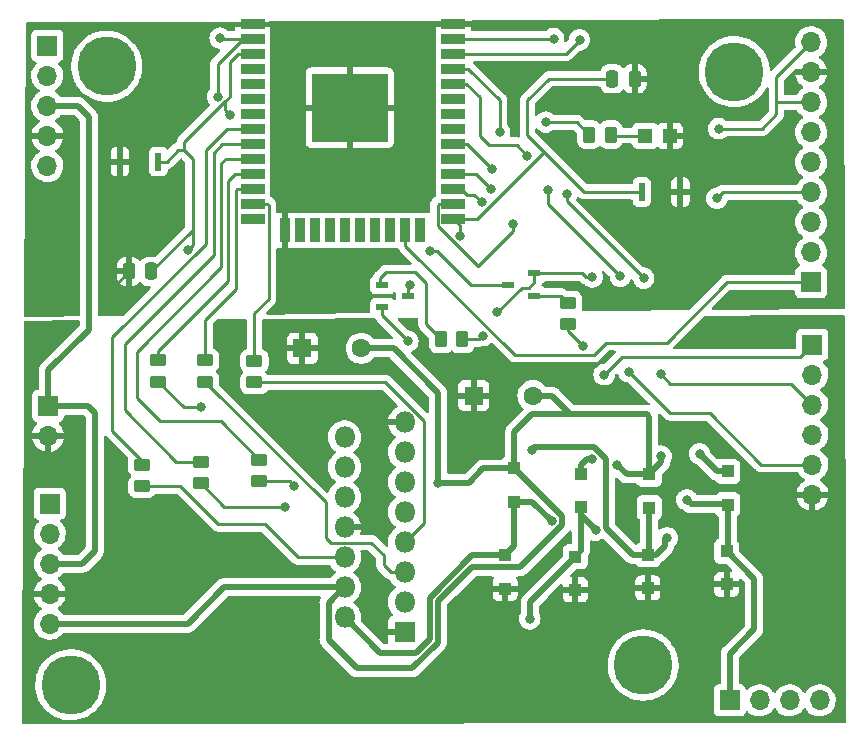
<source format=gbr>
%TF.GenerationSoftware,KiCad,Pcbnew,(6.0.2)*%
%TF.CreationDate,2022-03-09T23:50:44-05:00*%
%TF.ProjectId,car (1),63617220-2831-4292-9e6b-696361645f70,rev?*%
%TF.SameCoordinates,Original*%
%TF.FileFunction,Copper,L1,Top*%
%TF.FilePolarity,Positive*%
%FSLAX46Y46*%
G04 Gerber Fmt 4.6, Leading zero omitted, Abs format (unit mm)*
G04 Created by KiCad (PCBNEW (6.0.2)) date 2022-03-09 23:50:44*
%MOMM*%
%LPD*%
G01*
G04 APERTURE LIST*
G04 Aperture macros list*
%AMRoundRect*
0 Rectangle with rounded corners*
0 $1 Rounding radius*
0 $2 $3 $4 $5 $6 $7 $8 $9 X,Y pos of 4 corners*
0 Add a 4 corners polygon primitive as box body*
4,1,4,$2,$3,$4,$5,$6,$7,$8,$9,$2,$3,0*
0 Add four circle primitives for the rounded corners*
1,1,$1+$1,$2,$3*
1,1,$1+$1,$4,$5*
1,1,$1+$1,$6,$7*
1,1,$1+$1,$8,$9*
0 Add four rect primitives between the rounded corners*
20,1,$1+$1,$2,$3,$4,$5,0*
20,1,$1+$1,$4,$5,$6,$7,0*
20,1,$1+$1,$6,$7,$8,$9,0*
20,1,$1+$1,$8,$9,$2,$3,0*%
G04 Aperture macros list end*
%TA.AperFunction,SMDPad,CuDef*%
%ADD10R,0.550000X1.500000*%
%TD*%
%TA.AperFunction,SMDPad,CuDef*%
%ADD11RoundRect,0.250000X-0.450000X0.262500X-0.450000X-0.262500X0.450000X-0.262500X0.450000X0.262500X0*%
%TD*%
%TA.AperFunction,SMDPad,CuDef*%
%ADD12R,1.100000X1.100000*%
%TD*%
%TA.AperFunction,ComponentPad*%
%ADD13R,1.700000X1.700000*%
%TD*%
%TA.AperFunction,ComponentPad*%
%ADD14O,1.700000X1.700000*%
%TD*%
%TA.AperFunction,ComponentPad*%
%ADD15R,1.600000X1.600000*%
%TD*%
%TA.AperFunction,ComponentPad*%
%ADD16C,1.600000*%
%TD*%
%TA.AperFunction,SMDPad,CuDef*%
%ADD17RoundRect,0.250000X0.450000X-0.262500X0.450000X0.262500X-0.450000X0.262500X-0.450000X-0.262500X0*%
%TD*%
%TA.AperFunction,ComponentPad*%
%ADD18C,5.000000*%
%TD*%
%TA.AperFunction,SMDPad,CuDef*%
%ADD19R,1.100000X0.600000*%
%TD*%
%TA.AperFunction,SMDPad,CuDef*%
%ADD20R,1.200000X1.200000*%
%TD*%
%TA.AperFunction,SMDPad,CuDef*%
%ADD21RoundRect,0.250000X0.262500X0.450000X-0.262500X0.450000X-0.262500X-0.450000X0.262500X-0.450000X0*%
%TD*%
%TA.AperFunction,ComponentPad*%
%ADD22R,1.800000X1.800000*%
%TD*%
%TA.AperFunction,ComponentPad*%
%ADD23O,1.800000X1.800000*%
%TD*%
%TA.AperFunction,SMDPad,CuDef*%
%ADD24R,2.000000X0.900000*%
%TD*%
%TA.AperFunction,SMDPad,CuDef*%
%ADD25R,0.900000X2.000000*%
%TD*%
%TA.AperFunction,SMDPad,CuDef*%
%ADD26R,6.446400X5.783600*%
%TD*%
%TA.AperFunction,SMDPad,CuDef*%
%ADD27RoundRect,0.250000X0.250000X0.475000X-0.250000X0.475000X-0.250000X-0.475000X0.250000X-0.475000X0*%
%TD*%
%TA.AperFunction,SMDPad,CuDef*%
%ADD28RoundRect,0.250000X-0.250000X-0.475000X0.250000X-0.475000X0.250000X0.475000X-0.250000X0.475000X0*%
%TD*%
%TA.AperFunction,ViaPad*%
%ADD29C,0.800000*%
%TD*%
%TA.AperFunction,Conductor*%
%ADD30C,0.250000*%
%TD*%
%TA.AperFunction,Conductor*%
%ADD31C,0.508000*%
%TD*%
%TA.AperFunction,Conductor*%
%ADD32C,0.500000*%
%TD*%
G04 APERTURE END LIST*
D10*
%TO.P,SW2,1,1*%
%TO.N,GND*%
X109269000Y-65546800D03*
%TO.P,SW2,2,2*%
%TO.N,GPIO0*%
X106019000Y-65546800D03*
%TD*%
D11*
%TO.P,R1,1*%
%TO.N,GPIO26*%
X65074800Y-79806800D03*
%TO.P,R1,2*%
%TO.N,Net-(R1-Pad2)*%
X65074800Y-81631800D03*
%TD*%
D12*
%TO.P,D4,1,K*%
%TO.N,OUT4*%
X113284000Y-92027200D03*
%TO.P,D4,2,A*%
%TO.N,Vout*%
X113284000Y-89227200D03*
%TD*%
D13*
%TO.P,J4,1,Pin_1*%
%TO.N,DTR*%
X120446800Y-78486000D03*
D14*
%TO.P,J4,2,Pin_2*%
%TO.N,RX*%
X120446800Y-81026000D03*
%TO.P,J4,3,Pin_3*%
%TO.N,TX*%
X120446800Y-83566000D03*
%TO.P,J4,4,Pin_4*%
%TO.N,unconnected-(J4-Pad4)*%
X120446800Y-86106000D03*
%TO.P,J4,5,Pin_5*%
%TO.N,CTS*%
X120446800Y-88646000D03*
%TO.P,J4,6,Pin_6*%
%TO.N,GND*%
X120446800Y-91186000D03*
%TD*%
D15*
%TO.P,C7,1*%
%TO.N,GND*%
X77266800Y-78790800D03*
D16*
%TO.P,C7,2*%
%TO.N,Vout*%
X82266800Y-78790800D03*
%TD*%
D11*
%TO.P,R2,1*%
%TO.N,GPIO25*%
X73609200Y-88241500D03*
%TO.P,R2,2*%
%TO.N,Net-(R2-Pad2)*%
X73609200Y-90066500D03*
%TD*%
D17*
%TO.P,R7,1*%
%TO.N,DTR*%
X99771200Y-76756900D03*
%TO.P,R7,2*%
%TO.N,Net-(Q2-Pad1)*%
X99771200Y-74931900D03*
%TD*%
D12*
%TO.P,D5,1,K*%
%TO.N,GND*%
X94437200Y-99139200D03*
%TO.P,D5,2,A*%
%TO.N,OUT1*%
X94437200Y-96339200D03*
%TD*%
D13*
%TO.P,J1,1,Pin_1*%
%TO.N,SS*%
X120345200Y-73202800D03*
D14*
%TO.P,J1,2,Pin_2*%
%TO.N,SCK*%
X120345200Y-70662800D03*
%TO.P,J1,3,Pin_3*%
%TO.N,unconnected-(J1-Pad3)*%
X120345200Y-68122800D03*
%TO.P,J1,4,Pin_4*%
%TO.N,MOSI*%
X120345200Y-65582800D03*
%TO.P,J1,5,Pin_5*%
%TO.N,MISO*%
X120345200Y-63042800D03*
%TO.P,J1,6,Pin_6*%
%TO.N,IRQ*%
X120345200Y-60502800D03*
%TO.P,J1,7,Pin_7*%
%TO.N,3.3V*%
X120345200Y-57962800D03*
%TO.P,J1,8,Pin_8*%
%TO.N,GND*%
X120345200Y-55422800D03*
%TO.P,J1,9,Pin_9*%
%TO.N,3.3V*%
X120345200Y-52882800D03*
%TD*%
D13*
%TO.P,J2,1,Pin_1*%
%TO.N,OUT4*%
X113446400Y-108610400D03*
D14*
%TO.P,J2,2,Pin_2*%
%TO.N,OUT3*%
X115986400Y-108610400D03*
%TO.P,J2,3,Pin_3*%
%TO.N,OUT2*%
X118526400Y-108610400D03*
%TO.P,J2,4,Pin_4*%
%TO.N,OUT1*%
X121066400Y-108610400D03*
%TD*%
D11*
%TO.P,R4,1*%
%TO.N,GPIO32*%
X63703200Y-88647900D03*
%TO.P,R4,2*%
%TO.N,Net-(R4-Pad2)*%
X63703200Y-90472900D03*
%TD*%
D18*
%TO.P,H3,1*%
%TO.N,N/C*%
X113842800Y-55372000D03*
%TD*%
D12*
%TO.P,D3,1,K*%
%TO.N,OUT3*%
X106629200Y-92281200D03*
%TO.P,D3,2,A*%
%TO.N,Vout*%
X106629200Y-89481200D03*
%TD*%
D19*
%TO.P,Q2,1*%
%TO.N,Net-(Q2-Pad1)*%
X96908800Y-74356000D03*
%TO.P,Q2,2*%
%TO.N,CTS*%
X96908800Y-72456000D03*
%TO.P,Q2,3*%
%TO.N,EN*%
X94708800Y-73406000D03*
%TD*%
D20*
%TO.P,D9,1,K*%
%TO.N,GND*%
X108390400Y-60807600D03*
%TO.P,D9,2,A*%
%TO.N,Net-(D9-Pad2)*%
X106290400Y-60807600D03*
%TD*%
D21*
%TO.P,R8,1*%
%TO.N,CTS*%
X90826600Y-78028800D03*
%TO.P,R8,2*%
%TO.N,Net-(Q1-Pad1)*%
X89001600Y-78028800D03*
%TD*%
D18*
%TO.P,H4,1*%
%TO.N,N/C*%
X57658000Y-107289600D03*
%TD*%
D13*
%TO.P,J3,1,Pin_1*%
%TO.N,B+*%
X55727600Y-83667600D03*
D14*
%TO.P,J3,2,Pin_2*%
%TO.N,GND*%
X55727600Y-86207600D03*
%TD*%
D11*
%TO.P,R3,1*%
%TO.N,GPIO33*%
X68681600Y-88393900D03*
%TO.P,R3,2*%
%TO.N,Net-(R3-Pad2)*%
X68681600Y-90218900D03*
%TD*%
%TO.P,R5,1*%
%TO.N,GPIO14*%
X73202800Y-79861400D03*
%TO.P,R5,2*%
%TO.N,Net-(R5-Pad2)*%
X73202800Y-81686400D03*
%TD*%
D18*
%TO.P,H1,1*%
%TO.N,N/C*%
X60706000Y-54914800D03*
%TD*%
D22*
%TO.P,U1,1,SENSE_A*%
%TO.N,GND*%
X85919800Y-102824200D03*
D23*
%TO.P,U1,2,OUT1*%
%TO.N,OUT1*%
X80839800Y-101554200D03*
%TO.P,U1,3,OUT2*%
%TO.N,OUT2*%
X85919800Y-100284200D03*
%TO.P,U1,4,Vs*%
%TO.N,Vout*%
X80839800Y-99014200D03*
%TO.P,U1,5,IN1*%
%TO.N,Net-(R6-Pad2)*%
X85919800Y-97744200D03*
%TO.P,U1,6,EnA*%
%TO.N,Net-(R4-Pad2)*%
X80839800Y-96474200D03*
%TO.P,U1,7,IN2*%
%TO.N,Net-(R5-Pad2)*%
X85919800Y-95204200D03*
%TO.P,U1,8,GND*%
%TO.N,GND*%
X80839800Y-93934200D03*
%TO.P,U1,9,Vss*%
%TO.N,Vout*%
X85919800Y-92664200D03*
%TO.P,U1,10,IN3*%
%TO.N,Net-(R3-Pad2)*%
X80839800Y-91394200D03*
%TO.P,U1,11,EnB*%
%TO.N,Net-(R1-Pad2)*%
X85919800Y-90124200D03*
%TO.P,U1,12,IN4*%
%TO.N,Net-(R2-Pad2)*%
X80839800Y-88854200D03*
%TO.P,U1,13,OUT3*%
%TO.N,OUT3*%
X85919800Y-87584200D03*
%TO.P,U1,14,OUT4*%
%TO.N,OUT4*%
X80839800Y-86314200D03*
%TO.P,U1,15,SENSE_B*%
%TO.N,GND*%
X85919800Y-85044200D03*
%TD*%
D15*
%TO.P,C3,1*%
%TO.N,GND*%
X91780549Y-82804000D03*
D16*
%TO.P,C3,2*%
%TO.N,Vout*%
X96780549Y-82804000D03*
%TD*%
D12*
%TO.P,D6,1,K*%
%TO.N,GND*%
X100380800Y-99240800D03*
%TO.P,D6,2,A*%
%TO.N,OUT2*%
X100380800Y-96440800D03*
%TD*%
%TO.P,D2,1,K*%
%TO.N,OUT2*%
X100838000Y-92230400D03*
%TO.P,D2,2,A*%
%TO.N,Vout*%
X100838000Y-89430400D03*
%TD*%
%TO.P,D1,1,K*%
%TO.N,OUT1*%
X95199200Y-91773200D03*
%TO.P,D1,2,A*%
%TO.N,Vout*%
X95199200Y-88973200D03*
%TD*%
D10*
%TO.P,SW1,1,1*%
%TO.N,GND*%
X61824200Y-62992000D03*
%TO.P,SW1,2,2*%
%TO.N,EN*%
X65074200Y-62992000D03*
%TD*%
D13*
%TO.P,J6,1,Pin_1*%
%TO.N,unconnected-(J6-Pad1)*%
X55880000Y-91948000D03*
D14*
%TO.P,J6,2,Pin_2*%
%TO.N,unconnected-(J6-Pad2)*%
X55880000Y-94488000D03*
%TO.P,J6,3,Pin_3*%
%TO.N,B+*%
X55880000Y-97028000D03*
%TO.P,J6,4,Pin_4*%
%TO.N,GND*%
X55880000Y-99568000D03*
%TO.P,J6,5,Pin_5*%
%TO.N,Vout*%
X55880000Y-102108000D03*
%TD*%
D13*
%TO.P,J5,1,Pin_1*%
%TO.N,unconnected-(J5-Pad1)*%
X55676800Y-53187600D03*
D14*
%TO.P,J5,2,Pin_2*%
%TO.N,unconnected-(J5-Pad2)*%
X55676800Y-55727600D03*
%TO.P,J5,3,Pin_3*%
%TO.N,B+*%
X55676800Y-58267600D03*
%TO.P,J5,4,Pin_4*%
%TO.N,GND*%
X55676800Y-60807600D03*
%TO.P,J5,5,Pin_5*%
%TO.N,3.3V*%
X55676800Y-63347600D03*
%TD*%
D11*
%TO.P,R6,1*%
%TO.N,GPIO27*%
X69037200Y-79808700D03*
%TO.P,R6,2*%
%TO.N,Net-(R6-Pad2)*%
X69037200Y-81633700D03*
%TD*%
D24*
%TO.P,IC1,1,GND_1*%
%TO.N,GND*%
X73056800Y-51311800D03*
%TO.P,IC1,2,3V3*%
%TO.N,3.3V*%
X73056800Y-52581800D03*
%TO.P,IC1,3,EN*%
%TO.N,EN*%
X73056800Y-53851800D03*
%TO.P,IC1,4,SENSOR_VP*%
%TO.N,unconnected-(IC1-Pad4)*%
X73056800Y-55121800D03*
%TO.P,IC1,5,SENSOR_VN*%
%TO.N,unconnected-(IC1-Pad5)*%
X73056800Y-56391800D03*
%TO.P,IC1,6,IO34*%
%TO.N,unconnected-(IC1-Pad6)*%
X73056800Y-57661800D03*
%TO.P,IC1,7,IO35*%
%TO.N,unconnected-(IC1-Pad7)*%
X73056800Y-58931800D03*
%TO.P,IC1,8,IO32*%
%TO.N,GPIO32*%
X73056800Y-60201800D03*
%TO.P,IC1,9,IO33*%
%TO.N,GPIO33*%
X73056800Y-61471800D03*
%TO.P,IC1,10,IO25*%
%TO.N,GPIO25*%
X73056800Y-62741800D03*
%TO.P,IC1,11,IO26*%
%TO.N,GPIO26*%
X73056800Y-64011800D03*
%TO.P,IC1,12,IO27*%
%TO.N,GPIO27*%
X73056800Y-65281800D03*
%TO.P,IC1,13,IO14*%
%TO.N,GPIO14*%
X73056800Y-66551800D03*
%TO.P,IC1,14,IO12*%
%TO.N,unconnected-(IC1-Pad14)*%
X73056800Y-67821800D03*
D25*
%TO.P,IC1,15,GND_2*%
%TO.N,GND*%
X75841800Y-68821800D03*
%TO.P,IC1,16,IO13*%
%TO.N,unconnected-(IC1-Pad16)*%
X77111800Y-68821800D03*
%TO.P,IC1,17,SD2*%
%TO.N,unconnected-(IC1-Pad17)*%
X78381800Y-68821800D03*
%TO.P,IC1,18,SD3*%
%TO.N,unconnected-(IC1-Pad18)*%
X79651800Y-68821800D03*
%TO.P,IC1,19,CMD*%
%TO.N,unconnected-(IC1-Pad19)*%
X80921800Y-68821800D03*
%TO.P,IC1,20,CLK*%
%TO.N,unconnected-(IC1-Pad20)*%
X82191800Y-68821800D03*
%TO.P,IC1,21,SD0*%
%TO.N,unconnected-(IC1-Pad21)*%
X83461800Y-68821800D03*
%TO.P,IC1,22,SD1*%
%TO.N,unconnected-(IC1-Pad22)*%
X84731800Y-68821800D03*
%TO.P,IC1,23,IO15*%
%TO.N,SS*%
X86001800Y-68821800D03*
%TO.P,IC1,24,IO2*%
%TO.N,unconnected-(IC1-Pad24)*%
X87271800Y-68821800D03*
D24*
%TO.P,IC1,25,IO0*%
%TO.N,GPIO0*%
X90056800Y-67821800D03*
%TO.P,IC1,26,IO4*%
%TO.N,MOSI*%
X90056800Y-66551800D03*
%TO.P,IC1,27,IO16*%
%TO.N,MISO*%
X90056800Y-65281800D03*
%TO.P,IC1,28,IO17*%
%TO.N,IRQ*%
X90056800Y-64011800D03*
%TO.P,IC1,29,IO5*%
%TO.N,unconnected-(IC1-Pad29)*%
X90056800Y-62741800D03*
%TO.P,IC1,30,IO18*%
%TO.N,SCK*%
X90056800Y-61471800D03*
%TO.P,IC1,31,IO19*%
%TO.N,unconnected-(IC1-Pad31)*%
X90056800Y-60201800D03*
%TO.P,IC1,32,NC*%
%TO.N,unconnected-(IC1-Pad32)*%
X90056800Y-58931800D03*
%TO.P,IC1,33,IO21*%
%TO.N,unconnected-(IC1-Pad33)*%
X90056800Y-57661800D03*
%TO.P,IC1,34,RXD0*%
%TO.N,RX*%
X90056800Y-56391800D03*
%TO.P,IC1,35,TXD0*%
%TO.N,TX*%
X90056800Y-55121800D03*
%TO.P,IC1,36,IO22*%
%TO.N,GPIO22*%
X90056800Y-53851800D03*
%TO.P,IC1,37,IO23*%
%TO.N,GPIO23*%
X90056800Y-52581800D03*
%TO.P,IC1,38,GND_3*%
%TO.N,GND*%
X90056800Y-51311800D03*
D26*
%TO.P,IC1,39,GND_4*%
X81280000Y-58420000D03*
%TD*%
D18*
%TO.P,H2,1*%
%TO.N,N/C*%
X106121200Y-105613200D03*
%TD*%
D12*
%TO.P,D7,1,K*%
%TO.N,GND*%
X106527600Y-99088400D03*
%TO.P,D7,2,A*%
%TO.N,OUT3*%
X106527600Y-96288400D03*
%TD*%
D21*
%TO.P,R10,1*%
%TO.N,Net-(D9-Pad2)*%
X103376100Y-60706000D03*
%TO.P,R10,2*%
%TO.N,3.3V*%
X101551100Y-60706000D03*
%TD*%
D27*
%TO.P,C4,1*%
%TO.N,GND*%
X105410000Y-55981600D03*
%TO.P,C4,2*%
%TO.N,GPIO0*%
X103510000Y-55981600D03*
%TD*%
D19*
%TO.P,Q1,1*%
%TO.N,Net-(Q1-Pad1)*%
X84040800Y-73421200D03*
%TO.P,Q1,2*%
%TO.N,DTR*%
X84040800Y-75321200D03*
%TO.P,Q1,3*%
%TO.N,GPIO0*%
X86240800Y-74371200D03*
%TD*%
D28*
%TO.P,C5,1*%
%TO.N,GND*%
X62565200Y-72288400D03*
%TO.P,C5,2*%
%TO.N,EN*%
X64465200Y-72288400D03*
%TD*%
D12*
%TO.P,D8,1,K*%
%TO.N,GND*%
X113182400Y-98783600D03*
%TO.P,D8,2,A*%
%TO.N,OUT4*%
X113182400Y-95983600D03*
%TD*%
D29*
%TO.N,GND*%
X90322400Y-85750400D03*
X60858400Y-74930000D03*
X67716400Y-58064400D03*
X67837079Y-55698248D03*
%TO.N,OUT1*%
X98399600Y-93421200D03*
%TO.N,OUT2*%
X102103701Y-94187499D03*
X96520000Y-101701600D03*
%TO.N,OUT3*%
X96672400Y-87376000D03*
X108153200Y-94843600D03*
%TO.N,OUT4*%
X109829600Y-91626500D03*
%TO.N,Vout*%
X103886000Y-88646000D03*
X101789900Y-88188800D03*
X107645200Y-87934800D03*
X88747600Y-90170000D03*
X110896400Y-87731600D03*
%TO.N,GPIO0*%
X90580699Y-69286901D03*
X86410800Y-73406000D03*
%TO.N,EN*%
X71170800Y-59029600D03*
X67559701Y-70455301D03*
X88036400Y-70561200D03*
%TO.N,MOSI*%
X112369600Y-66090800D03*
X95097600Y-68261900D03*
%TO.N,MISO*%
X92442700Y-66391301D03*
%TO.N,IRQ*%
X93268800Y-65328800D03*
%TO.N,SCK*%
X93319600Y-63601600D03*
%TO.N,RX*%
X106172000Y-72847200D03*
X99669600Y-65735200D03*
X96316800Y-62484000D03*
%TO.N,TX*%
X104190800Y-72694800D03*
X98044000Y-65430400D03*
X107594400Y-80975200D03*
X93980000Y-60502800D03*
%TO.N,DTR*%
X86207600Y-78181200D03*
X102819200Y-81026000D03*
X101041200Y-78638411D03*
%TO.N,CTS*%
X93770720Y-75726990D03*
X104902000Y-80772000D03*
X92557600Y-77724000D03*
X101803200Y-72745600D03*
%TO.N,Net-(R2-Pad2)*%
X76555600Y-90424000D03*
%TO.N,Net-(R1-Pad2)*%
X68681600Y-83769200D03*
%TO.N,Net-(R3-Pad2)*%
X75793600Y-92202000D03*
%TO.N,3.3V*%
X70099701Y-57501301D03*
X97891600Y-59639200D03*
X70307200Y-52527200D03*
X112522000Y-60198000D03*
%TO.N,GPIO22*%
X100736400Y-52679600D03*
%TO.N,GPIO23*%
X98552000Y-52578000D03*
%TD*%
D30*
%TO.N,GND*%
X67837079Y-55698248D02*
X67837079Y-57943721D01*
X91780549Y-82804000D02*
X91780549Y-84292251D01*
X67837079Y-57943721D02*
X67716400Y-58064400D01*
X62565200Y-72288400D02*
X60858400Y-73995200D01*
X91780549Y-84292251D02*
X90322400Y-85750400D01*
X60858400Y-73995200D02*
X60858400Y-74930000D01*
D31*
%TO.N,OUT1*%
X98399600Y-93421200D02*
X96751600Y-91773200D01*
X95199200Y-95577200D02*
X94437200Y-96339200D01*
X86853822Y-104597200D02*
X83882800Y-104597200D01*
X88036400Y-103414622D02*
X86853822Y-104597200D01*
X83882800Y-104597200D02*
X80839800Y-101554200D01*
X95199200Y-91773200D02*
X95199200Y-95577200D01*
X88036400Y-99899321D02*
X91596521Y-96339200D01*
X88036400Y-99899321D02*
X88036400Y-103414622D01*
X96751600Y-91773200D02*
X95199200Y-91773200D01*
X91596521Y-96339200D02*
X94437200Y-96339200D01*
%TO.N,OUT2*%
X100380800Y-96440800D02*
X96520000Y-100301600D01*
X96520000Y-100301600D02*
X96520000Y-101701600D01*
X102103701Y-94187499D02*
X100838000Y-92921798D01*
D30*
X100838000Y-95983600D02*
X100380800Y-96440800D01*
D31*
X100838000Y-92230400D02*
X100838000Y-95983600D01*
%TO.N,OUT3*%
X102957212Y-88149064D02*
X101930148Y-87122000D01*
D30*
X108153200Y-94843600D02*
X107972400Y-94843600D01*
D31*
X107972400Y-95532400D02*
X107972400Y-94843600D01*
D30*
X96774000Y-87274400D02*
X96672400Y-87376000D01*
D31*
X106527600Y-96288400D02*
X105229200Y-96288400D01*
X107216400Y-96288400D02*
X107972400Y-95532400D01*
X106527600Y-96288400D02*
X107216400Y-96288400D01*
X105229200Y-96288400D02*
X102957212Y-94016412D01*
X106629200Y-92281200D02*
X106629200Y-96186800D01*
X102957212Y-94016412D02*
X102957212Y-88149064D01*
X101930148Y-87122000D02*
X96926400Y-87122000D01*
X96926400Y-87122000D02*
X96774000Y-87274400D01*
%TO.N,OUT4*%
X115519200Y-98320400D02*
X113182400Y-95983600D01*
D30*
X113284000Y-95882000D02*
X113182400Y-95983600D01*
D31*
X113284000Y-92027200D02*
X113284000Y-95882000D01*
X113446400Y-108610400D02*
X113446400Y-104638000D01*
X110201900Y-91998800D02*
X113255600Y-91998800D01*
D30*
X109829600Y-91626500D02*
X110201900Y-91998800D01*
D31*
X113446400Y-104638000D02*
X115519200Y-102565200D01*
X115519200Y-102565200D02*
X115519200Y-98320400D01*
D30*
X113255600Y-91998800D02*
X113284000Y-92027200D01*
D31*
%TO.N,Vout*%
X101789900Y-88188800D02*
X101346000Y-88188800D01*
X104721200Y-89481200D02*
X103886000Y-88646000D01*
X106629200Y-89481200D02*
X106629200Y-84582000D01*
X107645200Y-88465200D02*
X106629200Y-89481200D01*
X88747600Y-82550000D02*
X88747600Y-90170000D01*
D32*
X96732000Y-84370000D02*
X99965600Y-84370000D01*
D31*
X98399600Y-82804000D02*
X99965600Y-84370000D01*
X84988400Y-78790800D02*
X88747600Y-82550000D01*
X112392000Y-89227200D02*
X110896400Y-87731600D01*
X79486289Y-103463889D02*
X79486289Y-100345711D01*
X96780549Y-82804000D02*
X98399600Y-82804000D01*
D30*
X99253111Y-93067663D02*
X99253111Y-93027111D01*
D32*
X95199200Y-88973200D02*
X95199200Y-85902800D01*
D31*
X91389200Y-90170000D02*
X92586000Y-88973200D01*
D32*
X95199200Y-88973200D02*
X92586000Y-88973200D01*
D31*
X113284000Y-89227200D02*
X112392000Y-89227200D01*
X99253111Y-93067663D02*
X99253111Y-93774737D01*
D32*
X95199200Y-85902800D02*
X96732000Y-84370000D01*
D31*
X82266800Y-78790800D02*
X84988400Y-78790800D01*
X107645200Y-87934800D02*
X107645200Y-88465200D01*
D32*
X99965600Y-84370000D02*
X106417200Y-84370000D01*
D31*
X91593594Y-97342711D02*
X88743920Y-100192385D01*
X70657800Y-99014200D02*
X80839800Y-99014200D01*
X88743920Y-103707686D02*
X86584406Y-105867200D01*
X67564000Y-102108000D02*
X70657800Y-99014200D01*
X86584406Y-105867200D02*
X81889600Y-105867200D01*
X88747600Y-90170000D02*
X91389200Y-90170000D01*
X99253111Y-93774737D02*
X95685137Y-97342711D01*
X88743920Y-100192385D02*
X88743920Y-103707686D01*
X100838000Y-88696800D02*
X100838000Y-89430400D01*
X79486289Y-100345711D02*
X80817800Y-99014200D01*
X99253111Y-93027111D02*
X95199200Y-88973200D01*
X106629200Y-89481200D02*
X104721200Y-89481200D01*
X55880000Y-102108000D02*
X67564000Y-102108000D01*
D32*
X106629200Y-84582000D02*
X106417200Y-84370000D01*
D31*
X101346000Y-88188800D02*
X100838000Y-88696800D01*
X95685137Y-97342711D02*
X91593594Y-97342711D01*
X81889600Y-105867200D02*
X79486289Y-103463889D01*
D30*
%TO.N,GPIO0*%
X96316800Y-60719600D02*
X97757800Y-62160600D01*
X86240800Y-74371200D02*
X86240800Y-73576000D01*
X98145600Y-55981600D02*
X96316800Y-57810400D01*
X96316800Y-57810400D02*
X96316800Y-60719600D01*
X90580699Y-68345699D02*
X90056800Y-67821800D01*
X103510000Y-55981600D02*
X98145600Y-55981600D01*
X92096600Y-67821800D02*
X97757800Y-62160600D01*
X97757800Y-62160600D02*
X101144000Y-65546800D01*
X90056800Y-67821800D02*
X92096600Y-67821800D01*
X86240800Y-73576000D02*
X86410800Y-73406000D01*
X90580699Y-69286901D02*
X90580699Y-68345699D01*
X106019000Y-65546800D02*
X101144000Y-65546800D01*
%TO.N,EN*%
X71806800Y-53851800D02*
X73056800Y-53851800D01*
X67559701Y-70455301D02*
X67995800Y-70019202D01*
X88696800Y-70561200D02*
X91541600Y-73406000D01*
X67995800Y-68757800D02*
X67995800Y-62788800D01*
X71112320Y-54546280D02*
X71806800Y-53851800D01*
X68021200Y-62788800D02*
X67259200Y-62026800D01*
X70739000Y-58597800D02*
X70739000Y-57886600D01*
X70739000Y-57886600D02*
X71112320Y-57513280D01*
X67995800Y-70019202D02*
X67995800Y-68757800D01*
X67259200Y-62026800D02*
X67259200Y-61366400D01*
X71170800Y-59029600D02*
X70739000Y-58597800D01*
X65770000Y-62992000D02*
X65074200Y-62992000D01*
X64465200Y-72288400D02*
X67995800Y-68757800D01*
X94708800Y-73406000D02*
X91541600Y-73406000D01*
X67259200Y-61366400D02*
X70739000Y-57886600D01*
X66735200Y-62026800D02*
X65770000Y-62992000D01*
X71112320Y-57513280D02*
X71112320Y-54546280D01*
X88696800Y-70561200D02*
X88036400Y-70561200D01*
X67259200Y-62026800D02*
X66735200Y-62026800D01*
%TO.N,GPIO32*%
X61163200Y-85801200D02*
X61163200Y-77876400D01*
X69088000Y-61976000D02*
X70862200Y-60201800D01*
X63703200Y-88341200D02*
X61163200Y-85801200D01*
X61163200Y-77876400D02*
X69088000Y-69951600D01*
X70862200Y-60201800D02*
X73056800Y-60201800D01*
X63703200Y-88647900D02*
X63703200Y-88341200D01*
X69088000Y-69951600D02*
X69088000Y-61976000D01*
%TO.N,GPIO33*%
X62230000Y-78435200D02*
X62230000Y-84023200D01*
X62230000Y-78435200D02*
X69748400Y-70916800D01*
X69748400Y-62230000D02*
X70506600Y-61471800D01*
X68681600Y-88393900D02*
X66600700Y-88393900D01*
X66600700Y-88393900D02*
X62230000Y-84023200D01*
X69748400Y-70916800D02*
X69748400Y-62230000D01*
X70506600Y-61471800D02*
X73056800Y-61471800D01*
%TO.N,GPIO25*%
X70811400Y-62741800D02*
X73056800Y-62741800D01*
X70356100Y-84988400D02*
X65227200Y-84988400D01*
X73609200Y-88241500D02*
X70356100Y-84988400D01*
X70408800Y-71932800D02*
X70408800Y-63144400D01*
X63246000Y-82956400D02*
X63246000Y-79095600D01*
X65227200Y-84988400D02*
X63246000Y-83007200D01*
X70408800Y-63144400D02*
X70811400Y-62741800D01*
X63246000Y-79095600D02*
X70408800Y-71932800D01*
%TO.N,GPIO26*%
X71573400Y-64011800D02*
X73056800Y-64011800D01*
X65074800Y-79806800D02*
X65074800Y-78994000D01*
X70967600Y-64617600D02*
X71573400Y-64011800D01*
X65074800Y-78994000D02*
X70967600Y-73101200D01*
X70967600Y-73101200D02*
X70967600Y-64617600D01*
%TO.N,GPIO27*%
X71628000Y-65430400D02*
X71628000Y-73812400D01*
X69037200Y-79808700D02*
X69037200Y-76403200D01*
X69037200Y-76403200D02*
X71628000Y-73812400D01*
X71776600Y-65281800D02*
X71628000Y-65430400D01*
X73056800Y-65281800D02*
X71776600Y-65281800D01*
%TO.N,GPIO14*%
X74422000Y-66667000D02*
X74306800Y-66551800D01*
X73202800Y-79861400D02*
X73202800Y-75844400D01*
X73202800Y-75844400D02*
X74422000Y-74625200D01*
X74422000Y-74625200D02*
X74422000Y-66667000D01*
X74306800Y-66551800D02*
X73056800Y-66551800D01*
%TO.N,SS*%
X101942289Y-79362911D02*
X102971600Y-78333600D01*
X86001800Y-70101400D02*
X95263311Y-79362911D01*
X102971600Y-78333600D02*
X108102400Y-78333600D01*
X95263311Y-79362911D02*
X101942289Y-79362911D01*
X86001800Y-68821800D02*
X86001800Y-70101400D01*
X108102400Y-78333600D02*
X113233200Y-73202800D01*
X113233200Y-73202800D02*
X120345200Y-73202800D01*
%TO.N,MOSI*%
X88806800Y-66551800D02*
X88732289Y-66626311D01*
X88732289Y-68463089D02*
X92100400Y-71831200D01*
X112877600Y-65582800D02*
X120345200Y-65582800D01*
X112369600Y-66090800D02*
X112877600Y-65582800D01*
X88732289Y-66626311D02*
X88732289Y-68463089D01*
X92100400Y-71831200D02*
X95097600Y-68834000D01*
X95097600Y-68834000D02*
X95097600Y-68261900D01*
X90056800Y-66551800D02*
X88806800Y-66551800D01*
%TO.N,MISO*%
X90056800Y-65281800D02*
X90690511Y-65281800D01*
X92442700Y-66391301D02*
X91828688Y-65777289D01*
X90690511Y-65281800D02*
X91186000Y-65777289D01*
X91828688Y-65777289D02*
X91186000Y-65777289D01*
%TO.N,IRQ*%
X93268800Y-65328800D02*
X91951800Y-64011800D01*
X91951800Y-64011800D02*
X90056800Y-64011800D01*
%TO.N,SCK*%
X91189800Y-61471800D02*
X90056800Y-61471800D01*
X93319600Y-63601600D02*
X91189800Y-61471800D01*
%TO.N,RX*%
X92303600Y-60807600D02*
X92303600Y-57556400D01*
X92303600Y-57556400D02*
X91139000Y-56391800D01*
X95402400Y-61569600D02*
X93065600Y-61569600D01*
X91139000Y-56391800D02*
X90056800Y-56391800D01*
X106172000Y-72847200D02*
X99669600Y-66344800D01*
X99669600Y-66344800D02*
X99669600Y-65735200D01*
X96316800Y-62484000D02*
X95402400Y-61569600D01*
X93065600Y-61569600D02*
X92303600Y-60807600D01*
%TO.N,TX*%
X91306800Y-55121800D02*
X90056800Y-55121800D01*
X93980000Y-57795000D02*
X91306800Y-55121800D01*
X108407200Y-81788000D02*
X118668800Y-81788000D01*
X108407200Y-81788000D02*
X107594400Y-80975200D01*
X98044000Y-66548000D02*
X98044000Y-65430400D01*
X93980000Y-60502800D02*
X93980000Y-57795000D01*
X120446800Y-83566000D02*
X118668800Y-81788000D01*
X104190800Y-72694800D02*
X98044000Y-66548000D01*
%TO.N,DTR*%
X104343200Y-79502000D02*
X119430800Y-79502000D01*
X84040800Y-76014400D02*
X84040800Y-75321200D01*
X86207600Y-78181200D02*
X84040800Y-76014400D01*
X104343200Y-79502000D02*
X102819200Y-81026000D01*
X120446800Y-78486000D02*
X119430800Y-79502000D01*
X99771200Y-77368411D02*
X101041200Y-78638411D01*
X99771200Y-76756900D02*
X99771200Y-77368411D01*
%TO.N,CTS*%
X93770720Y-75726990D02*
X95837710Y-73660000D01*
X108407200Y-84277200D02*
X111760000Y-84277200D01*
X120446800Y-88646000D02*
X116128800Y-88646000D01*
X95837710Y-73660000D02*
X96469200Y-73660000D01*
X96908800Y-73220400D02*
X96908800Y-72456000D01*
X92252800Y-78028800D02*
X92557600Y-77724000D01*
X100954800Y-72456000D02*
X96908800Y-72456000D01*
X101803200Y-72745600D02*
X101244400Y-72745600D01*
X101244400Y-72745600D02*
X100954800Y-72456000D01*
X108407200Y-84277200D02*
X104902000Y-80772000D01*
X111760000Y-84277200D02*
X116128800Y-88646000D01*
X96469200Y-73660000D02*
X96908800Y-73220400D01*
X90826600Y-78028800D02*
X92252800Y-78028800D01*
D31*
%TO.N,B+*%
X59690000Y-95961200D02*
X58623200Y-97028000D01*
X59182000Y-77216000D02*
X55727600Y-80670400D01*
X55727600Y-83667600D02*
X59080400Y-83667600D01*
X59182000Y-59182000D02*
X58267600Y-58267600D01*
X58267600Y-58267600D02*
X55676800Y-58267600D01*
X58623200Y-97028000D02*
X55880000Y-97028000D01*
X59080400Y-83667600D02*
X59690000Y-84277200D01*
X59690000Y-84277200D02*
X59690000Y-95961200D01*
X59182000Y-59182000D02*
X59182000Y-77216000D01*
X55727600Y-80670400D02*
X55727600Y-83667600D01*
D30*
%TO.N,Net-(R2-Pad2)*%
X76198100Y-90066500D02*
X76555600Y-90424000D01*
X73609200Y-90066500D02*
X76198100Y-90066500D01*
%TO.N,Net-(Q2-Pad1)*%
X99771200Y-74931900D02*
X99195300Y-74356000D01*
X99195300Y-74356000D02*
X96908800Y-74356000D01*
%TO.N,Net-(Q1-Pad1)*%
X87731600Y-76758800D02*
X87731600Y-73304400D01*
X87731600Y-73304400D02*
X86766400Y-72339200D01*
X89001600Y-78028800D02*
X87731600Y-76758800D01*
X83870800Y-72847200D02*
X83870800Y-73251200D01*
X84378800Y-72339200D02*
X83870800Y-72847200D01*
X83870800Y-73251200D02*
X84040800Y-73421200D01*
X86766400Y-72339200D02*
X84378800Y-72339200D01*
%TO.N,Net-(R1-Pad2)*%
X65074800Y-81631800D02*
X67212200Y-83769200D01*
X67212200Y-83769200D02*
X68681600Y-83769200D01*
%TO.N,Net-(R3-Pad2)*%
X70664700Y-92202000D02*
X75793600Y-92202000D01*
X68681600Y-90218900D02*
X70664700Y-92202000D01*
%TO.N,Net-(R4-Pad2)*%
X70154800Y-93675200D02*
X74066400Y-93675200D01*
X66952500Y-90472900D02*
X70154800Y-93675200D01*
X74066400Y-93675200D02*
X76865400Y-96474200D01*
X76865400Y-96474200D02*
X80839800Y-96474200D01*
X63703200Y-90472900D02*
X66952500Y-90472900D01*
%TO.N,Net-(R5-Pad2)*%
X87528400Y-93595600D02*
X85919800Y-95204200D01*
X87528400Y-84921079D02*
X87528400Y-93595600D01*
X84293721Y-81686400D02*
X87528400Y-84921079D01*
X73202800Y-81686400D02*
X84293721Y-81686400D01*
%TO.N,Net-(R6-Pad2)*%
X84175600Y-96316800D02*
X84175600Y-97180400D01*
X84739400Y-97744200D02*
X84175600Y-97180400D01*
X80332279Y-95250000D02*
X80332590Y-95249689D01*
X85919800Y-97744200D02*
X84739400Y-97744200D01*
X79248000Y-94843600D02*
X79654400Y-95250000D01*
X80332590Y-95249689D02*
X83108489Y-95249689D01*
X69037200Y-81633700D02*
X79248000Y-91844500D01*
X79654400Y-95250000D02*
X80332279Y-95250000D01*
X83108489Y-95249689D02*
X84175600Y-96316800D01*
X79248000Y-91844500D02*
X79248000Y-94843600D01*
%TO.N,3.3V*%
X70361800Y-52581800D02*
X73056800Y-52581800D01*
X120345200Y-57962800D02*
X117398800Y-57962800D01*
X70361800Y-52581800D02*
X70307200Y-52527200D01*
X112522000Y-60198000D02*
X116179600Y-60198000D01*
X70099701Y-54715899D02*
X72233800Y-52581800D01*
X101551100Y-60706000D02*
X100484300Y-59639200D01*
X100484300Y-59639200D02*
X97891600Y-59639200D01*
X117398800Y-55829200D02*
X120345200Y-52882800D01*
X117398800Y-55829200D02*
X117398800Y-58978800D01*
X117398800Y-58978800D02*
X116179600Y-60198000D01*
X70099701Y-54715899D02*
X70099701Y-57501301D01*
%TO.N,Net-(D9-Pad2)*%
X106290400Y-60807600D02*
X103477700Y-60807600D01*
X103477700Y-60807600D02*
X103376100Y-60706000D01*
%TO.N,GPIO22*%
X99564200Y-53851800D02*
X90056800Y-53851800D01*
X100736400Y-52679600D02*
X99564200Y-53851800D01*
%TO.N,GPIO23*%
X90060600Y-52578000D02*
X90056800Y-52581800D01*
X98552000Y-52578000D02*
X90060600Y-52578000D01*
%TD*%
%TA.AperFunction,Conductor*%
%TO.N,GND*%
G36*
X123082458Y-50924055D02*
G01*
X123129183Y-50977508D01*
X123140797Y-51030030D01*
X123201822Y-75317952D01*
X123181991Y-75386123D01*
X123128452Y-75432751D01*
X123077094Y-75444263D01*
X112082194Y-75555162D01*
X112013878Y-75535849D01*
X111966846Y-75482665D01*
X111956034Y-75412496D01*
X111984874Y-75347621D01*
X111991831Y-75340074D01*
X113458700Y-73873205D01*
X113521012Y-73839179D01*
X113547795Y-73836300D01*
X118860700Y-73836300D01*
X118928821Y-73856302D01*
X118975314Y-73909958D01*
X118986700Y-73962300D01*
X118986700Y-74100934D01*
X118993455Y-74163116D01*
X119044585Y-74299505D01*
X119131939Y-74416061D01*
X119248495Y-74503415D01*
X119384884Y-74554545D01*
X119447066Y-74561300D01*
X121243334Y-74561300D01*
X121305516Y-74554545D01*
X121441905Y-74503415D01*
X121558461Y-74416061D01*
X121645815Y-74299505D01*
X121696945Y-74163116D01*
X121703700Y-74100934D01*
X121703700Y-72304666D01*
X121696945Y-72242484D01*
X121645815Y-72106095D01*
X121558461Y-71989539D01*
X121441905Y-71902185D01*
X121406270Y-71888826D01*
X121323403Y-71857760D01*
X121266639Y-71815118D01*
X121241939Y-71748556D01*
X121257147Y-71679208D01*
X121278693Y-71650527D01*
X121305582Y-71623732D01*
X121383296Y-71546289D01*
X121418122Y-71497824D01*
X121510635Y-71369077D01*
X121513653Y-71364877D01*
X121522667Y-71346640D01*
X121610336Y-71169253D01*
X121610337Y-71169251D01*
X121612630Y-71164611D01*
X121646838Y-71052021D01*
X121676065Y-70955823D01*
X121676065Y-70955821D01*
X121677570Y-70950869D01*
X121706729Y-70729390D01*
X121708356Y-70662800D01*
X121690052Y-70440161D01*
X121635631Y-70223502D01*
X121546554Y-70018640D01*
X121475658Y-69909051D01*
X121428022Y-69835417D01*
X121428020Y-69835414D01*
X121425214Y-69831077D01*
X121274870Y-69665851D01*
X121270819Y-69662652D01*
X121270815Y-69662648D01*
X121103614Y-69530600D01*
X121103610Y-69530598D01*
X121099559Y-69527398D01*
X121058253Y-69504596D01*
X121008284Y-69454164D01*
X120993512Y-69384721D01*
X121018628Y-69318316D01*
X121045980Y-69291709D01*
X121095237Y-69256574D01*
X121225060Y-69163973D01*
X121230010Y-69159041D01*
X121342864Y-69046580D01*
X121383296Y-69006289D01*
X121436559Y-68932166D01*
X121510635Y-68829077D01*
X121513653Y-68824877D01*
X121530866Y-68790050D01*
X121610336Y-68629253D01*
X121610337Y-68629251D01*
X121612630Y-68624611D01*
X121663402Y-68457502D01*
X121676065Y-68415823D01*
X121676065Y-68415821D01*
X121677570Y-68410869D01*
X121706729Y-68189390D01*
X121708356Y-68122800D01*
X121690052Y-67900161D01*
X121635631Y-67683502D01*
X121546554Y-67478640D01*
X121471708Y-67362946D01*
X121428022Y-67295417D01*
X121428020Y-67295414D01*
X121425214Y-67291077D01*
X121274870Y-67125851D01*
X121270819Y-67122652D01*
X121270815Y-67122648D01*
X121103614Y-66990600D01*
X121103610Y-66990598D01*
X121099559Y-66987398D01*
X121058253Y-66964596D01*
X121008284Y-66914164D01*
X120993512Y-66844721D01*
X121018628Y-66778316D01*
X121045980Y-66751709D01*
X121108944Y-66706797D01*
X121225060Y-66623973D01*
X121234922Y-66614146D01*
X121351775Y-66497700D01*
X121383296Y-66466289D01*
X121386686Y-66461572D01*
X121510635Y-66289077D01*
X121513653Y-66284877D01*
X121517811Y-66276465D01*
X121610336Y-66089253D01*
X121610337Y-66089251D01*
X121612630Y-66084611D01*
X121677570Y-65870869D01*
X121706729Y-65649390D01*
X121707439Y-65620328D01*
X121708274Y-65586165D01*
X121708274Y-65586161D01*
X121708356Y-65582800D01*
X121690052Y-65360161D01*
X121635631Y-65143502D01*
X121546554Y-64938640D01*
X121466132Y-64814326D01*
X121428022Y-64755417D01*
X121428020Y-64755414D01*
X121425214Y-64751077D01*
X121274870Y-64585851D01*
X121270819Y-64582652D01*
X121270815Y-64582648D01*
X121103614Y-64450600D01*
X121103610Y-64450598D01*
X121099559Y-64447398D01*
X121058253Y-64424596D01*
X121008284Y-64374164D01*
X120993512Y-64304721D01*
X121018628Y-64238316D01*
X121045980Y-64211709D01*
X121089803Y-64180450D01*
X121225060Y-64083973D01*
X121255262Y-64053877D01*
X121313693Y-63995649D01*
X121383296Y-63926289D01*
X121442794Y-63843489D01*
X121510635Y-63749077D01*
X121513653Y-63744877D01*
X121562029Y-63646996D01*
X121610336Y-63549253D01*
X121610337Y-63549251D01*
X121612630Y-63544611D01*
X121653273Y-63410840D01*
X121676065Y-63335823D01*
X121676065Y-63335821D01*
X121677570Y-63330869D01*
X121706729Y-63109390D01*
X121707150Y-63092170D01*
X121708274Y-63046165D01*
X121708274Y-63046161D01*
X121708356Y-63042800D01*
X121690052Y-62820161D01*
X121635631Y-62603502D01*
X121546554Y-62398640D01*
X121473081Y-62285068D01*
X121428022Y-62215417D01*
X121428020Y-62215414D01*
X121425214Y-62211077D01*
X121274870Y-62045851D01*
X121270819Y-62042652D01*
X121270815Y-62042648D01*
X121103614Y-61910600D01*
X121103610Y-61910598D01*
X121099559Y-61907398D01*
X121058253Y-61884596D01*
X121008284Y-61834164D01*
X120993512Y-61764721D01*
X121018628Y-61698316D01*
X121045980Y-61671709D01*
X121112697Y-61624120D01*
X121225060Y-61543973D01*
X121241221Y-61527869D01*
X121342655Y-61426788D01*
X121383296Y-61386289D01*
X121394068Y-61371299D01*
X121510635Y-61209077D01*
X121513653Y-61204877D01*
X121531056Y-61169666D01*
X121610336Y-61009253D01*
X121610337Y-61009251D01*
X121612630Y-61004611D01*
X121650262Y-60880749D01*
X121676065Y-60795823D01*
X121676065Y-60795821D01*
X121677570Y-60790869D01*
X121706729Y-60569390D01*
X121707259Y-60547700D01*
X121708274Y-60506165D01*
X121708274Y-60506161D01*
X121708356Y-60502800D01*
X121690052Y-60280161D01*
X121635631Y-60063502D01*
X121546554Y-59858640D01*
X121484275Y-59762371D01*
X121428022Y-59675417D01*
X121428020Y-59675414D01*
X121425214Y-59671077D01*
X121420827Y-59666255D01*
X121278345Y-59509670D01*
X121274870Y-59505851D01*
X121270819Y-59502652D01*
X121270815Y-59502648D01*
X121103614Y-59370600D01*
X121103610Y-59370598D01*
X121099559Y-59367398D01*
X121058253Y-59344596D01*
X121008284Y-59294164D01*
X120993512Y-59224721D01*
X121018628Y-59158316D01*
X121045980Y-59131709D01*
X121114865Y-59082574D01*
X121225060Y-59003973D01*
X121383296Y-58846289D01*
X121513653Y-58664877D01*
X121517811Y-58656465D01*
X121610336Y-58469253D01*
X121610337Y-58469251D01*
X121612630Y-58464611D01*
X121662865Y-58299270D01*
X121676065Y-58255823D01*
X121676065Y-58255821D01*
X121677570Y-58250869D01*
X121706729Y-58029390D01*
X121707186Y-58010689D01*
X121708274Y-57966165D01*
X121708274Y-57966161D01*
X121708356Y-57962800D01*
X121690052Y-57740161D01*
X121635631Y-57523502D01*
X121546554Y-57318640D01*
X121482130Y-57219056D01*
X121428022Y-57135417D01*
X121428020Y-57135414D01*
X121425214Y-57131077D01*
X121274870Y-56965851D01*
X121270819Y-56962652D01*
X121270815Y-56962648D01*
X121103614Y-56830600D01*
X121103610Y-56830598D01*
X121099559Y-56827398D01*
X121057769Y-56804329D01*
X121007798Y-56753897D01*
X120993026Y-56684454D01*
X121018142Y-56618048D01*
X121045494Y-56591441D01*
X121220528Y-56466592D01*
X121228400Y-56459939D01*
X121379252Y-56309612D01*
X121385930Y-56301765D01*
X121510203Y-56128820D01*
X121515513Y-56119983D01*
X121609870Y-55929067D01*
X121613669Y-55919472D01*
X121675577Y-55715710D01*
X121677755Y-55705637D01*
X121679186Y-55694762D01*
X121676975Y-55680578D01*
X121663817Y-55676800D01*
X119028425Y-55676800D01*
X119014894Y-55680773D01*
X119013457Y-55690766D01*
X119043765Y-55825246D01*
X119046845Y-55835075D01*
X119126970Y-56032403D01*
X119131613Y-56041594D01*
X119242894Y-56223188D01*
X119248977Y-56231499D01*
X119388413Y-56392467D01*
X119395780Y-56399683D01*
X119559634Y-56535716D01*
X119568081Y-56541631D01*
X119637169Y-56582003D01*
X119685893Y-56633642D01*
X119698964Y-56703425D01*
X119672233Y-56769196D01*
X119631784Y-56802552D01*
X119618807Y-56809307D01*
X119614674Y-56812410D01*
X119614671Y-56812412D01*
X119444300Y-56940330D01*
X119440165Y-56943435D01*
X119418744Y-56965851D01*
X119296198Y-57094088D01*
X119285829Y-57104938D01*
X119282915Y-57109210D01*
X119282914Y-57109211D01*
X119170295Y-57274304D01*
X119115384Y-57319307D01*
X119066207Y-57329300D01*
X118158300Y-57329300D01*
X118090179Y-57309298D01*
X118043686Y-57255642D01*
X118032300Y-57203300D01*
X118032300Y-56143794D01*
X118052302Y-56075673D01*
X118069205Y-56054699D01*
X118918199Y-55205705D01*
X118980511Y-55171679D01*
X119007294Y-55168800D01*
X121663544Y-55168800D01*
X121677075Y-55164827D01*
X121678380Y-55155747D01*
X121636414Y-54988675D01*
X121633094Y-54978924D01*
X121548172Y-54783614D01*
X121543305Y-54774539D01*
X121427626Y-54595726D01*
X121421336Y-54587557D01*
X121278006Y-54430040D01*
X121270473Y-54423015D01*
X121103339Y-54291022D01*
X121094756Y-54285320D01*
X121057802Y-54264920D01*
X121007831Y-54214487D01*
X120993059Y-54145045D01*
X121018175Y-54078639D01*
X121045527Y-54052032D01*
X121077961Y-54028897D01*
X121225060Y-53923973D01*
X121383296Y-53766289D01*
X121408887Y-53730676D01*
X121510635Y-53589077D01*
X121513653Y-53584877D01*
X121540252Y-53531059D01*
X121610336Y-53389253D01*
X121610337Y-53389251D01*
X121612630Y-53384611D01*
X121645100Y-53277740D01*
X121676065Y-53175823D01*
X121676065Y-53175821D01*
X121677570Y-53170869D01*
X121706729Y-52949390D01*
X121707332Y-52924729D01*
X121708274Y-52886165D01*
X121708274Y-52886161D01*
X121708356Y-52882800D01*
X121690052Y-52660161D01*
X121635631Y-52443502D01*
X121546554Y-52238640D01*
X121495976Y-52160459D01*
X121428022Y-52055417D01*
X121428020Y-52055414D01*
X121425214Y-52051077D01*
X121274870Y-51885851D01*
X121270819Y-51882652D01*
X121270815Y-51882648D01*
X121103614Y-51750600D01*
X121103610Y-51750598D01*
X121099559Y-51747398D01*
X121086091Y-51739963D01*
X121027889Y-51707834D01*
X120903989Y-51639438D01*
X120899120Y-51637714D01*
X120899116Y-51637712D01*
X120698287Y-51566595D01*
X120698283Y-51566594D01*
X120693412Y-51564869D01*
X120688319Y-51563962D01*
X120688316Y-51563961D01*
X120478573Y-51526600D01*
X120478567Y-51526599D01*
X120473484Y-51525694D01*
X120399652Y-51524792D01*
X120255281Y-51523028D01*
X120255279Y-51523028D01*
X120250111Y-51522965D01*
X120029291Y-51556755D01*
X119816956Y-51626157D01*
X119786643Y-51641937D01*
X119657421Y-51709206D01*
X119618807Y-51729307D01*
X119614674Y-51732410D01*
X119614671Y-51732412D01*
X119444300Y-51860330D01*
X119440165Y-51863435D01*
X119424907Y-51879402D01*
X119296197Y-52014089D01*
X119285829Y-52024938D01*
X119282915Y-52029210D01*
X119282914Y-52029211D01*
X119240836Y-52090895D01*
X119159943Y-52209480D01*
X119144203Y-52243390D01*
X119077044Y-52388072D01*
X119065888Y-52412105D01*
X119006189Y-52627370D01*
X118982451Y-52849495D01*
X118982748Y-52854648D01*
X118982748Y-52854651D01*
X118988211Y-52949390D01*
X118995310Y-53072515D01*
X118996447Y-53077561D01*
X118996448Y-53077567D01*
X119008307Y-53130187D01*
X119024301Y-53201155D01*
X119028653Y-53220468D01*
X119024117Y-53291320D01*
X118994831Y-53337264D01*
X117060762Y-55271333D01*
X116998450Y-55305359D01*
X116927635Y-55300294D01*
X116870799Y-55257747D01*
X116845876Y-55189492D01*
X116836636Y-55029245D01*
X116836635Y-55029239D01*
X116836427Y-55025626D01*
X116815247Y-54904268D01*
X116777400Y-54687415D01*
X116777398Y-54687408D01*
X116776776Y-54683842D01*
X116772748Y-54670242D01*
X116722456Y-54500461D01*
X116678237Y-54351180D01*
X116676248Y-54346517D01*
X116543540Y-54035386D01*
X116543538Y-54035383D01*
X116542116Y-54032048D01*
X116492369Y-53944831D01*
X116372008Y-53733816D01*
X116370217Y-53730676D01*
X116164818Y-53451060D01*
X116107384Y-53389253D01*
X115947130Y-53216800D01*
X115928642Y-53196904D01*
X115664819Y-52971578D01*
X115376847Y-52778069D01*
X115068541Y-52618940D01*
X114743989Y-52496302D01*
X114740468Y-52495418D01*
X114740463Y-52495416D01*
X114514880Y-52438754D01*
X114407492Y-52411780D01*
X114374299Y-52407410D01*
X114067115Y-52366968D01*
X114067107Y-52366967D01*
X114063511Y-52366494D01*
X113918845Y-52364221D01*
X113720246Y-52361101D01*
X113720242Y-52361101D01*
X113716604Y-52361044D01*
X113712990Y-52361405D01*
X113712984Y-52361405D01*
X113469643Y-52385694D01*
X113371369Y-52395503D01*
X113173002Y-52438754D01*
X113083210Y-52458332D01*
X113032383Y-52469414D01*
X113028956Y-52470587D01*
X113028950Y-52470589D01*
X112844429Y-52533765D01*
X112704139Y-52581797D01*
X112390988Y-52731163D01*
X112097079Y-52915532D01*
X112094243Y-52917804D01*
X112094236Y-52917809D01*
X111891871Y-53079934D01*
X111826309Y-53132459D01*
X111582266Y-53379071D01*
X111580025Y-53381929D01*
X111389430Y-53625005D01*
X111368186Y-53652098D01*
X111366293Y-53655187D01*
X111366291Y-53655190D01*
X111320033Y-53730676D01*
X111186905Y-53947921D01*
X111185380Y-53951206D01*
X111185378Y-53951210D01*
X111121358Y-54089131D01*
X111040827Y-54262620D01*
X111000233Y-54385364D01*
X110935393Y-54581423D01*
X110931887Y-54592023D01*
X110931151Y-54595578D01*
X110931150Y-54595581D01*
X110865353Y-54913304D01*
X110861530Y-54931764D01*
X110851978Y-55038793D01*
X110839676Y-55176638D01*
X110830688Y-55277341D01*
X110830783Y-55280971D01*
X110830783Y-55280972D01*
X110839659Y-55619934D01*
X110839770Y-55624171D01*
X110888656Y-55967660D01*
X110976697Y-56303253D01*
X111102727Y-56626503D01*
X111104424Y-56629708D01*
X111263369Y-56929903D01*
X111265075Y-56933126D01*
X111267125Y-56936109D01*
X111267127Y-56936112D01*
X111459533Y-57216064D01*
X111459539Y-57216071D01*
X111461590Y-57219056D01*
X111578299Y-57352842D01*
X111679938Y-57469353D01*
X111689666Y-57480505D01*
X111809529Y-57589572D01*
X111925516Y-57695111D01*
X111946281Y-57714006D01*
X112228033Y-57916466D01*
X112531188Y-58085200D01*
X112851728Y-58217972D01*
X112855222Y-58218967D01*
X112855224Y-58218968D01*
X113181903Y-58312025D01*
X113181908Y-58312026D01*
X113185404Y-58313022D01*
X113356446Y-58341031D01*
X113524212Y-58368504D01*
X113524219Y-58368505D01*
X113527793Y-58369090D01*
X113701075Y-58377262D01*
X113870731Y-58385263D01*
X113870732Y-58385263D01*
X113874358Y-58385434D01*
X113883215Y-58384830D01*
X114216873Y-58362084D01*
X114216881Y-58362083D01*
X114220504Y-58361836D01*
X114224079Y-58361173D01*
X114224082Y-58361173D01*
X114558079Y-58299270D01*
X114558083Y-58299269D01*
X114561644Y-58298609D01*
X114893256Y-58196592D01*
X115210945Y-58057136D01*
X115234885Y-58043147D01*
X115507360Y-57883926D01*
X115507362Y-57883925D01*
X115510500Y-57882091D01*
X115522799Y-57872857D01*
X115785044Y-57675958D01*
X115785048Y-57675955D01*
X115787951Y-57673775D01*
X116039619Y-57434950D01*
X116262170Y-57168783D01*
X116265532Y-57163666D01*
X116399673Y-56959454D01*
X116452653Y-56878799D01*
X116526735Y-56731503D01*
X116575212Y-56679633D01*
X116644037Y-56662206D01*
X116711357Y-56684755D01*
X116755800Y-56740121D01*
X116765300Y-56788117D01*
X116765300Y-57891007D01*
X116763068Y-57914616D01*
X116761525Y-57922706D01*
X116764259Y-57966165D01*
X116765051Y-57978751D01*
X116765300Y-57986662D01*
X116765300Y-58664205D01*
X116745298Y-58732326D01*
X116728395Y-58753300D01*
X115954100Y-59527595D01*
X115891788Y-59561621D01*
X115865005Y-59564500D01*
X113230200Y-59564500D01*
X113162079Y-59544498D01*
X113142853Y-59528157D01*
X113142580Y-59528460D01*
X113137668Y-59524037D01*
X113133253Y-59519134D01*
X113022265Y-59438496D01*
X112984094Y-59410763D01*
X112984093Y-59410762D01*
X112978752Y-59406882D01*
X112972724Y-59404198D01*
X112972722Y-59404197D01*
X112810319Y-59331891D01*
X112810318Y-59331891D01*
X112804288Y-59329206D01*
X112708159Y-59308773D01*
X112623944Y-59290872D01*
X112623939Y-59290872D01*
X112617487Y-59289500D01*
X112426513Y-59289500D01*
X112420061Y-59290872D01*
X112420056Y-59290872D01*
X112335841Y-59308773D01*
X112239712Y-59329206D01*
X112233682Y-59331891D01*
X112233681Y-59331891D01*
X112071278Y-59404197D01*
X112071276Y-59404198D01*
X112065248Y-59406882D01*
X112059907Y-59410762D01*
X112059906Y-59410763D01*
X112021735Y-59438496D01*
X111910747Y-59519134D01*
X111906326Y-59524044D01*
X111906325Y-59524045D01*
X111790983Y-59652146D01*
X111782960Y-59661056D01*
X111757303Y-59705495D01*
X111694173Y-59814840D01*
X111687473Y-59826444D01*
X111628458Y-60008072D01*
X111627768Y-60014633D01*
X111627768Y-60014635D01*
X111616593Y-60120962D01*
X111608496Y-60198000D01*
X111609186Y-60204565D01*
X111619910Y-60306594D01*
X111628458Y-60387928D01*
X111687473Y-60569556D01*
X111690776Y-60575278D01*
X111690777Y-60575279D01*
X111716953Y-60620616D01*
X111782960Y-60734944D01*
X111787378Y-60739851D01*
X111787379Y-60739852D01*
X111898035Y-60862748D01*
X111910747Y-60876866D01*
X112002909Y-60943826D01*
X112036734Y-60968401D01*
X112065248Y-60989118D01*
X112071276Y-60991802D01*
X112071278Y-60991803D01*
X112227132Y-61061193D01*
X112239712Y-61066794D01*
X112310954Y-61081937D01*
X112420056Y-61105128D01*
X112420061Y-61105128D01*
X112426513Y-61106500D01*
X112617487Y-61106500D01*
X112623939Y-61105128D01*
X112623944Y-61105128D01*
X112733046Y-61081937D01*
X112804288Y-61066794D01*
X112816868Y-61061193D01*
X112972722Y-60991803D01*
X112972724Y-60991802D01*
X112978752Y-60989118D01*
X113004696Y-60970269D01*
X113127520Y-60881031D01*
X113133253Y-60876866D01*
X113137668Y-60871963D01*
X113142580Y-60867540D01*
X113143705Y-60868789D01*
X113197014Y-60835949D01*
X113230200Y-60831500D01*
X116100833Y-60831500D01*
X116112016Y-60832027D01*
X116119509Y-60833702D01*
X116127435Y-60833453D01*
X116127436Y-60833453D01*
X116187586Y-60831562D01*
X116191545Y-60831500D01*
X116219456Y-60831500D01*
X116223391Y-60831003D01*
X116223456Y-60830995D01*
X116235293Y-60830062D01*
X116267551Y-60829048D01*
X116271570Y-60828922D01*
X116279489Y-60828673D01*
X116298943Y-60823021D01*
X116318300Y-60819013D01*
X116330530Y-60817468D01*
X116330531Y-60817468D01*
X116338397Y-60816474D01*
X116345768Y-60813555D01*
X116345770Y-60813555D01*
X116379512Y-60800196D01*
X116390742Y-60796351D01*
X116425583Y-60786229D01*
X116425584Y-60786229D01*
X116433193Y-60784018D01*
X116440012Y-60779985D01*
X116440017Y-60779983D01*
X116450628Y-60773707D01*
X116468376Y-60765012D01*
X116487217Y-60757552D01*
X116522987Y-60731564D01*
X116532907Y-60725048D01*
X116564135Y-60706580D01*
X116564138Y-60706578D01*
X116570962Y-60702542D01*
X116585283Y-60688221D01*
X116600317Y-60675380D01*
X116610294Y-60668131D01*
X116616707Y-60663472D01*
X116644898Y-60629395D01*
X116652888Y-60620616D01*
X117791047Y-59482457D01*
X117799337Y-59474913D01*
X117805818Y-59470800D01*
X117852459Y-59421132D01*
X117855213Y-59418291D01*
X117874934Y-59398570D01*
X117877412Y-59395375D01*
X117885118Y-59386353D01*
X117909958Y-59359901D01*
X117915386Y-59354121D01*
X117925146Y-59336368D01*
X117935999Y-59319845D01*
X117943553Y-59310106D01*
X117948413Y-59303841D01*
X117965976Y-59263257D01*
X117971183Y-59252627D01*
X117992495Y-59213860D01*
X117994466Y-59206183D01*
X117994468Y-59206178D01*
X117997532Y-59194242D01*
X118003938Y-59175530D01*
X118004638Y-59173914D01*
X118011981Y-59156945D01*
X118013221Y-59149117D01*
X118013223Y-59149110D01*
X118018899Y-59113276D01*
X118021305Y-59101656D01*
X118030328Y-59066511D01*
X118030328Y-59066510D01*
X118032300Y-59058830D01*
X118032300Y-59038576D01*
X118033851Y-59018865D01*
X118035780Y-59006686D01*
X118037020Y-58998857D01*
X118032859Y-58954838D01*
X118032300Y-58942981D01*
X118032300Y-58722300D01*
X118052302Y-58654179D01*
X118105958Y-58607686D01*
X118158300Y-58596300D01*
X119069474Y-58596300D01*
X119137595Y-58616302D01*
X119176907Y-58656465D01*
X119188412Y-58675239D01*
X119245187Y-58767888D01*
X119391450Y-58936738D01*
X119563326Y-59079432D01*
X119602385Y-59102256D01*
X119636645Y-59122276D01*
X119685369Y-59173914D01*
X119698440Y-59243697D01*
X119671709Y-59309469D01*
X119631255Y-59342827D01*
X119618807Y-59349307D01*
X119614674Y-59352410D01*
X119614671Y-59352412D01*
X119444300Y-59480330D01*
X119440165Y-59483435D01*
X119421805Y-59502648D01*
X119289519Y-59641077D01*
X119285829Y-59644938D01*
X119282915Y-59649210D01*
X119282914Y-59649211D01*
X119239299Y-59713148D01*
X119159943Y-59829480D01*
X119137344Y-59878165D01*
X119077044Y-60008072D01*
X119065888Y-60032105D01*
X119006189Y-60247370D01*
X118982451Y-60469495D01*
X118982748Y-60474648D01*
X118982748Y-60474651D01*
X118991164Y-60620616D01*
X118995310Y-60692515D01*
X118996447Y-60697561D01*
X118996448Y-60697567D01*
X119009967Y-60757552D01*
X119044422Y-60910439D01*
X119091840Y-61027217D01*
X119124034Y-61106500D01*
X119128466Y-61117416D01*
X119149023Y-61150962D01*
X119242301Y-61303178D01*
X119245187Y-61307888D01*
X119391450Y-61476738D01*
X119563326Y-61619432D01*
X119608200Y-61645654D01*
X119636645Y-61662276D01*
X119685369Y-61713914D01*
X119698440Y-61783697D01*
X119671709Y-61849469D01*
X119631255Y-61882827D01*
X119618807Y-61889307D01*
X119614674Y-61892410D01*
X119614671Y-61892412D01*
X119455636Y-62011819D01*
X119440165Y-62023435D01*
X119421805Y-62042648D01*
X119296198Y-62174088D01*
X119285829Y-62184938D01*
X119282915Y-62189210D01*
X119282914Y-62189211D01*
X119217525Y-62285068D01*
X119159943Y-62369480D01*
X119130559Y-62432782D01*
X119089974Y-62520217D01*
X119065888Y-62572105D01*
X119006189Y-62787370D01*
X118982451Y-63009495D01*
X118982748Y-63014648D01*
X118982748Y-63014651D01*
X118995012Y-63227347D01*
X118995310Y-63232515D01*
X118996447Y-63237561D01*
X118996448Y-63237567D01*
X119001402Y-63259548D01*
X119044422Y-63450439D01*
X119092039Y-63567707D01*
X119119636Y-63635669D01*
X119128466Y-63657416D01*
X119131165Y-63661820D01*
X119211850Y-63793486D01*
X119245187Y-63847888D01*
X119391450Y-64016738D01*
X119563326Y-64159432D01*
X119610137Y-64186786D01*
X119636645Y-64202276D01*
X119685369Y-64253914D01*
X119698440Y-64323697D01*
X119671709Y-64389469D01*
X119631255Y-64422827D01*
X119618807Y-64429307D01*
X119614674Y-64432410D01*
X119614671Y-64432412D01*
X119446410Y-64558746D01*
X119440165Y-64563435D01*
X119421805Y-64582648D01*
X119296198Y-64714088D01*
X119285829Y-64724938D01*
X119282915Y-64729210D01*
X119282914Y-64729211D01*
X119170295Y-64894304D01*
X119115384Y-64939307D01*
X119066207Y-64949300D01*
X112956363Y-64949300D01*
X112945179Y-64948773D01*
X112937691Y-64947099D01*
X112929768Y-64947348D01*
X112869633Y-64949238D01*
X112865675Y-64949300D01*
X112837744Y-64949300D01*
X112833829Y-64949795D01*
X112833825Y-64949795D01*
X112833767Y-64949803D01*
X112833738Y-64949806D01*
X112821896Y-64950739D01*
X112777710Y-64952127D01*
X112760344Y-64957172D01*
X112758258Y-64957778D01*
X112738906Y-64961786D01*
X112726668Y-64963332D01*
X112726666Y-64963333D01*
X112718803Y-64964326D01*
X112677686Y-64980606D01*
X112666485Y-64984441D01*
X112624006Y-64996782D01*
X112617187Y-65000815D01*
X112617182Y-65000817D01*
X112606571Y-65007093D01*
X112588821Y-65015790D01*
X112569983Y-65023248D01*
X112563567Y-65027909D01*
X112563566Y-65027910D01*
X112534225Y-65049228D01*
X112524301Y-65055747D01*
X112493060Y-65074222D01*
X112493055Y-65074226D01*
X112486237Y-65078258D01*
X112471913Y-65092582D01*
X112456881Y-65105421D01*
X112440493Y-65117328D01*
X112435442Y-65123434D01*
X112424536Y-65136617D01*
X112365702Y-65176354D01*
X112327452Y-65182300D01*
X112274113Y-65182300D01*
X112267661Y-65183672D01*
X112267656Y-65183672D01*
X112199046Y-65198256D01*
X112087312Y-65222006D01*
X112081282Y-65224691D01*
X112081281Y-65224691D01*
X111918878Y-65296997D01*
X111918876Y-65296998D01*
X111912848Y-65299682D01*
X111758347Y-65411934D01*
X111630560Y-65553856D01*
X111535073Y-65719244D01*
X111476058Y-65900872D01*
X111475368Y-65907433D01*
X111475368Y-65907435D01*
X111457817Y-66074424D01*
X111456096Y-66090800D01*
X111456786Y-66097365D01*
X111474799Y-66268745D01*
X111476058Y-66280728D01*
X111535073Y-66462356D01*
X111538376Y-66468078D01*
X111538377Y-66468079D01*
X111561543Y-66508203D01*
X111630560Y-66627744D01*
X111634978Y-66632651D01*
X111634979Y-66632652D01*
X111747390Y-66757497D01*
X111758347Y-66769666D01*
X111912848Y-66881918D01*
X111918876Y-66884602D01*
X111918878Y-66884603D01*
X112081281Y-66956909D01*
X112087312Y-66959594D01*
X112147616Y-66972412D01*
X112267656Y-66997928D01*
X112267661Y-66997928D01*
X112274113Y-66999300D01*
X112465087Y-66999300D01*
X112471539Y-66997928D01*
X112471544Y-66997928D01*
X112591584Y-66972412D01*
X112651888Y-66959594D01*
X112657919Y-66956909D01*
X112820322Y-66884603D01*
X112820324Y-66884602D01*
X112826352Y-66881918D01*
X112980853Y-66769666D01*
X112991810Y-66757497D01*
X113104221Y-66632652D01*
X113104222Y-66632651D01*
X113108640Y-66627744D01*
X113177657Y-66508203D01*
X113200823Y-66468079D01*
X113200824Y-66468078D01*
X113204127Y-66462356D01*
X113255787Y-66303364D01*
X113295861Y-66244758D01*
X113361257Y-66217121D01*
X113375620Y-66216300D01*
X119069474Y-66216300D01*
X119137595Y-66236302D01*
X119176907Y-66276465D01*
X119245187Y-66387888D01*
X119391450Y-66556738D01*
X119563326Y-66699432D01*
X119626182Y-66736162D01*
X119636645Y-66742276D01*
X119685369Y-66793914D01*
X119698440Y-66863697D01*
X119671709Y-66929469D01*
X119631255Y-66962827D01*
X119618807Y-66969307D01*
X119614674Y-66972410D01*
X119614671Y-66972412D01*
X119444300Y-67100330D01*
X119440165Y-67103435D01*
X119285829Y-67264938D01*
X119282915Y-67269210D01*
X119282914Y-67269211D01*
X119251357Y-67315472D01*
X119159943Y-67449480D01*
X119144203Y-67483390D01*
X119097950Y-67583034D01*
X119065888Y-67652105D01*
X119006189Y-67867370D01*
X118982451Y-68089495D01*
X118982748Y-68094648D01*
X118982748Y-68094651D01*
X118994123Y-68291931D01*
X118995310Y-68312515D01*
X118996447Y-68317561D01*
X118996448Y-68317567D01*
X119012503Y-68388806D01*
X119044422Y-68530439D01*
X119128466Y-68737416D01*
X119169117Y-68803752D01*
X119237501Y-68915345D01*
X119245187Y-68927888D01*
X119391450Y-69096738D01*
X119563326Y-69239432D01*
X119587863Y-69253770D01*
X119636645Y-69282276D01*
X119685369Y-69333914D01*
X119698440Y-69403697D01*
X119671709Y-69469469D01*
X119631255Y-69502827D01*
X119618807Y-69509307D01*
X119614674Y-69512410D01*
X119614671Y-69512412D01*
X119515023Y-69587230D01*
X119440165Y-69643435D01*
X119285829Y-69804938D01*
X119282915Y-69809210D01*
X119282914Y-69809211D01*
X119267998Y-69831077D01*
X119159943Y-69989480D01*
X119134351Y-70044614D01*
X119069158Y-70185061D01*
X119065888Y-70192105D01*
X119006189Y-70407370D01*
X118982451Y-70629495D01*
X118982748Y-70634648D01*
X118982748Y-70634651D01*
X118988211Y-70729390D01*
X118995310Y-70852515D01*
X118996447Y-70857561D01*
X118996448Y-70857567D01*
X119016319Y-70945739D01*
X119044422Y-71070439D01*
X119128466Y-71277416D01*
X119131165Y-71281820D01*
X119221966Y-71429994D01*
X119245187Y-71467888D01*
X119391450Y-71636738D01*
X119395430Y-71640042D01*
X119400181Y-71643987D01*
X119439816Y-71702890D01*
X119441313Y-71773871D01*
X119404197Y-71834393D01*
X119363925Y-71858912D01*
X119336829Y-71869070D01*
X119248495Y-71902185D01*
X119131939Y-71989539D01*
X119044585Y-72106095D01*
X118993455Y-72242484D01*
X118986700Y-72304666D01*
X118986700Y-72443300D01*
X118966698Y-72511421D01*
X118913042Y-72557914D01*
X118860700Y-72569300D01*
X113311967Y-72569300D01*
X113300784Y-72568773D01*
X113293291Y-72567098D01*
X113285365Y-72567347D01*
X113285364Y-72567347D01*
X113225201Y-72569238D01*
X113221243Y-72569300D01*
X113193344Y-72569300D01*
X113189354Y-72569804D01*
X113177520Y-72570736D01*
X113133311Y-72572126D01*
X113125697Y-72574338D01*
X113125692Y-72574339D01*
X113113859Y-72577777D01*
X113094496Y-72581788D01*
X113074403Y-72584326D01*
X113067036Y-72587243D01*
X113067031Y-72587244D01*
X113033292Y-72600602D01*
X113022065Y-72604446D01*
X112979607Y-72616782D01*
X112972781Y-72620819D01*
X112962172Y-72627093D01*
X112944424Y-72635788D01*
X112925583Y-72643248D01*
X112919167Y-72647910D01*
X112919166Y-72647910D01*
X112889813Y-72669236D01*
X112879893Y-72675752D01*
X112848665Y-72694220D01*
X112848662Y-72694222D01*
X112841838Y-72698258D01*
X112827517Y-72712579D01*
X112812484Y-72725419D01*
X112796093Y-72737328D01*
X112791042Y-72743434D01*
X112767902Y-72771405D01*
X112759912Y-72780184D01*
X109999943Y-75540153D01*
X109937632Y-75574178D01*
X109912124Y-75577051D01*
X103646370Y-75640250D01*
X101039571Y-75666543D01*
X100971252Y-75647229D01*
X100924220Y-75594045D01*
X100913408Y-75523876D01*
X100918707Y-75500882D01*
X100966832Y-75355789D01*
X100966832Y-75355787D01*
X100968997Y-75349261D01*
X100969870Y-75340748D01*
X100974109Y-75299369D01*
X100979700Y-75244800D01*
X100979700Y-74619000D01*
X100976627Y-74589381D01*
X100969438Y-74520092D01*
X100969437Y-74520088D01*
X100968726Y-74513234D01*
X100936307Y-74416061D01*
X100915068Y-74352402D01*
X100912750Y-74345454D01*
X100819678Y-74195052D01*
X100694503Y-74070095D01*
X100669049Y-74054405D01*
X100550168Y-73981125D01*
X100550166Y-73981124D01*
X100543938Y-73977285D01*
X100417236Y-73935260D01*
X100382589Y-73923768D01*
X100382587Y-73923768D01*
X100376061Y-73921603D01*
X100369225Y-73920903D01*
X100369222Y-73920902D01*
X100326169Y-73916491D01*
X100271600Y-73910900D01*
X99697507Y-73910900D01*
X99629386Y-73890898D01*
X99615968Y-73880763D01*
X99615070Y-73879865D01*
X99611873Y-73877385D01*
X99602851Y-73869680D01*
X99570621Y-73839414D01*
X99563675Y-73835595D01*
X99563672Y-73835593D01*
X99552866Y-73829652D01*
X99536347Y-73818801D01*
X99528891Y-73813018D01*
X99520341Y-73806386D01*
X99513072Y-73803241D01*
X99513068Y-73803238D01*
X99479763Y-73788826D01*
X99469113Y-73783609D01*
X99430360Y-73762305D01*
X99410737Y-73757267D01*
X99392034Y-73750863D01*
X99380720Y-73745967D01*
X99380719Y-73745967D01*
X99373445Y-73742819D01*
X99365622Y-73741580D01*
X99365612Y-73741577D01*
X99329776Y-73735901D01*
X99318156Y-73733495D01*
X99283011Y-73724472D01*
X99283010Y-73724472D01*
X99275330Y-73722500D01*
X99255076Y-73722500D01*
X99235365Y-73720949D01*
X99223186Y-73719020D01*
X99215357Y-73717780D01*
X99207465Y-73718526D01*
X99171339Y-73721941D01*
X99159481Y-73722500D01*
X97902213Y-73722500D01*
X97834092Y-73702498D01*
X97822180Y-73692898D01*
X97822061Y-73692739D01*
X97705505Y-73605385D01*
X97697096Y-73602233D01*
X97697095Y-73602232D01*
X97594231Y-73563670D01*
X97537466Y-73521029D01*
X97512766Y-73454467D01*
X97517464Y-73410533D01*
X97518835Y-73405816D01*
X97521981Y-73398545D01*
X97523220Y-73390721D01*
X97523222Y-73390715D01*
X97528899Y-73354876D01*
X97531305Y-73343255D01*
X97535242Y-73327921D01*
X97571557Y-73266914D01*
X97613055Y-73241273D01*
X97697095Y-73209768D01*
X97697096Y-73209767D01*
X97705505Y-73206615D01*
X97822061Y-73119261D01*
X97823263Y-73120865D01*
X97875430Y-73092379D01*
X97902213Y-73089500D01*
X100640206Y-73089500D01*
X100708327Y-73109502D01*
X100729301Y-73126405D01*
X100740743Y-73137847D01*
X100748287Y-73146137D01*
X100752400Y-73152618D01*
X100758177Y-73158043D01*
X100802067Y-73199258D01*
X100804909Y-73202013D01*
X100824630Y-73221734D01*
X100827825Y-73224212D01*
X100836847Y-73231918D01*
X100869079Y-73262186D01*
X100880258Y-73268332D01*
X100886832Y-73271946D01*
X100903356Y-73282799D01*
X100919359Y-73295213D01*
X100959943Y-73312776D01*
X100970573Y-73317983D01*
X101009340Y-73339295D01*
X101017017Y-73341266D01*
X101017022Y-73341268D01*
X101028958Y-73344332D01*
X101047666Y-73350737D01*
X101066255Y-73358781D01*
X101091319Y-73362751D01*
X101099804Y-73364095D01*
X101163957Y-73394508D01*
X101173729Y-73404233D01*
X101191947Y-73424466D01*
X101197289Y-73428347D01*
X101197291Y-73428349D01*
X101325601Y-73521572D01*
X101346448Y-73536718D01*
X101352476Y-73539402D01*
X101352478Y-73539403D01*
X101514881Y-73611709D01*
X101520912Y-73614394D01*
X101614312Y-73634247D01*
X101701256Y-73652728D01*
X101701261Y-73652728D01*
X101707713Y-73654100D01*
X101898687Y-73654100D01*
X101905139Y-73652728D01*
X101905144Y-73652728D01*
X101992088Y-73634247D01*
X102085488Y-73614394D01*
X102091519Y-73611709D01*
X102253922Y-73539403D01*
X102253924Y-73539402D01*
X102259952Y-73536718D01*
X102281036Y-73521400D01*
X102335214Y-73482037D01*
X102414453Y-73424466D01*
X102459585Y-73374342D01*
X102537821Y-73287452D01*
X102537822Y-73287451D01*
X102542240Y-73282544D01*
X102617253Y-73152618D01*
X102634423Y-73122879D01*
X102634424Y-73122878D01*
X102637727Y-73117156D01*
X102696742Y-72935528D01*
X102697744Y-72926000D01*
X102716014Y-72752165D01*
X102716704Y-72745600D01*
X102707788Y-72660771D01*
X102697432Y-72562235D01*
X102697432Y-72562233D01*
X102696742Y-72555672D01*
X102637990Y-72374853D01*
X102635962Y-72303887D01*
X102672625Y-72243089D01*
X102736337Y-72211763D01*
X102806871Y-72219856D01*
X102846918Y-72246823D01*
X103243678Y-72643583D01*
X103277704Y-72705895D01*
X103279893Y-72719506D01*
X103297258Y-72884728D01*
X103356273Y-73066356D01*
X103359576Y-73072078D01*
X103359577Y-73072079D01*
X103369635Y-73089500D01*
X103451760Y-73231744D01*
X103456178Y-73236651D01*
X103456179Y-73236652D01*
X103572780Y-73366151D01*
X103579547Y-73373666D01*
X103678643Y-73445664D01*
X103694746Y-73457363D01*
X103734048Y-73485918D01*
X103740076Y-73488602D01*
X103740078Y-73488603D01*
X103887536Y-73554255D01*
X103908512Y-73563594D01*
X104001912Y-73583447D01*
X104088856Y-73601928D01*
X104088861Y-73601928D01*
X104095313Y-73603300D01*
X104286287Y-73603300D01*
X104292739Y-73601928D01*
X104292744Y-73601928D01*
X104379688Y-73583447D01*
X104473088Y-73563594D01*
X104494064Y-73554255D01*
X104641522Y-73488603D01*
X104641524Y-73488602D01*
X104647552Y-73485918D01*
X104686855Y-73457363D01*
X104702957Y-73445664D01*
X104802053Y-73373666D01*
X104808820Y-73366151D01*
X104925421Y-73236652D01*
X104925422Y-73236651D01*
X104929840Y-73231744D01*
X105011965Y-73089500D01*
X105022023Y-73072079D01*
X105022024Y-73072078D01*
X105025327Y-73066356D01*
X105037223Y-73029744D01*
X105077297Y-72971138D01*
X105142694Y-72943502D01*
X105212651Y-72955609D01*
X105264957Y-73003616D01*
X105278218Y-73037206D01*
X105278458Y-73037128D01*
X105337473Y-73218756D01*
X105340776Y-73224478D01*
X105340777Y-73224479D01*
X105359983Y-73257745D01*
X105432960Y-73384144D01*
X105437378Y-73389051D01*
X105437379Y-73389052D01*
X105547310Y-73511143D01*
X105560747Y-73526066D01*
X105614288Y-73564966D01*
X105682320Y-73614394D01*
X105715248Y-73638318D01*
X105721276Y-73641002D01*
X105721278Y-73641003D01*
X105837480Y-73692739D01*
X105889712Y-73715994D01*
X105979001Y-73734973D01*
X106070056Y-73754328D01*
X106070061Y-73754328D01*
X106076513Y-73755700D01*
X106267487Y-73755700D01*
X106273939Y-73754328D01*
X106273944Y-73754328D01*
X106364999Y-73734973D01*
X106454288Y-73715994D01*
X106506520Y-73692739D01*
X106622722Y-73641003D01*
X106622724Y-73641002D01*
X106628752Y-73638318D01*
X106661681Y-73614394D01*
X106729712Y-73564966D01*
X106783253Y-73526066D01*
X106796690Y-73511143D01*
X106906621Y-73389052D01*
X106906622Y-73389051D01*
X106911040Y-73384144D01*
X106984017Y-73257745D01*
X107003223Y-73224479D01*
X107003224Y-73224478D01*
X107006527Y-73218756D01*
X107065542Y-73037128D01*
X107066891Y-73024298D01*
X107084814Y-72853765D01*
X107085504Y-72847200D01*
X107076789Y-72764283D01*
X107066232Y-72663835D01*
X107066232Y-72663833D01*
X107065542Y-72657272D01*
X107006527Y-72475644D01*
X107001115Y-72466269D01*
X106967295Y-72407693D01*
X106911040Y-72310256D01*
X106905306Y-72303887D01*
X106787675Y-72173245D01*
X106787674Y-72173244D01*
X106783253Y-72168334D01*
X106628752Y-72056082D01*
X106622724Y-72053398D01*
X106622722Y-72053397D01*
X106460319Y-71981091D01*
X106460318Y-71981091D01*
X106454288Y-71978406D01*
X106360887Y-71958553D01*
X106273944Y-71940072D01*
X106273939Y-71940072D01*
X106267487Y-71938700D01*
X106211595Y-71938700D01*
X106143474Y-71918698D01*
X106122500Y-71901795D01*
X100507828Y-66287123D01*
X100473802Y-66224811D01*
X100478867Y-66153996D01*
X100487804Y-66135028D01*
X100500823Y-66112479D01*
X100500824Y-66112478D01*
X100504127Y-66106756D01*
X100515123Y-66072914D01*
X100555197Y-66014308D01*
X100620594Y-65986672D01*
X100690551Y-65998779D01*
X100717792Y-66018276D01*
X100718461Y-66017517D01*
X100721426Y-66020131D01*
X100724230Y-66022935D01*
X100727427Y-66025415D01*
X100736447Y-66033118D01*
X100768679Y-66063386D01*
X100775625Y-66067205D01*
X100775628Y-66067207D01*
X100786434Y-66073148D01*
X100802953Y-66083999D01*
X100818959Y-66096414D01*
X100826228Y-66099559D01*
X100826232Y-66099562D01*
X100859537Y-66113974D01*
X100870187Y-66119191D01*
X100908940Y-66140495D01*
X100916615Y-66142466D01*
X100916616Y-66142466D01*
X100928562Y-66145533D01*
X100947266Y-66151937D01*
X100950421Y-66153302D01*
X100965855Y-66159981D01*
X100973678Y-66161220D01*
X100973688Y-66161223D01*
X101009524Y-66166899D01*
X101021144Y-66169305D01*
X101056289Y-66178328D01*
X101063970Y-66180300D01*
X101084224Y-66180300D01*
X101103934Y-66181851D01*
X101123943Y-66185020D01*
X101131835Y-66184274D01*
X101167961Y-66180859D01*
X101179819Y-66180300D01*
X105109500Y-66180300D01*
X105177621Y-66200302D01*
X105224114Y-66253958D01*
X105235500Y-66306300D01*
X105235500Y-66344934D01*
X105242255Y-66407116D01*
X105293385Y-66543505D01*
X105380739Y-66660061D01*
X105497295Y-66747415D01*
X105633684Y-66798545D01*
X105695866Y-66805300D01*
X106342134Y-66805300D01*
X106404316Y-66798545D01*
X106540705Y-66747415D01*
X106657261Y-66660061D01*
X106744615Y-66543505D01*
X106795745Y-66407116D01*
X106802500Y-66344934D01*
X106802500Y-66341469D01*
X108486001Y-66341469D01*
X108486371Y-66348290D01*
X108491895Y-66399152D01*
X108495521Y-66414404D01*
X108540676Y-66534854D01*
X108549214Y-66550449D01*
X108625715Y-66652524D01*
X108638276Y-66665085D01*
X108740351Y-66741586D01*
X108755946Y-66750124D01*
X108876394Y-66795278D01*
X108891649Y-66798905D01*
X108942514Y-66804431D01*
X108949328Y-66804800D01*
X108996885Y-66804800D01*
X109012124Y-66800325D01*
X109013329Y-66798935D01*
X109015000Y-66791252D01*
X109015000Y-66786684D01*
X109523000Y-66786684D01*
X109527475Y-66801923D01*
X109528865Y-66803128D01*
X109536548Y-66804799D01*
X109588669Y-66804799D01*
X109595490Y-66804429D01*
X109646352Y-66798905D01*
X109661604Y-66795279D01*
X109782054Y-66750124D01*
X109797649Y-66741586D01*
X109899724Y-66665085D01*
X109912285Y-66652524D01*
X109988786Y-66550449D01*
X109997324Y-66534854D01*
X110042478Y-66414406D01*
X110046105Y-66399151D01*
X110051631Y-66348286D01*
X110052000Y-66341472D01*
X110052000Y-65818915D01*
X110047525Y-65803676D01*
X110046135Y-65802471D01*
X110038452Y-65800800D01*
X109541115Y-65800800D01*
X109525876Y-65805275D01*
X109524671Y-65806665D01*
X109523000Y-65814348D01*
X109523000Y-66786684D01*
X109015000Y-66786684D01*
X109015000Y-65818915D01*
X109010525Y-65803676D01*
X109009135Y-65802471D01*
X109001452Y-65800800D01*
X108504116Y-65800800D01*
X108488877Y-65805275D01*
X108487672Y-65806665D01*
X108486001Y-65814348D01*
X108486001Y-66341469D01*
X106802500Y-66341469D01*
X106802500Y-65274685D01*
X108486000Y-65274685D01*
X108490475Y-65289924D01*
X108491865Y-65291129D01*
X108499548Y-65292800D01*
X108996885Y-65292800D01*
X109012124Y-65288325D01*
X109013329Y-65286935D01*
X109015000Y-65279252D01*
X109015000Y-65274685D01*
X109523000Y-65274685D01*
X109527475Y-65289924D01*
X109528865Y-65291129D01*
X109536548Y-65292800D01*
X110033884Y-65292800D01*
X110049123Y-65288325D01*
X110050328Y-65286935D01*
X110051999Y-65279252D01*
X110051999Y-64752131D01*
X110051629Y-64745310D01*
X110046105Y-64694448D01*
X110042479Y-64679196D01*
X109997324Y-64558746D01*
X109988786Y-64543151D01*
X109912285Y-64441076D01*
X109899724Y-64428515D01*
X109797649Y-64352014D01*
X109782054Y-64343476D01*
X109661606Y-64298322D01*
X109646351Y-64294695D01*
X109595486Y-64289169D01*
X109588672Y-64288800D01*
X109541115Y-64288800D01*
X109525876Y-64293275D01*
X109524671Y-64294665D01*
X109523000Y-64302348D01*
X109523000Y-65274685D01*
X109015000Y-65274685D01*
X109015000Y-64306916D01*
X109010525Y-64291677D01*
X109009135Y-64290472D01*
X109001452Y-64288801D01*
X108949331Y-64288801D01*
X108942510Y-64289171D01*
X108891648Y-64294695D01*
X108876396Y-64298321D01*
X108755946Y-64343476D01*
X108740351Y-64352014D01*
X108638276Y-64428515D01*
X108625715Y-64441076D01*
X108549214Y-64543151D01*
X108540676Y-64558746D01*
X108495522Y-64679194D01*
X108491895Y-64694449D01*
X108486369Y-64745314D01*
X108486000Y-64752128D01*
X108486000Y-65274685D01*
X106802500Y-65274685D01*
X106802500Y-64748666D01*
X106795745Y-64686484D01*
X106744615Y-64550095D01*
X106657261Y-64433539D01*
X106540705Y-64346185D01*
X106404316Y-64295055D01*
X106342134Y-64288300D01*
X105695866Y-64288300D01*
X105633684Y-64295055D01*
X105497295Y-64346185D01*
X105380739Y-64433539D01*
X105293385Y-64550095D01*
X105242255Y-64686484D01*
X105235500Y-64748666D01*
X105235500Y-64787300D01*
X105215498Y-64855421D01*
X105161842Y-64901914D01*
X105109500Y-64913300D01*
X101458594Y-64913300D01*
X101390473Y-64893298D01*
X101369499Y-64876395D01*
X99825674Y-63332569D01*
X98256520Y-61763415D01*
X98241404Y-61745145D01*
X98241225Y-61744882D01*
X98236772Y-61738329D01*
X98230831Y-61733091D01*
X98230829Y-61733089D01*
X98194634Y-61701179D01*
X98188865Y-61695760D01*
X98177570Y-61684465D01*
X98177566Y-61684462D01*
X97583541Y-61090437D01*
X96987205Y-60494100D01*
X96953179Y-60431788D01*
X96950300Y-60405005D01*
X96950300Y-60279752D01*
X96970302Y-60211631D01*
X97023958Y-60165138D01*
X97094232Y-60155034D01*
X97158812Y-60184528D01*
X97169936Y-60195442D01*
X97270018Y-60306594D01*
X97280347Y-60318066D01*
X97434848Y-60430318D01*
X97440876Y-60433002D01*
X97440878Y-60433003D01*
X97597646Y-60502800D01*
X97609312Y-60507994D01*
X97702712Y-60527847D01*
X97789656Y-60546328D01*
X97789661Y-60546328D01*
X97796113Y-60547700D01*
X97987087Y-60547700D01*
X97993539Y-60546328D01*
X97993544Y-60546328D01*
X98080488Y-60527847D01*
X98173888Y-60507994D01*
X98185554Y-60502800D01*
X98342322Y-60433003D01*
X98342324Y-60433002D01*
X98348352Y-60430318D01*
X98502853Y-60318066D01*
X98507268Y-60313163D01*
X98512180Y-60308740D01*
X98513305Y-60309989D01*
X98566614Y-60277149D01*
X98599800Y-60272700D01*
X100169706Y-60272700D01*
X100237827Y-60292702D01*
X100258801Y-60309605D01*
X100493195Y-60543999D01*
X100527221Y-60606311D01*
X100530100Y-60633094D01*
X100530100Y-61206400D01*
X100530437Y-61209646D01*
X100530437Y-61209650D01*
X100540174Y-61303489D01*
X100541074Y-61312166D01*
X100543255Y-61318702D01*
X100543255Y-61318704D01*
X100569135Y-61396275D01*
X100597050Y-61479946D01*
X100690122Y-61630348D01*
X100815297Y-61755305D01*
X100821527Y-61759145D01*
X100821528Y-61759146D01*
X100958690Y-61843694D01*
X100965862Y-61848115D01*
X101005816Y-61861367D01*
X101127211Y-61901632D01*
X101127213Y-61901632D01*
X101133739Y-61903797D01*
X101140575Y-61904497D01*
X101140578Y-61904498D01*
X101183631Y-61908909D01*
X101238200Y-61914500D01*
X101864000Y-61914500D01*
X101867246Y-61914163D01*
X101867250Y-61914163D01*
X101962908Y-61904238D01*
X101962912Y-61904237D01*
X101969766Y-61903526D01*
X101976302Y-61901345D01*
X101976304Y-61901345D01*
X102126030Y-61851392D01*
X102137546Y-61847550D01*
X102287948Y-61754478D01*
X102374384Y-61667891D01*
X102436666Y-61633812D01*
X102507486Y-61638815D01*
X102552575Y-61667736D01*
X102587097Y-61702198D01*
X102640297Y-61755305D01*
X102646527Y-61759145D01*
X102646528Y-61759146D01*
X102783690Y-61843694D01*
X102790862Y-61848115D01*
X102830816Y-61861367D01*
X102952211Y-61901632D01*
X102952213Y-61901632D01*
X102958739Y-61903797D01*
X102965575Y-61904497D01*
X102965578Y-61904498D01*
X103008631Y-61908909D01*
X103063200Y-61914500D01*
X103689000Y-61914500D01*
X103692246Y-61914163D01*
X103692250Y-61914163D01*
X103787908Y-61904238D01*
X103787912Y-61904237D01*
X103794766Y-61903526D01*
X103801302Y-61901345D01*
X103801304Y-61901345D01*
X103951030Y-61851392D01*
X103962546Y-61847550D01*
X104112948Y-61754478D01*
X104237905Y-61629303D01*
X104317003Y-61500983D01*
X104369774Y-61453491D01*
X104424262Y-61441100D01*
X105072530Y-61441100D01*
X105140651Y-61461102D01*
X105187144Y-61514758D01*
X105190512Y-61522870D01*
X105224253Y-61612873D01*
X105239785Y-61654305D01*
X105327139Y-61770861D01*
X105443695Y-61858215D01*
X105580084Y-61909345D01*
X105642266Y-61916100D01*
X106938534Y-61916100D01*
X107000716Y-61909345D01*
X107137105Y-61858215D01*
X107253661Y-61770861D01*
X107254792Y-61769352D01*
X107313974Y-61737035D01*
X107384789Y-61742100D01*
X107429852Y-61771061D01*
X107434676Y-61775885D01*
X107536751Y-61852386D01*
X107552346Y-61860924D01*
X107672794Y-61906078D01*
X107688049Y-61909705D01*
X107738914Y-61915231D01*
X107745728Y-61915600D01*
X108118285Y-61915600D01*
X108133524Y-61911125D01*
X108134729Y-61909735D01*
X108136400Y-61902052D01*
X108136400Y-61897484D01*
X108644400Y-61897484D01*
X108648875Y-61912723D01*
X108650265Y-61913928D01*
X108657948Y-61915599D01*
X109035069Y-61915599D01*
X109041890Y-61915229D01*
X109092752Y-61909705D01*
X109108004Y-61906079D01*
X109228454Y-61860924D01*
X109244049Y-61852386D01*
X109346124Y-61775885D01*
X109358685Y-61763324D01*
X109435186Y-61661249D01*
X109443724Y-61645654D01*
X109488878Y-61525206D01*
X109492505Y-61509951D01*
X109498031Y-61459086D01*
X109498400Y-61452272D01*
X109498400Y-61079715D01*
X109493925Y-61064476D01*
X109492535Y-61063271D01*
X109484852Y-61061600D01*
X108662515Y-61061600D01*
X108647276Y-61066075D01*
X108646071Y-61067465D01*
X108644400Y-61075148D01*
X108644400Y-61897484D01*
X108136400Y-61897484D01*
X108136400Y-60535485D01*
X108644400Y-60535485D01*
X108648875Y-60550724D01*
X108650265Y-60551929D01*
X108657948Y-60553600D01*
X109480284Y-60553600D01*
X109495523Y-60549125D01*
X109496728Y-60547735D01*
X109498399Y-60540052D01*
X109498399Y-60162931D01*
X109498029Y-60156110D01*
X109492505Y-60105248D01*
X109488879Y-60089996D01*
X109443724Y-59969546D01*
X109435186Y-59953951D01*
X109358685Y-59851876D01*
X109346124Y-59839315D01*
X109244049Y-59762814D01*
X109228454Y-59754276D01*
X109108006Y-59709122D01*
X109092751Y-59705495D01*
X109041886Y-59699969D01*
X109035072Y-59699600D01*
X108662515Y-59699600D01*
X108647276Y-59704075D01*
X108646071Y-59705465D01*
X108644400Y-59713148D01*
X108644400Y-60535485D01*
X108136400Y-60535485D01*
X108136400Y-59717716D01*
X108131925Y-59702477D01*
X108130535Y-59701272D01*
X108122852Y-59699601D01*
X107745731Y-59699601D01*
X107738910Y-59699971D01*
X107688048Y-59705495D01*
X107672796Y-59709121D01*
X107552346Y-59754276D01*
X107536751Y-59762814D01*
X107434676Y-59839315D01*
X107429852Y-59844139D01*
X107367540Y-59878165D01*
X107296725Y-59873100D01*
X107255229Y-59846432D01*
X107253661Y-59844339D01*
X107137105Y-59756985D01*
X107000716Y-59705855D01*
X106938534Y-59699100D01*
X105642266Y-59699100D01*
X105580084Y-59705855D01*
X105443695Y-59756985D01*
X105327139Y-59844339D01*
X105239785Y-59960895D01*
X105236633Y-59969303D01*
X105190512Y-60092330D01*
X105147870Y-60149094D01*
X105081309Y-60173794D01*
X105072530Y-60174100D01*
X104501694Y-60174100D01*
X104433573Y-60154098D01*
X104387080Y-60100442D01*
X104382170Y-60087976D01*
X104337375Y-59953709D01*
X104330150Y-59932054D01*
X104237078Y-59781652D01*
X104111903Y-59656695D01*
X104092830Y-59644938D01*
X103967568Y-59567725D01*
X103967566Y-59567724D01*
X103961338Y-59563885D01*
X103858710Y-59529845D01*
X103799989Y-59510368D01*
X103799987Y-59510368D01*
X103793461Y-59508203D01*
X103786625Y-59507503D01*
X103786622Y-59507502D01*
X103739244Y-59502648D01*
X103689000Y-59497500D01*
X103063200Y-59497500D01*
X103059954Y-59497837D01*
X103059950Y-59497837D01*
X102964292Y-59507762D01*
X102964288Y-59507763D01*
X102957434Y-59508474D01*
X102950898Y-59510655D01*
X102950896Y-59510655D01*
X102872609Y-59536774D01*
X102789654Y-59564450D01*
X102639252Y-59657522D01*
X102591393Y-59705465D01*
X102552816Y-59744109D01*
X102490534Y-59778188D01*
X102419714Y-59773185D01*
X102374625Y-59744264D01*
X102292083Y-59661866D01*
X102286903Y-59656695D01*
X102267830Y-59644938D01*
X102142568Y-59567725D01*
X102142566Y-59567724D01*
X102136338Y-59563885D01*
X102033710Y-59529845D01*
X101974989Y-59510368D01*
X101974987Y-59510368D01*
X101968461Y-59508203D01*
X101961625Y-59507503D01*
X101961622Y-59507502D01*
X101914244Y-59502648D01*
X101864000Y-59497500D01*
X101290695Y-59497500D01*
X101222574Y-59477498D01*
X101201600Y-59460595D01*
X100987952Y-59246947D01*
X100980412Y-59238661D01*
X100976300Y-59232182D01*
X100926648Y-59185556D01*
X100923807Y-59182802D01*
X100904070Y-59163065D01*
X100900873Y-59160585D01*
X100891851Y-59152880D01*
X100889944Y-59151089D01*
X100859621Y-59122614D01*
X100852675Y-59118795D01*
X100852672Y-59118793D01*
X100841866Y-59112852D01*
X100825347Y-59102001D01*
X100824883Y-59101641D01*
X100809341Y-59089586D01*
X100802072Y-59086441D01*
X100802068Y-59086438D01*
X100768763Y-59072026D01*
X100758113Y-59066809D01*
X100719360Y-59045505D01*
X100699737Y-59040467D01*
X100681034Y-59034063D01*
X100669720Y-59029167D01*
X100669719Y-59029167D01*
X100662445Y-59026019D01*
X100654622Y-59024780D01*
X100654612Y-59024777D01*
X100618776Y-59019101D01*
X100607156Y-59016695D01*
X100572011Y-59007672D01*
X100572010Y-59007672D01*
X100564330Y-59005700D01*
X100544076Y-59005700D01*
X100524365Y-59004149D01*
X100512186Y-59002220D01*
X100504357Y-59000980D01*
X100496465Y-59001726D01*
X100460339Y-59005141D01*
X100448481Y-59005700D01*
X98599800Y-59005700D01*
X98531679Y-58985698D01*
X98512453Y-58969357D01*
X98512180Y-58969660D01*
X98507268Y-58965237D01*
X98502853Y-58960334D01*
X98388745Y-58877429D01*
X98353694Y-58851963D01*
X98353693Y-58851962D01*
X98348352Y-58848082D01*
X98342324Y-58845398D01*
X98342322Y-58845397D01*
X98179919Y-58773091D01*
X98179918Y-58773091D01*
X98173888Y-58770406D01*
X98080488Y-58750553D01*
X97993544Y-58732072D01*
X97993539Y-58732072D01*
X97987087Y-58730700D01*
X97796113Y-58730700D01*
X97789661Y-58732072D01*
X97789656Y-58732072D01*
X97702712Y-58750553D01*
X97609312Y-58770406D01*
X97603282Y-58773091D01*
X97603281Y-58773091D01*
X97440878Y-58845397D01*
X97440876Y-58845398D01*
X97434848Y-58848082D01*
X97429507Y-58851962D01*
X97429506Y-58851963D01*
X97405526Y-58869386D01*
X97280347Y-58960334D01*
X97275926Y-58965244D01*
X97275925Y-58965245D01*
X97169936Y-59082958D01*
X97109490Y-59120198D01*
X97038506Y-59118846D01*
X96979522Y-59079333D01*
X96951264Y-59014202D01*
X96950300Y-58998648D01*
X96950300Y-58124994D01*
X96970302Y-58056873D01*
X96987205Y-58035899D01*
X98371100Y-56652005D01*
X98433412Y-56617979D01*
X98460195Y-56615100D01*
X102422462Y-56615100D01*
X102490583Y-56635102D01*
X102537076Y-56688758D01*
X102541986Y-56701224D01*
X102545442Y-56711583D01*
X102568450Y-56780546D01*
X102661522Y-56930948D01*
X102786697Y-57055905D01*
X102792927Y-57059745D01*
X102792928Y-57059746D01*
X102930288Y-57144416D01*
X102937262Y-57148715D01*
X103006138Y-57171560D01*
X103098611Y-57202232D01*
X103098613Y-57202232D01*
X103105139Y-57204397D01*
X103111975Y-57205097D01*
X103111978Y-57205098D01*
X103155031Y-57209509D01*
X103209600Y-57215100D01*
X103810400Y-57215100D01*
X103813646Y-57214763D01*
X103813650Y-57214763D01*
X103909308Y-57204838D01*
X103909312Y-57204837D01*
X103916166Y-57204126D01*
X103922702Y-57201945D01*
X103922704Y-57201945D01*
X104054806Y-57157872D01*
X104083946Y-57148150D01*
X104234348Y-57055078D01*
X104359305Y-56929903D01*
X104362102Y-56925365D01*
X104419353Y-56884776D01*
X104490276Y-56881546D01*
X104551687Y-56917172D01*
X104559062Y-56925668D01*
X104567098Y-56935807D01*
X104681829Y-57050339D01*
X104693240Y-57059351D01*
X104831243Y-57144416D01*
X104844424Y-57150563D01*
X104998710Y-57201738D01*
X105012086Y-57204605D01*
X105106438Y-57214272D01*
X105112854Y-57214600D01*
X105137885Y-57214600D01*
X105153124Y-57210125D01*
X105154329Y-57208735D01*
X105156000Y-57201052D01*
X105156000Y-57196484D01*
X105664000Y-57196484D01*
X105668475Y-57211723D01*
X105669865Y-57212928D01*
X105677548Y-57214599D01*
X105707095Y-57214599D01*
X105713614Y-57214262D01*
X105809206Y-57204343D01*
X105822600Y-57201451D01*
X105976784Y-57150012D01*
X105989962Y-57143839D01*
X106127807Y-57058537D01*
X106139208Y-57049501D01*
X106253739Y-56934771D01*
X106262751Y-56923360D01*
X106347816Y-56785357D01*
X106353963Y-56772176D01*
X106405138Y-56617890D01*
X106408005Y-56604514D01*
X106417672Y-56510162D01*
X106418000Y-56503746D01*
X106418000Y-56253715D01*
X106413525Y-56238476D01*
X106412135Y-56237271D01*
X106404452Y-56235600D01*
X105682115Y-56235600D01*
X105666876Y-56240075D01*
X105665671Y-56241465D01*
X105664000Y-56249148D01*
X105664000Y-57196484D01*
X105156000Y-57196484D01*
X105156000Y-55709485D01*
X105664000Y-55709485D01*
X105668475Y-55724724D01*
X105669865Y-55725929D01*
X105677548Y-55727600D01*
X106399884Y-55727600D01*
X106415123Y-55723125D01*
X106416328Y-55721735D01*
X106417999Y-55714052D01*
X106417999Y-55459505D01*
X106417662Y-55452986D01*
X106407743Y-55357394D01*
X106404851Y-55344000D01*
X106353412Y-55189816D01*
X106347239Y-55176638D01*
X106261937Y-55038793D01*
X106252901Y-55027392D01*
X106138171Y-54912861D01*
X106126760Y-54903849D01*
X105988757Y-54818784D01*
X105975576Y-54812637D01*
X105821290Y-54761462D01*
X105807914Y-54758595D01*
X105713562Y-54748928D01*
X105707145Y-54748600D01*
X105682115Y-54748600D01*
X105666876Y-54753075D01*
X105665671Y-54754465D01*
X105664000Y-54762148D01*
X105664000Y-55709485D01*
X105156000Y-55709485D01*
X105156000Y-54766716D01*
X105151525Y-54751477D01*
X105150135Y-54750272D01*
X105142452Y-54748601D01*
X105112905Y-54748601D01*
X105106386Y-54748938D01*
X105010794Y-54758857D01*
X104997400Y-54761749D01*
X104843216Y-54813188D01*
X104830038Y-54819361D01*
X104692193Y-54904663D01*
X104680792Y-54913699D01*
X104566262Y-55028428D01*
X104559206Y-55037362D01*
X104501288Y-55078423D01*
X104430365Y-55081653D01*
X104368954Y-55046026D01*
X104362154Y-55038193D01*
X104358478Y-55032252D01*
X104233303Y-54907295D01*
X104227072Y-54903454D01*
X104088968Y-54818325D01*
X104088966Y-54818324D01*
X104082738Y-54814485D01*
X103962304Y-54774539D01*
X103921389Y-54760968D01*
X103921387Y-54760968D01*
X103914861Y-54758803D01*
X103908025Y-54758103D01*
X103908022Y-54758102D01*
X103864969Y-54753691D01*
X103810400Y-54748100D01*
X103209600Y-54748100D01*
X103206354Y-54748437D01*
X103206350Y-54748437D01*
X103110692Y-54758362D01*
X103110688Y-54758363D01*
X103103834Y-54759074D01*
X103097298Y-54761255D01*
X103097296Y-54761255D01*
X103030279Y-54783614D01*
X102936054Y-54815050D01*
X102785652Y-54908122D01*
X102780479Y-54913304D01*
X102765595Y-54928214D01*
X102660695Y-55033297D01*
X102567885Y-55183862D01*
X102560640Y-55205705D01*
X102542045Y-55261767D01*
X102501614Y-55320127D01*
X102436050Y-55347364D01*
X102422452Y-55348100D01*
X98224368Y-55348100D01*
X98213185Y-55347573D01*
X98205692Y-55345898D01*
X98197766Y-55346147D01*
X98197765Y-55346147D01*
X98137602Y-55348038D01*
X98133644Y-55348100D01*
X98105744Y-55348100D01*
X98101754Y-55348604D01*
X98089920Y-55349536D01*
X98045711Y-55350926D01*
X98038097Y-55353138D01*
X98038092Y-55353139D01*
X98026259Y-55356577D01*
X98006896Y-55360588D01*
X97986803Y-55363126D01*
X97979436Y-55366043D01*
X97979431Y-55366044D01*
X97945692Y-55379402D01*
X97934465Y-55383246D01*
X97892007Y-55395582D01*
X97885181Y-55399619D01*
X97874572Y-55405893D01*
X97856824Y-55414588D01*
X97837983Y-55422048D01*
X97831567Y-55426710D01*
X97831566Y-55426710D01*
X97802213Y-55448036D01*
X97792293Y-55454552D01*
X97761065Y-55473020D01*
X97761062Y-55473022D01*
X97754238Y-55477058D01*
X97739917Y-55491379D01*
X97724884Y-55504219D01*
X97708493Y-55516128D01*
X97703442Y-55522234D01*
X97680302Y-55550205D01*
X97672312Y-55558984D01*
X95924547Y-57306748D01*
X95916261Y-57314288D01*
X95909782Y-57318400D01*
X95904357Y-57324177D01*
X95863157Y-57368051D01*
X95860402Y-57370893D01*
X95840665Y-57390630D01*
X95838185Y-57393827D01*
X95830482Y-57402847D01*
X95800214Y-57435079D01*
X95796395Y-57442025D01*
X95796393Y-57442028D01*
X95790452Y-57452834D01*
X95779601Y-57469353D01*
X95767186Y-57485359D01*
X95764041Y-57492628D01*
X95764038Y-57492632D01*
X95749626Y-57525937D01*
X95744409Y-57536587D01*
X95723105Y-57575340D01*
X95721134Y-57583015D01*
X95721134Y-57583016D01*
X95718067Y-57594962D01*
X95711663Y-57613666D01*
X95707714Y-57622793D01*
X95703619Y-57632255D01*
X95702380Y-57640078D01*
X95702377Y-57640088D01*
X95696701Y-57675924D01*
X95694295Y-57687544D01*
X95687501Y-57714006D01*
X95683300Y-57730370D01*
X95683300Y-57750624D01*
X95681749Y-57770334D01*
X95678580Y-57790343D01*
X95679326Y-57798235D01*
X95682741Y-57834361D01*
X95683300Y-57846219D01*
X95683300Y-60640833D01*
X95682773Y-60652016D01*
X95681098Y-60659509D01*
X95681347Y-60667435D01*
X95681347Y-60667436D01*
X95683238Y-60727586D01*
X95683300Y-60731545D01*
X95683300Y-60759456D01*
X95683797Y-60763390D01*
X95683797Y-60763391D01*
X95683805Y-60763456D01*
X95684738Y-60775293D01*
X95685836Y-60810223D01*
X95686127Y-60819490D01*
X95683235Y-60819581D01*
X95675883Y-60876397D01*
X95630153Y-60930704D01*
X95562322Y-60951666D01*
X95540834Y-60950128D01*
X95536881Y-60949502D01*
X95525256Y-60947095D01*
X95490111Y-60938072D01*
X95490110Y-60938072D01*
X95482430Y-60936100D01*
X95462176Y-60936100D01*
X95442465Y-60934549D01*
X95430286Y-60932620D01*
X95422457Y-60931380D01*
X95414565Y-60932126D01*
X95378439Y-60935541D01*
X95366581Y-60936100D01*
X94967889Y-60936100D01*
X94899768Y-60916098D01*
X94853275Y-60862442D01*
X94843171Y-60792168D01*
X94848054Y-60771171D01*
X94873542Y-60692728D01*
X94875366Y-60675380D01*
X94892814Y-60509365D01*
X94893504Y-60502800D01*
X94886168Y-60433003D01*
X94874232Y-60319435D01*
X94874232Y-60319433D01*
X94873542Y-60312872D01*
X94814527Y-60131244D01*
X94796744Y-60100442D01*
X94751408Y-60021919D01*
X94719040Y-59965856D01*
X94645863Y-59884585D01*
X94615147Y-59820579D01*
X94613500Y-59800276D01*
X94613500Y-57873768D01*
X94614027Y-57862585D01*
X94615702Y-57855092D01*
X94615239Y-57840343D01*
X94613562Y-57787002D01*
X94613500Y-57783044D01*
X94613500Y-57755144D01*
X94612996Y-57751153D01*
X94612063Y-57739311D01*
X94612063Y-57739293D01*
X94610674Y-57695111D01*
X94608462Y-57687497D01*
X94608461Y-57687492D01*
X94605023Y-57675659D01*
X94601012Y-57656295D01*
X94599467Y-57644064D01*
X94598474Y-57636203D01*
X94595557Y-57628836D01*
X94595556Y-57628831D01*
X94582198Y-57595092D01*
X94578354Y-57583865D01*
X94573860Y-57568399D01*
X94566018Y-57541407D01*
X94560093Y-57531389D01*
X94555707Y-57523972D01*
X94547012Y-57506224D01*
X94539552Y-57487383D01*
X94533534Y-57479099D01*
X94513564Y-57451613D01*
X94507048Y-57441693D01*
X94488580Y-57410465D01*
X94488578Y-57410462D01*
X94484542Y-57403638D01*
X94470221Y-57389317D01*
X94457380Y-57374283D01*
X94450131Y-57364306D01*
X94445472Y-57357893D01*
X94411395Y-57329702D01*
X94402616Y-57321712D01*
X91810452Y-54729547D01*
X91802912Y-54721261D01*
X91798800Y-54714782D01*
X91786414Y-54703151D01*
X91750448Y-54641938D01*
X91753285Y-54570998D01*
X91794025Y-54512854D01*
X91859733Y-54485965D01*
X91872666Y-54485300D01*
X99485433Y-54485300D01*
X99496616Y-54485827D01*
X99504109Y-54487502D01*
X99512035Y-54487253D01*
X99512036Y-54487253D01*
X99572186Y-54485362D01*
X99576145Y-54485300D01*
X99604056Y-54485300D01*
X99607991Y-54484803D01*
X99608056Y-54484795D01*
X99619893Y-54483862D01*
X99652151Y-54482848D01*
X99656170Y-54482722D01*
X99664089Y-54482473D01*
X99683543Y-54476821D01*
X99702900Y-54472813D01*
X99715130Y-54471268D01*
X99715131Y-54471268D01*
X99722997Y-54470274D01*
X99730368Y-54467355D01*
X99730370Y-54467355D01*
X99764112Y-54453996D01*
X99775342Y-54450151D01*
X99810183Y-54440029D01*
X99810184Y-54440029D01*
X99817793Y-54437818D01*
X99824612Y-54433785D01*
X99824617Y-54433783D01*
X99835228Y-54427507D01*
X99852976Y-54418812D01*
X99871817Y-54411352D01*
X99878851Y-54406242D01*
X99907587Y-54385364D01*
X99917507Y-54378848D01*
X99948735Y-54360380D01*
X99948738Y-54360378D01*
X99955562Y-54356342D01*
X99969883Y-54342021D01*
X99984917Y-54329180D01*
X99994894Y-54321931D01*
X100001307Y-54317272D01*
X100029498Y-54283195D01*
X100037488Y-54274416D01*
X100686899Y-53625005D01*
X100749211Y-53590979D01*
X100775994Y-53588100D01*
X100831887Y-53588100D01*
X100838339Y-53586728D01*
X100838344Y-53586728D01*
X100925288Y-53568247D01*
X101018688Y-53548394D01*
X101024719Y-53545709D01*
X101187122Y-53473403D01*
X101187124Y-53473402D01*
X101193152Y-53470718D01*
X101347653Y-53358466D01*
X101381385Y-53321003D01*
X101471021Y-53221452D01*
X101471022Y-53221451D01*
X101475440Y-53216544D01*
X101561579Y-53067347D01*
X101567623Y-53056879D01*
X101567624Y-53056878D01*
X101570927Y-53051156D01*
X101629942Y-52869528D01*
X101639343Y-52780088D01*
X101649214Y-52686165D01*
X101649904Y-52679600D01*
X101644954Y-52632507D01*
X101630632Y-52496235D01*
X101630632Y-52496233D01*
X101629942Y-52489672D01*
X101570927Y-52308044D01*
X101550349Y-52272401D01*
X101533599Y-52243390D01*
X101475440Y-52142656D01*
X101460584Y-52126156D01*
X101352075Y-52005645D01*
X101352074Y-52005644D01*
X101347653Y-52000734D01*
X101214573Y-51904045D01*
X101198494Y-51892363D01*
X101198493Y-51892362D01*
X101193152Y-51888482D01*
X101187124Y-51885798D01*
X101187122Y-51885797D01*
X101024719Y-51813491D01*
X101024718Y-51813491D01*
X101018688Y-51810806D01*
X100924394Y-51790763D01*
X100838344Y-51772472D01*
X100838339Y-51772472D01*
X100831887Y-51771100D01*
X100640913Y-51771100D01*
X100634461Y-51772472D01*
X100634456Y-51772472D01*
X100548406Y-51790763D01*
X100454112Y-51810806D01*
X100448082Y-51813491D01*
X100448081Y-51813491D01*
X100285678Y-51885797D01*
X100285676Y-51885798D01*
X100279648Y-51888482D01*
X100274307Y-51892362D01*
X100274306Y-51892363D01*
X100258227Y-51904045D01*
X100125147Y-52000734D01*
X100120726Y-52005644D01*
X100120725Y-52005645D01*
X100012217Y-52126156D01*
X99997360Y-52142656D01*
X99939201Y-52243390D01*
X99922452Y-52272401D01*
X99901873Y-52308044D01*
X99842858Y-52489672D01*
X99842168Y-52496233D01*
X99842168Y-52496235D01*
X99825493Y-52654892D01*
X99798480Y-52720549D01*
X99789278Y-52730817D01*
X99661127Y-52858968D01*
X99598815Y-52892994D01*
X99528000Y-52887929D01*
X99471164Y-52845382D01*
X99446353Y-52778862D01*
X99446722Y-52756703D01*
X99464814Y-52584565D01*
X99465504Y-52578000D01*
X99456824Y-52495416D01*
X99446232Y-52394635D01*
X99446232Y-52394633D01*
X99445542Y-52388072D01*
X99386527Y-52206444D01*
X99359978Y-52160459D01*
X99340173Y-52126156D01*
X99291040Y-52041056D01*
X99273163Y-52021201D01*
X99167675Y-51904045D01*
X99167674Y-51904044D01*
X99163253Y-51899134D01*
X99042899Y-51811691D01*
X99014094Y-51790763D01*
X99014093Y-51790762D01*
X99008752Y-51786882D01*
X99002724Y-51784198D01*
X99002722Y-51784197D01*
X98840319Y-51711891D01*
X98840318Y-51711891D01*
X98834288Y-51709206D01*
X98740888Y-51689353D01*
X98653944Y-51670872D01*
X98653939Y-51670872D01*
X98647487Y-51669500D01*
X98456513Y-51669500D01*
X98450061Y-51670872D01*
X98450056Y-51670872D01*
X98363113Y-51689353D01*
X98269712Y-51709206D01*
X98263682Y-51711891D01*
X98263681Y-51711891D01*
X98101278Y-51784197D01*
X98101276Y-51784198D01*
X98095248Y-51786882D01*
X98089907Y-51790762D01*
X98089906Y-51790763D01*
X97994156Y-51860330D01*
X97940747Y-51899134D01*
X97936332Y-51904037D01*
X97931420Y-51908460D01*
X97930295Y-51907211D01*
X97876986Y-51940051D01*
X97843800Y-51944500D01*
X91690334Y-51944500D01*
X91622213Y-51924498D01*
X91575720Y-51870842D01*
X91564518Y-51811691D01*
X91564800Y-51806480D01*
X91564800Y-51583915D01*
X91560325Y-51568676D01*
X91558935Y-51567471D01*
X91551252Y-51565800D01*
X88566916Y-51565800D01*
X88551677Y-51570275D01*
X88550472Y-51571665D01*
X88548801Y-51579348D01*
X88548801Y-51806469D01*
X88549171Y-51813290D01*
X88554695Y-51864152D01*
X88558320Y-51879400D01*
X88566739Y-51901857D01*
X88571922Y-51972664D01*
X88566742Y-51990310D01*
X88555055Y-52021484D01*
X88548300Y-52083666D01*
X88548300Y-53079934D01*
X88555055Y-53142116D01*
X88566472Y-53172571D01*
X88571655Y-53243377D01*
X88566474Y-53261024D01*
X88555055Y-53291484D01*
X88548300Y-53353666D01*
X88548300Y-54349934D01*
X88555055Y-54412116D01*
X88566472Y-54442571D01*
X88571655Y-54513377D01*
X88566474Y-54531024D01*
X88555055Y-54561484D01*
X88548300Y-54623666D01*
X88548300Y-55619934D01*
X88555055Y-55682116D01*
X88566472Y-55712571D01*
X88571655Y-55783377D01*
X88566474Y-55801024D01*
X88555055Y-55831484D01*
X88548300Y-55893666D01*
X88548300Y-56889934D01*
X88555055Y-56952116D01*
X88566472Y-56982571D01*
X88571655Y-57053377D01*
X88566474Y-57071024D01*
X88555055Y-57101484D01*
X88548300Y-57163666D01*
X88548300Y-58159934D01*
X88555055Y-58222116D01*
X88566472Y-58252571D01*
X88571655Y-58323377D01*
X88566474Y-58341024D01*
X88555055Y-58371484D01*
X88548300Y-58433666D01*
X88548300Y-59429934D01*
X88555055Y-59492116D01*
X88566472Y-59522571D01*
X88571655Y-59593377D01*
X88566474Y-59611024D01*
X88555055Y-59641484D01*
X88548300Y-59703666D01*
X88548300Y-60699934D01*
X88555055Y-60762116D01*
X88566472Y-60792571D01*
X88571655Y-60863377D01*
X88566474Y-60881024D01*
X88555055Y-60911484D01*
X88548300Y-60973666D01*
X88548300Y-61969934D01*
X88555055Y-62032116D01*
X88566472Y-62062571D01*
X88571655Y-62133377D01*
X88566474Y-62151024D01*
X88555055Y-62181484D01*
X88548300Y-62243666D01*
X88548300Y-63239934D01*
X88555055Y-63302116D01*
X88566472Y-63332571D01*
X88571655Y-63403377D01*
X88566474Y-63421024D01*
X88555055Y-63451484D01*
X88548300Y-63513666D01*
X88548300Y-64509934D01*
X88555055Y-64572116D01*
X88566472Y-64602571D01*
X88571655Y-64673377D01*
X88566474Y-64691024D01*
X88555055Y-64721484D01*
X88548300Y-64783666D01*
X88548300Y-65779934D01*
X88555055Y-65842116D01*
X88557827Y-65849511D01*
X88559108Y-65854898D01*
X88555405Y-65925798D01*
X88513959Y-65983441D01*
X88502693Y-65990858D01*
X88499183Y-65992248D01*
X88464404Y-66017517D01*
X88463425Y-66018228D01*
X88453501Y-66024747D01*
X88422260Y-66043222D01*
X88422255Y-66043226D01*
X88415437Y-66047258D01*
X88401113Y-66061582D01*
X88386081Y-66074421D01*
X88369693Y-66086328D01*
X88364640Y-66092436D01*
X88364639Y-66092437D01*
X88344460Y-66116829D01*
X88329943Y-66131346D01*
X88325271Y-66134311D01*
X88319847Y-66140087D01*
X88278646Y-66183962D01*
X88275891Y-66186804D01*
X88256154Y-66206541D01*
X88253674Y-66209738D01*
X88245971Y-66218758D01*
X88215703Y-66250990D01*
X88211884Y-66257936D01*
X88211882Y-66257939D01*
X88205941Y-66268745D01*
X88195090Y-66285264D01*
X88182675Y-66301270D01*
X88179530Y-66308539D01*
X88179527Y-66308543D01*
X88165115Y-66341848D01*
X88159898Y-66352498D01*
X88138594Y-66391251D01*
X88136623Y-66398926D01*
X88136623Y-66398927D01*
X88133556Y-66410873D01*
X88127152Y-66429577D01*
X88119108Y-66448166D01*
X88117869Y-66455989D01*
X88117866Y-66455999D01*
X88112190Y-66491835D01*
X88109784Y-66503455D01*
X88098789Y-66546281D01*
X88098789Y-66566535D01*
X88097238Y-66586245D01*
X88094069Y-66606254D01*
X88094815Y-66614146D01*
X88098230Y-66650272D01*
X88098789Y-66662130D01*
X88098789Y-67238228D01*
X88078787Y-67306349D01*
X88025131Y-67352842D01*
X87954857Y-67362946D01*
X87928559Y-67356210D01*
X87924723Y-67354772D01*
X87832116Y-67320055D01*
X87769934Y-67313300D01*
X86773666Y-67313300D01*
X86711484Y-67320055D01*
X86681029Y-67331472D01*
X86610223Y-67336655D01*
X86592576Y-67331474D01*
X86562116Y-67320055D01*
X86499934Y-67313300D01*
X85503666Y-67313300D01*
X85441484Y-67320055D01*
X85411029Y-67331472D01*
X85340223Y-67336655D01*
X85322576Y-67331474D01*
X85292116Y-67320055D01*
X85229934Y-67313300D01*
X84233666Y-67313300D01*
X84171484Y-67320055D01*
X84141029Y-67331472D01*
X84070223Y-67336655D01*
X84052576Y-67331474D01*
X84022116Y-67320055D01*
X83959934Y-67313300D01*
X82963666Y-67313300D01*
X82901484Y-67320055D01*
X82871029Y-67331472D01*
X82800223Y-67336655D01*
X82782576Y-67331474D01*
X82752116Y-67320055D01*
X82689934Y-67313300D01*
X81693666Y-67313300D01*
X81631484Y-67320055D01*
X81601029Y-67331472D01*
X81530223Y-67336655D01*
X81512576Y-67331474D01*
X81482116Y-67320055D01*
X81419934Y-67313300D01*
X80423666Y-67313300D01*
X80361484Y-67320055D01*
X80331029Y-67331472D01*
X80260223Y-67336655D01*
X80242576Y-67331474D01*
X80212116Y-67320055D01*
X80149934Y-67313300D01*
X79153666Y-67313300D01*
X79091484Y-67320055D01*
X79061029Y-67331472D01*
X78990223Y-67336655D01*
X78972576Y-67331474D01*
X78942116Y-67320055D01*
X78879934Y-67313300D01*
X77883666Y-67313300D01*
X77821484Y-67320055D01*
X77791029Y-67331472D01*
X77720223Y-67336655D01*
X77702576Y-67331474D01*
X77672116Y-67320055D01*
X77609934Y-67313300D01*
X76613666Y-67313300D01*
X76551484Y-67320055D01*
X76520317Y-67331739D01*
X76449512Y-67336922D01*
X76431857Y-67331739D01*
X76409402Y-67323321D01*
X76394151Y-67319695D01*
X76343286Y-67314169D01*
X76336472Y-67313800D01*
X76113915Y-67313800D01*
X76098676Y-67318275D01*
X76097471Y-67319665D01*
X76095800Y-67327348D01*
X76095800Y-70311684D01*
X76100275Y-70326923D01*
X76101665Y-70328128D01*
X76109348Y-70329799D01*
X76336469Y-70329799D01*
X76343290Y-70329429D01*
X76394152Y-70323905D01*
X76409400Y-70320280D01*
X76431857Y-70311861D01*
X76502664Y-70306678D01*
X76520310Y-70311858D01*
X76551484Y-70323545D01*
X76613666Y-70330300D01*
X77609934Y-70330300D01*
X77672116Y-70323545D01*
X77702571Y-70312128D01*
X77773377Y-70306945D01*
X77791024Y-70312126D01*
X77821484Y-70323545D01*
X77883666Y-70330300D01*
X78879934Y-70330300D01*
X78942116Y-70323545D01*
X78972571Y-70312128D01*
X79043377Y-70306945D01*
X79061024Y-70312126D01*
X79091484Y-70323545D01*
X79153666Y-70330300D01*
X80149934Y-70330300D01*
X80212116Y-70323545D01*
X80242571Y-70312128D01*
X80313377Y-70306945D01*
X80331024Y-70312126D01*
X80361484Y-70323545D01*
X80423666Y-70330300D01*
X81419934Y-70330300D01*
X81482116Y-70323545D01*
X81512571Y-70312128D01*
X81583377Y-70306945D01*
X81601024Y-70312126D01*
X81631484Y-70323545D01*
X81693666Y-70330300D01*
X82689934Y-70330300D01*
X82752116Y-70323545D01*
X82782571Y-70312128D01*
X82853377Y-70306945D01*
X82871024Y-70312126D01*
X82901484Y-70323545D01*
X82963666Y-70330300D01*
X83959934Y-70330300D01*
X84022116Y-70323545D01*
X84052571Y-70312128D01*
X84123377Y-70306945D01*
X84141024Y-70312126D01*
X84171484Y-70323545D01*
X84233666Y-70330300D01*
X85229934Y-70330300D01*
X85292116Y-70323545D01*
X85294342Y-70322711D01*
X85362795Y-70326283D01*
X85420439Y-70367728D01*
X85438194Y-70398778D01*
X85442248Y-70409017D01*
X85446910Y-70415433D01*
X85446910Y-70415434D01*
X85468236Y-70444787D01*
X85474752Y-70454707D01*
X85497258Y-70492762D01*
X85511579Y-70507083D01*
X85524419Y-70522116D01*
X85536328Y-70538507D01*
X85542434Y-70543558D01*
X85570405Y-70566698D01*
X85579184Y-70574688D01*
X86495101Y-71490605D01*
X86529127Y-71552917D01*
X86524062Y-71623732D01*
X86481515Y-71680568D01*
X86414995Y-71705379D01*
X86406006Y-71705700D01*
X84457563Y-71705700D01*
X84446379Y-71705173D01*
X84438891Y-71703499D01*
X84430968Y-71703748D01*
X84370833Y-71705638D01*
X84366875Y-71705700D01*
X84338944Y-71705700D01*
X84335029Y-71706195D01*
X84335025Y-71706195D01*
X84334967Y-71706203D01*
X84334938Y-71706206D01*
X84323096Y-71707139D01*
X84278910Y-71708527D01*
X84271186Y-71710771D01*
X84259458Y-71714178D01*
X84240106Y-71718186D01*
X84227868Y-71719732D01*
X84227866Y-71719733D01*
X84220003Y-71720726D01*
X84178886Y-71737006D01*
X84167685Y-71740841D01*
X84125206Y-71753182D01*
X84118387Y-71757215D01*
X84118382Y-71757217D01*
X84107771Y-71763493D01*
X84090021Y-71772190D01*
X84071183Y-71779648D01*
X84064767Y-71784309D01*
X84064766Y-71784310D01*
X84035425Y-71805628D01*
X84025501Y-71812147D01*
X83994260Y-71830622D01*
X83994255Y-71830626D01*
X83987437Y-71834658D01*
X83973113Y-71848982D01*
X83958081Y-71861821D01*
X83941693Y-71873728D01*
X83929203Y-71888826D01*
X83913512Y-71907793D01*
X83905522Y-71916573D01*
X83478547Y-72343548D01*
X83470261Y-72351088D01*
X83463782Y-72355200D01*
X83458357Y-72360977D01*
X83417157Y-72404851D01*
X83414402Y-72407693D01*
X83394665Y-72427430D01*
X83392185Y-72430627D01*
X83384482Y-72439647D01*
X83354214Y-72471879D01*
X83350395Y-72478825D01*
X83350393Y-72478828D01*
X83344452Y-72489634D01*
X83333601Y-72506153D01*
X83321186Y-72522159D01*
X83318041Y-72529428D01*
X83318038Y-72529432D01*
X83303626Y-72562737D01*
X83298409Y-72573387D01*
X83277105Y-72612140D01*
X83275132Y-72619825D01*
X83272754Y-72625831D01*
X83231166Y-72680274D01*
X83127539Y-72757939D01*
X83040185Y-72874495D01*
X82989055Y-73010884D01*
X82982300Y-73073066D01*
X82982300Y-73769334D01*
X82989055Y-73831516D01*
X83040185Y-73967905D01*
X83127539Y-74084461D01*
X83244095Y-74171815D01*
X83380484Y-74222945D01*
X83442666Y-74229700D01*
X84638934Y-74229700D01*
X84701116Y-74222945D01*
X84837505Y-74171815D01*
X84954061Y-74084461D01*
X84959442Y-74077281D01*
X84965792Y-74070931D01*
X84968039Y-74073178D01*
X85012344Y-74040057D01*
X85083163Y-74035038D01*
X85145453Y-74069103D01*
X85179438Y-74131438D01*
X85182300Y-74158141D01*
X85182300Y-74584259D01*
X85162298Y-74652380D01*
X85108642Y-74698873D01*
X85038368Y-74708977D01*
X84973788Y-74679483D01*
X84966066Y-74671195D01*
X84965792Y-74671469D01*
X84959442Y-74665119D01*
X84954061Y-74657939D01*
X84837505Y-74570585D01*
X84701116Y-74519455D01*
X84638934Y-74512700D01*
X83442666Y-74512700D01*
X83380484Y-74519455D01*
X83244095Y-74570585D01*
X83127539Y-74657939D01*
X83040185Y-74774495D01*
X82989055Y-74910884D01*
X82982300Y-74973066D01*
X82982300Y-75669334D01*
X82982669Y-75672728D01*
X82982669Y-75672733D01*
X82986748Y-75710282D01*
X82974220Y-75780164D01*
X82925899Y-75832180D01*
X82862757Y-75849883D01*
X77332087Y-75905668D01*
X74312434Y-75936125D01*
X74244115Y-75916811D01*
X74197083Y-75863627D01*
X74186271Y-75793458D01*
X74215111Y-75728583D01*
X74222068Y-75721036D01*
X74814247Y-75128857D01*
X74822537Y-75121313D01*
X74829018Y-75117200D01*
X74875659Y-75067532D01*
X74878413Y-75064691D01*
X74898134Y-75044970D01*
X74900612Y-75041775D01*
X74908318Y-75032753D01*
X74933158Y-75006301D01*
X74938586Y-75000521D01*
X74948346Y-74982768D01*
X74959199Y-74966245D01*
X74966753Y-74956506D01*
X74971613Y-74950241D01*
X74989176Y-74909657D01*
X74994383Y-74899027D01*
X75015695Y-74860260D01*
X75017666Y-74852583D01*
X75017668Y-74852578D01*
X75020732Y-74840642D01*
X75027138Y-74821930D01*
X75032033Y-74810619D01*
X75035181Y-74803345D01*
X75036421Y-74795517D01*
X75036423Y-74795510D01*
X75042099Y-74759676D01*
X75044505Y-74748056D01*
X75053528Y-74712911D01*
X75053528Y-74712910D01*
X75055500Y-74705230D01*
X75055500Y-74684976D01*
X75057051Y-74665265D01*
X75058980Y-74653086D01*
X75060220Y-74645257D01*
X75056059Y-74601238D01*
X75055500Y-74589381D01*
X75055500Y-70420092D01*
X75075502Y-70351971D01*
X75129158Y-70305478D01*
X75199432Y-70295374D01*
X75225729Y-70302110D01*
X75274191Y-70320278D01*
X75289449Y-70323905D01*
X75340314Y-70329431D01*
X75347128Y-70329800D01*
X75569685Y-70329800D01*
X75584924Y-70325325D01*
X75586129Y-70323935D01*
X75587800Y-70316252D01*
X75587800Y-67331916D01*
X75583325Y-67316677D01*
X75581935Y-67315472D01*
X75574252Y-67313801D01*
X75347131Y-67313801D01*
X75340310Y-67314171D01*
X75289448Y-67319695D01*
X75274194Y-67323322D01*
X75225729Y-67341490D01*
X75154922Y-67346673D01*
X75092553Y-67312752D01*
X75058424Y-67250496D01*
X75055500Y-67223508D01*
X75055500Y-66745763D01*
X75056027Y-66734579D01*
X75057701Y-66727091D01*
X75055562Y-66659032D01*
X75055500Y-66655075D01*
X75055500Y-66627144D01*
X75054994Y-66623138D01*
X75054061Y-66611292D01*
X75053823Y-66603699D01*
X75052673Y-66567110D01*
X75047022Y-66547658D01*
X75043014Y-66528306D01*
X75041468Y-66516068D01*
X75041467Y-66516066D01*
X75040474Y-66508203D01*
X75024194Y-66467086D01*
X75020359Y-66455885D01*
X75008018Y-66413406D01*
X75003985Y-66406587D01*
X75003983Y-66406582D01*
X74997707Y-66395971D01*
X74989010Y-66378221D01*
X74981552Y-66359383D01*
X74973493Y-66348290D01*
X74955572Y-66323625D01*
X74949053Y-66313701D01*
X74930578Y-66282460D01*
X74930574Y-66282455D01*
X74926542Y-66275637D01*
X74912218Y-66261313D01*
X74899376Y-66246278D01*
X74898272Y-66244758D01*
X74887472Y-66229893D01*
X74853406Y-66201711D01*
X74844627Y-66193722D01*
X74810452Y-66159547D01*
X74802912Y-66151261D01*
X74798800Y-66144782D01*
X74749148Y-66098156D01*
X74746307Y-66095402D01*
X74726570Y-66075665D01*
X74723373Y-66073185D01*
X74714351Y-66065480D01*
X74700916Y-66052864D01*
X74682121Y-66035214D01*
X74675175Y-66031395D01*
X74675172Y-66031393D01*
X74664366Y-66025452D01*
X74647847Y-66014601D01*
X74647383Y-66014241D01*
X74631841Y-66002186D01*
X74624570Y-65999039D01*
X74617743Y-65995002D01*
X74618770Y-65993266D01*
X74572368Y-65954655D01*
X74551008Y-65886948D01*
X74554400Y-65855283D01*
X74555772Y-65849514D01*
X74558545Y-65842116D01*
X74565300Y-65779934D01*
X74565300Y-64783666D01*
X74558545Y-64721484D01*
X74547128Y-64691029D01*
X74541945Y-64620223D01*
X74547126Y-64602576D01*
X74558545Y-64572116D01*
X74565300Y-64509934D01*
X74565300Y-63513666D01*
X74558545Y-63451484D01*
X74547128Y-63421029D01*
X74541945Y-63350223D01*
X74547126Y-63332576D01*
X74558545Y-63302116D01*
X74565300Y-63239934D01*
X74565300Y-62243666D01*
X74558545Y-62181484D01*
X74547128Y-62151029D01*
X74541945Y-62080223D01*
X74547126Y-62062576D01*
X74558545Y-62032116D01*
X74565300Y-61969934D01*
X74565300Y-61356469D01*
X77548801Y-61356469D01*
X77549171Y-61363290D01*
X77554695Y-61414152D01*
X77558321Y-61429404D01*
X77603476Y-61549854D01*
X77612014Y-61565449D01*
X77688515Y-61667524D01*
X77701076Y-61680085D01*
X77803151Y-61756586D01*
X77818746Y-61765124D01*
X77939194Y-61810278D01*
X77954449Y-61813905D01*
X78005314Y-61819431D01*
X78012128Y-61819800D01*
X81007885Y-61819800D01*
X81023124Y-61815325D01*
X81024329Y-61813935D01*
X81026000Y-61806252D01*
X81026000Y-61801684D01*
X81534000Y-61801684D01*
X81538475Y-61816923D01*
X81539865Y-61818128D01*
X81547548Y-61819799D01*
X84547869Y-61819799D01*
X84554690Y-61819429D01*
X84605552Y-61813905D01*
X84620804Y-61810279D01*
X84741254Y-61765124D01*
X84756849Y-61756586D01*
X84858924Y-61680085D01*
X84871485Y-61667524D01*
X84947986Y-61565449D01*
X84956524Y-61549854D01*
X85001678Y-61429406D01*
X85005305Y-61414151D01*
X85010831Y-61363286D01*
X85011200Y-61356472D01*
X85011200Y-58692115D01*
X85006725Y-58676876D01*
X85005335Y-58675671D01*
X84997652Y-58674000D01*
X81552115Y-58674000D01*
X81536876Y-58678475D01*
X81535671Y-58679865D01*
X81534000Y-58687548D01*
X81534000Y-61801684D01*
X81026000Y-61801684D01*
X81026000Y-58692115D01*
X81021525Y-58676876D01*
X81020135Y-58675671D01*
X81012452Y-58674000D01*
X77566916Y-58674000D01*
X77551677Y-58678475D01*
X77550472Y-58679865D01*
X77548801Y-58687548D01*
X77548801Y-61356469D01*
X74565300Y-61356469D01*
X74565300Y-60973666D01*
X74558545Y-60911484D01*
X74547128Y-60881029D01*
X74541945Y-60810223D01*
X74547126Y-60792576D01*
X74558545Y-60762116D01*
X74565300Y-60699934D01*
X74565300Y-59703666D01*
X74558545Y-59641484D01*
X74547128Y-59611029D01*
X74541945Y-59540223D01*
X74547126Y-59522576D01*
X74558545Y-59492116D01*
X74565300Y-59429934D01*
X74565300Y-58433666D01*
X74558545Y-58371484D01*
X74547128Y-58341029D01*
X74541945Y-58270223D01*
X74547126Y-58252576D01*
X74558545Y-58222116D01*
X74565300Y-58159934D01*
X74565300Y-58147885D01*
X77548800Y-58147885D01*
X77553275Y-58163124D01*
X77554665Y-58164329D01*
X77562348Y-58166000D01*
X81007885Y-58166000D01*
X81023124Y-58161525D01*
X81024329Y-58160135D01*
X81026000Y-58152452D01*
X81026000Y-58147885D01*
X81534000Y-58147885D01*
X81538475Y-58163124D01*
X81539865Y-58164329D01*
X81547548Y-58166000D01*
X84993084Y-58166000D01*
X85008323Y-58161525D01*
X85009528Y-58160135D01*
X85011199Y-58152452D01*
X85011199Y-55483531D01*
X85010829Y-55476710D01*
X85005305Y-55425848D01*
X85001679Y-55410596D01*
X84956524Y-55290146D01*
X84947986Y-55274551D01*
X84871485Y-55172476D01*
X84858924Y-55159915D01*
X84756849Y-55083414D01*
X84741254Y-55074876D01*
X84620806Y-55029722D01*
X84605551Y-55026095D01*
X84554686Y-55020569D01*
X84547872Y-55020200D01*
X81552115Y-55020200D01*
X81536876Y-55024675D01*
X81535671Y-55026065D01*
X81534000Y-55033748D01*
X81534000Y-58147885D01*
X81026000Y-58147885D01*
X81026000Y-55038316D01*
X81021525Y-55023077D01*
X81020135Y-55021872D01*
X81012452Y-55020201D01*
X78012131Y-55020201D01*
X78005310Y-55020571D01*
X77954448Y-55026095D01*
X77939196Y-55029721D01*
X77818746Y-55074876D01*
X77803151Y-55083414D01*
X77701076Y-55159915D01*
X77688515Y-55172476D01*
X77612014Y-55274551D01*
X77603476Y-55290146D01*
X77558322Y-55410594D01*
X77554695Y-55425849D01*
X77549169Y-55476714D01*
X77548800Y-55483528D01*
X77548800Y-58147885D01*
X74565300Y-58147885D01*
X74565300Y-57163666D01*
X74558545Y-57101484D01*
X74547128Y-57071029D01*
X74541945Y-57000223D01*
X74547126Y-56982576D01*
X74558545Y-56952116D01*
X74565300Y-56889934D01*
X74565300Y-55893666D01*
X74558545Y-55831484D01*
X74547128Y-55801029D01*
X74541945Y-55730223D01*
X74547126Y-55712576D01*
X74558545Y-55682116D01*
X74565300Y-55619934D01*
X74565300Y-54623666D01*
X74558545Y-54561484D01*
X74547128Y-54531029D01*
X74541945Y-54460223D01*
X74547126Y-54442576D01*
X74558545Y-54412116D01*
X74565300Y-54349934D01*
X74565300Y-53353666D01*
X74558545Y-53291484D01*
X74547128Y-53261029D01*
X74541945Y-53190223D01*
X74547126Y-53172576D01*
X74558545Y-53142116D01*
X74565300Y-53079934D01*
X74565300Y-52083666D01*
X74558545Y-52021484D01*
X74546861Y-51990317D01*
X74541678Y-51919512D01*
X74546861Y-51901857D01*
X74555279Y-51879402D01*
X74558905Y-51864151D01*
X74564431Y-51813286D01*
X74564800Y-51806472D01*
X74564800Y-51583915D01*
X74560325Y-51568676D01*
X74558935Y-51567471D01*
X74551252Y-51565800D01*
X71566916Y-51565800D01*
X71551677Y-51570275D01*
X71550472Y-51571665D01*
X71548801Y-51579348D01*
X71548801Y-51806475D01*
X71549289Y-51815488D01*
X71532999Y-51884591D01*
X71481935Y-51933916D01*
X71423473Y-51948300D01*
X71064562Y-51948300D01*
X70996441Y-51928298D01*
X70970926Y-51906611D01*
X70922868Y-51853237D01*
X70922866Y-51853236D01*
X70918453Y-51848334D01*
X70870214Y-51813286D01*
X70769294Y-51739963D01*
X70769293Y-51739962D01*
X70763952Y-51736082D01*
X70757924Y-51733398D01*
X70757922Y-51733397D01*
X70595519Y-51661091D01*
X70595518Y-51661091D01*
X70589488Y-51658406D01*
X70492131Y-51637712D01*
X70409144Y-51620072D01*
X70409139Y-51620072D01*
X70402687Y-51618700D01*
X70211713Y-51618700D01*
X70205261Y-51620072D01*
X70205256Y-51620072D01*
X70122269Y-51637712D01*
X70024912Y-51658406D01*
X70018882Y-51661091D01*
X70018881Y-51661091D01*
X69856478Y-51733397D01*
X69856476Y-51733398D01*
X69850448Y-51736082D01*
X69845107Y-51739962D01*
X69845106Y-51739963D01*
X69834873Y-51747398D01*
X69695947Y-51848334D01*
X69691526Y-51853244D01*
X69691525Y-51853245D01*
X69614244Y-51939075D01*
X69568160Y-51990256D01*
X69533045Y-52051077D01*
X69480172Y-52142656D01*
X69472673Y-52155644D01*
X69413658Y-52337272D01*
X69412968Y-52343833D01*
X69412968Y-52343835D01*
X69396943Y-52496302D01*
X69393696Y-52527200D01*
X69394386Y-52533765D01*
X69411388Y-52695526D01*
X69413658Y-52717128D01*
X69472673Y-52898756D01*
X69475976Y-52904478D01*
X69475977Y-52904479D01*
X69499972Y-52946040D01*
X69568160Y-53064144D01*
X69572578Y-53069051D01*
X69572579Y-53069052D01*
X69688675Y-53197990D01*
X69695947Y-53206066D01*
X69712786Y-53218300D01*
X69813289Y-53291320D01*
X69850448Y-53318318D01*
X69856476Y-53321002D01*
X69856478Y-53321003D01*
X69986902Y-53379071D01*
X70024912Y-53395994D01*
X70209276Y-53435182D01*
X70271747Y-53468909D01*
X70306069Y-53531059D01*
X70301341Y-53601898D01*
X70272172Y-53647523D01*
X69707448Y-54212247D01*
X69699162Y-54219787D01*
X69692683Y-54223899D01*
X69687258Y-54229676D01*
X69646058Y-54273550D01*
X69643303Y-54276392D01*
X69623566Y-54296129D01*
X69621086Y-54299326D01*
X69613383Y-54308346D01*
X69583115Y-54340578D01*
X69579296Y-54347524D01*
X69579294Y-54347527D01*
X69573353Y-54358333D01*
X69562502Y-54374852D01*
X69550087Y-54390858D01*
X69546942Y-54398127D01*
X69546939Y-54398131D01*
X69532527Y-54431436D01*
X69527310Y-54442086D01*
X69506006Y-54480839D01*
X69504035Y-54488514D01*
X69504035Y-54488515D01*
X69500968Y-54500461D01*
X69494564Y-54519165D01*
X69486520Y-54537754D01*
X69485281Y-54545577D01*
X69485278Y-54545587D01*
X69479602Y-54581423D01*
X69477196Y-54593043D01*
X69470206Y-54620269D01*
X69466201Y-54635869D01*
X69466201Y-54656123D01*
X69464650Y-54675833D01*
X69461481Y-54695842D01*
X69465388Y-54737168D01*
X69465642Y-54739860D01*
X69466201Y-54751718D01*
X69466201Y-56798777D01*
X69446199Y-56866898D01*
X69433843Y-56883080D01*
X69360661Y-56964357D01*
X69311503Y-57049501D01*
X69274203Y-57114107D01*
X69265174Y-57129745D01*
X69206159Y-57311373D01*
X69205469Y-57317934D01*
X69205469Y-57317936D01*
X69191419Y-57451613D01*
X69186197Y-57501301D01*
X69186887Y-57507866D01*
X69204898Y-57679228D01*
X69206159Y-57691229D01*
X69265174Y-57872857D01*
X69268477Y-57878579D01*
X69268478Y-57878580D01*
X69290352Y-57916466D01*
X69360661Y-58038245D01*
X69424904Y-58109594D01*
X69437381Y-58123451D01*
X69468098Y-58187459D01*
X69459333Y-58257912D01*
X69432839Y-58296856D01*
X66866947Y-60862748D01*
X66858661Y-60870288D01*
X66852182Y-60874400D01*
X66846757Y-60880177D01*
X66805557Y-60924051D01*
X66802802Y-60926893D01*
X66783065Y-60946630D01*
X66780585Y-60949827D01*
X66772882Y-60958847D01*
X66742614Y-60991079D01*
X66738795Y-60998025D01*
X66738793Y-60998028D01*
X66732852Y-61008834D01*
X66722001Y-61025353D01*
X66709586Y-61041359D01*
X66706441Y-61048628D01*
X66706438Y-61048632D01*
X66692026Y-61081937D01*
X66686809Y-61092587D01*
X66665505Y-61131340D01*
X66663534Y-61139015D01*
X66663534Y-61139016D01*
X66660467Y-61150962D01*
X66654063Y-61169666D01*
X66646019Y-61188255D01*
X66644780Y-61196078D01*
X66644777Y-61196088D01*
X66639101Y-61231924D01*
X66636695Y-61243544D01*
X66625700Y-61286370D01*
X66625700Y-61303178D01*
X66605698Y-61371299D01*
X66546083Y-61420330D01*
X66535293Y-61424602D01*
X66524065Y-61428446D01*
X66481607Y-61440782D01*
X66474781Y-61444819D01*
X66464172Y-61451093D01*
X66446424Y-61459788D01*
X66427583Y-61467248D01*
X66421167Y-61471910D01*
X66421166Y-61471910D01*
X66391813Y-61493236D01*
X66381893Y-61499752D01*
X66350665Y-61518220D01*
X66350662Y-61518222D01*
X66343838Y-61522258D01*
X66329517Y-61536579D01*
X66314484Y-61549419D01*
X66298093Y-61561328D01*
X66293043Y-61567432D01*
X66293038Y-61567437D01*
X66269907Y-61595398D01*
X66261917Y-61604179D01*
X65932988Y-61933107D01*
X65870676Y-61967132D01*
X65799860Y-61962067D01*
X65743067Y-61919577D01*
X65740554Y-61916224D01*
X65712461Y-61878739D01*
X65595905Y-61791385D01*
X65459516Y-61740255D01*
X65401937Y-61734000D01*
X65400731Y-61733869D01*
X65397334Y-61733500D01*
X64751066Y-61733500D01*
X64747669Y-61733869D01*
X64746463Y-61734000D01*
X64688884Y-61740255D01*
X64552495Y-61791385D01*
X64435939Y-61878739D01*
X64348585Y-61995295D01*
X64297455Y-62131684D01*
X64290700Y-62193866D01*
X64290700Y-63790134D01*
X64297455Y-63852316D01*
X64348585Y-63988705D01*
X64435939Y-64105261D01*
X64552495Y-64192615D01*
X64688884Y-64243745D01*
X64751066Y-64250500D01*
X65397334Y-64250500D01*
X65459516Y-64243745D01*
X65595905Y-64192615D01*
X65712461Y-64105261D01*
X65799815Y-63988705D01*
X65850945Y-63852316D01*
X65857700Y-63790134D01*
X65857700Y-63724253D01*
X65877702Y-63656132D01*
X65937317Y-63607101D01*
X65969912Y-63594196D01*
X65981142Y-63590351D01*
X66015983Y-63580229D01*
X66015984Y-63580229D01*
X66023593Y-63578018D01*
X66030412Y-63573985D01*
X66030417Y-63573983D01*
X66041028Y-63567707D01*
X66058776Y-63559012D01*
X66077617Y-63551552D01*
X66084808Y-63546328D01*
X66113387Y-63525564D01*
X66123307Y-63519048D01*
X66154535Y-63500580D01*
X66154538Y-63500578D01*
X66161362Y-63496542D01*
X66175683Y-63482221D01*
X66190717Y-63469380D01*
X66207107Y-63457472D01*
X66212157Y-63451368D01*
X66212162Y-63451363D01*
X66235293Y-63423402D01*
X66243283Y-63414622D01*
X66908105Y-62749800D01*
X66970417Y-62715774D01*
X67041232Y-62720839D01*
X67086295Y-62749800D01*
X67325395Y-62988900D01*
X67359421Y-63051212D01*
X67362300Y-63077995D01*
X67362300Y-68443205D01*
X67342298Y-68511326D01*
X67325395Y-68532300D01*
X64839700Y-71017995D01*
X64777388Y-71052021D01*
X64750605Y-71054900D01*
X64164800Y-71054900D01*
X64161554Y-71055237D01*
X64161550Y-71055237D01*
X64065892Y-71065162D01*
X64065888Y-71065163D01*
X64059034Y-71065874D01*
X64052498Y-71068055D01*
X64052496Y-71068055D01*
X63920394Y-71112128D01*
X63891254Y-71121850D01*
X63740852Y-71214922D01*
X63735679Y-71220104D01*
X63680320Y-71275560D01*
X63615895Y-71340097D01*
X63613098Y-71344635D01*
X63555847Y-71385224D01*
X63484924Y-71388454D01*
X63423513Y-71352828D01*
X63416138Y-71344332D01*
X63408102Y-71334193D01*
X63293371Y-71219661D01*
X63281960Y-71210649D01*
X63143957Y-71125584D01*
X63130776Y-71119437D01*
X62976490Y-71068262D01*
X62963114Y-71065395D01*
X62868762Y-71055728D01*
X62862345Y-71055400D01*
X62837315Y-71055400D01*
X62822076Y-71059875D01*
X62820871Y-71061265D01*
X62819200Y-71068948D01*
X62819200Y-73503284D01*
X62823675Y-73518523D01*
X62825065Y-73519728D01*
X62832748Y-73521399D01*
X62862295Y-73521399D01*
X62868814Y-73521062D01*
X62964406Y-73511143D01*
X62977800Y-73508251D01*
X63131984Y-73456812D01*
X63145162Y-73450639D01*
X63283007Y-73365337D01*
X63294408Y-73356301D01*
X63408938Y-73241572D01*
X63415994Y-73232638D01*
X63473912Y-73191577D01*
X63544835Y-73188347D01*
X63606246Y-73223974D01*
X63613046Y-73231807D01*
X63616722Y-73237748D01*
X63741897Y-73362705D01*
X63748127Y-73366545D01*
X63748128Y-73366546D01*
X63885488Y-73451216D01*
X63892462Y-73455515D01*
X63972205Y-73481964D01*
X64053811Y-73509032D01*
X64053813Y-73509032D01*
X64060339Y-73511197D01*
X64067175Y-73511897D01*
X64067178Y-73511898D01*
X64110231Y-73516309D01*
X64164800Y-73521900D01*
X64317605Y-73521900D01*
X64385726Y-73541902D01*
X64432219Y-73595558D01*
X64442323Y-73665832D01*
X64412829Y-73730412D01*
X64406700Y-73736995D01*
X62120611Y-76023084D01*
X62058299Y-76057110D01*
X62032787Y-76059983D01*
X60640721Y-76074024D01*
X60071771Y-76079763D01*
X60003452Y-76060449D01*
X59956420Y-76007265D01*
X59944500Y-75953769D01*
X59944500Y-72810495D01*
X61557201Y-72810495D01*
X61557538Y-72817014D01*
X61567457Y-72912606D01*
X61570349Y-72926000D01*
X61621788Y-73080184D01*
X61627961Y-73093362D01*
X61713263Y-73231207D01*
X61722299Y-73242608D01*
X61837029Y-73357139D01*
X61848440Y-73366151D01*
X61986443Y-73451216D01*
X61999624Y-73457363D01*
X62153910Y-73508538D01*
X62167286Y-73511405D01*
X62261638Y-73521072D01*
X62268054Y-73521400D01*
X62293085Y-73521400D01*
X62308324Y-73516925D01*
X62309529Y-73515535D01*
X62311200Y-73507852D01*
X62311200Y-72560515D01*
X62306725Y-72545276D01*
X62305335Y-72544071D01*
X62297652Y-72542400D01*
X61575316Y-72542400D01*
X61560077Y-72546875D01*
X61558872Y-72548265D01*
X61557201Y-72555948D01*
X61557201Y-72810495D01*
X59944500Y-72810495D01*
X59944500Y-72016285D01*
X61557200Y-72016285D01*
X61561675Y-72031524D01*
X61563065Y-72032729D01*
X61570748Y-72034400D01*
X62293085Y-72034400D01*
X62308324Y-72029925D01*
X62309529Y-72028535D01*
X62311200Y-72020852D01*
X62311200Y-71073516D01*
X62306725Y-71058277D01*
X62305335Y-71057072D01*
X62297652Y-71055401D01*
X62268105Y-71055401D01*
X62261586Y-71055738D01*
X62165994Y-71065657D01*
X62152600Y-71068549D01*
X61998416Y-71119988D01*
X61985238Y-71126161D01*
X61847393Y-71211463D01*
X61835992Y-71220499D01*
X61721461Y-71335229D01*
X61712449Y-71346640D01*
X61627384Y-71484643D01*
X61621237Y-71497824D01*
X61570062Y-71652110D01*
X61567195Y-71665486D01*
X61557528Y-71759838D01*
X61557200Y-71766255D01*
X61557200Y-72016285D01*
X59944500Y-72016285D01*
X59944500Y-63786669D01*
X61041201Y-63786669D01*
X61041571Y-63793490D01*
X61047095Y-63844352D01*
X61050721Y-63859604D01*
X61095876Y-63980054D01*
X61104414Y-63995649D01*
X61180915Y-64097724D01*
X61193476Y-64110285D01*
X61295551Y-64186786D01*
X61311146Y-64195324D01*
X61431594Y-64240478D01*
X61446849Y-64244105D01*
X61497714Y-64249631D01*
X61504528Y-64250000D01*
X61552085Y-64250000D01*
X61567324Y-64245525D01*
X61568529Y-64244135D01*
X61570200Y-64236452D01*
X61570200Y-64231884D01*
X62078200Y-64231884D01*
X62082675Y-64247123D01*
X62084065Y-64248328D01*
X62091748Y-64249999D01*
X62143869Y-64249999D01*
X62150690Y-64249629D01*
X62201552Y-64244105D01*
X62216804Y-64240479D01*
X62337254Y-64195324D01*
X62352849Y-64186786D01*
X62454924Y-64110285D01*
X62467485Y-64097724D01*
X62543986Y-63995649D01*
X62552524Y-63980054D01*
X62597678Y-63859606D01*
X62601305Y-63844351D01*
X62606831Y-63793486D01*
X62607200Y-63786672D01*
X62607200Y-63264115D01*
X62602725Y-63248876D01*
X62601335Y-63247671D01*
X62593652Y-63246000D01*
X62096315Y-63246000D01*
X62081076Y-63250475D01*
X62079871Y-63251865D01*
X62078200Y-63259548D01*
X62078200Y-64231884D01*
X61570200Y-64231884D01*
X61570200Y-63264115D01*
X61565725Y-63248876D01*
X61564335Y-63247671D01*
X61556652Y-63246000D01*
X61059316Y-63246000D01*
X61044077Y-63250475D01*
X61042872Y-63251865D01*
X61041201Y-63259548D01*
X61041201Y-63786669D01*
X59944500Y-63786669D01*
X59944500Y-62719885D01*
X61041200Y-62719885D01*
X61045675Y-62735124D01*
X61047065Y-62736329D01*
X61054748Y-62738000D01*
X61552085Y-62738000D01*
X61567324Y-62733525D01*
X61568529Y-62732135D01*
X61570200Y-62724452D01*
X61570200Y-62719885D01*
X62078200Y-62719885D01*
X62082675Y-62735124D01*
X62084065Y-62736329D01*
X62091748Y-62738000D01*
X62589084Y-62738000D01*
X62604323Y-62733525D01*
X62605528Y-62732135D01*
X62607199Y-62724452D01*
X62607199Y-62197331D01*
X62606829Y-62190510D01*
X62601305Y-62139648D01*
X62597679Y-62124396D01*
X62552524Y-62003946D01*
X62543986Y-61988351D01*
X62467485Y-61886276D01*
X62454924Y-61873715D01*
X62352849Y-61797214D01*
X62337254Y-61788676D01*
X62216806Y-61743522D01*
X62201551Y-61739895D01*
X62150686Y-61734369D01*
X62143872Y-61734000D01*
X62096315Y-61734000D01*
X62081076Y-61738475D01*
X62079871Y-61739865D01*
X62078200Y-61747548D01*
X62078200Y-62719885D01*
X61570200Y-62719885D01*
X61570200Y-61752116D01*
X61565725Y-61736877D01*
X61564335Y-61735672D01*
X61556652Y-61734001D01*
X61504531Y-61734001D01*
X61497710Y-61734371D01*
X61446848Y-61739895D01*
X61431596Y-61743521D01*
X61311146Y-61788676D01*
X61295551Y-61797214D01*
X61193476Y-61873715D01*
X61180915Y-61886276D01*
X61104414Y-61988351D01*
X61095876Y-62003946D01*
X61050722Y-62124394D01*
X61047095Y-62139649D01*
X61041569Y-62190514D01*
X61041200Y-62197328D01*
X61041200Y-62719885D01*
X59944500Y-62719885D01*
X59944500Y-59249376D01*
X59945933Y-59230426D01*
X59948124Y-59216027D01*
X59948124Y-59216021D01*
X59949224Y-59208792D01*
X59948041Y-59194242D01*
X59944915Y-59155817D01*
X59944500Y-59145602D01*
X59944500Y-59137475D01*
X59944060Y-59133696D01*
X59943400Y-59128041D01*
X59941189Y-59109076D01*
X59940760Y-59104736D01*
X59940559Y-59102256D01*
X59934809Y-59031574D01*
X59932553Y-59024612D01*
X59931357Y-59018624D01*
X59929949Y-59012667D01*
X59929101Y-59005393D01*
X59926603Y-58998511D01*
X59926602Y-58998507D01*
X59904055Y-58936393D01*
X59902645Y-58932289D01*
X59880013Y-58862425D01*
X59876213Y-58856162D01*
X59873675Y-58850620D01*
X59870933Y-58845144D01*
X59868434Y-58838259D01*
X59828185Y-58776868D01*
X59825870Y-58773200D01*
X59787773Y-58710419D01*
X59780333Y-58701995D01*
X59780362Y-58701969D01*
X59777762Y-58699038D01*
X59774958Y-58695684D01*
X59770946Y-58689565D01*
X59714413Y-58636011D01*
X59711972Y-58633634D01*
X58854410Y-57776072D01*
X58842023Y-57761659D01*
X58840147Y-57759110D01*
X58829054Y-57744036D01*
X58788545Y-57709621D01*
X58781029Y-57702691D01*
X58775285Y-57696947D01*
X58772411Y-57694673D01*
X58772404Y-57694667D01*
X58752889Y-57679228D01*
X58749485Y-57676437D01*
X58699128Y-57633655D01*
X58699124Y-57633652D01*
X58693549Y-57628916D01*
X58687032Y-57625588D01*
X58681968Y-57622211D01*
X58676744Y-57618984D01*
X58671000Y-57614440D01*
X58636051Y-57598106D01*
X58604518Y-57583368D01*
X58600567Y-57581437D01*
X58541717Y-57551387D01*
X58535196Y-57548057D01*
X58528081Y-57546316D01*
X58522335Y-57544179D01*
X58516552Y-57542255D01*
X58509921Y-57539156D01*
X58438043Y-57524206D01*
X58433771Y-57523239D01*
X58362488Y-57505796D01*
X58356889Y-57505449D01*
X58356885Y-57505448D01*
X58351270Y-57505100D01*
X58351272Y-57505061D01*
X58347371Y-57504828D01*
X58343012Y-57504439D01*
X58335844Y-57502948D01*
X58328527Y-57503146D01*
X58258023Y-57505054D01*
X58254614Y-57505100D01*
X56870151Y-57505100D01*
X56802030Y-57485098D01*
X56764358Y-57447539D01*
X56756814Y-57435877D01*
X56606470Y-57270651D01*
X56602419Y-57267452D01*
X56602415Y-57267448D01*
X56435214Y-57135400D01*
X56435210Y-57135398D01*
X56431159Y-57132198D01*
X56389853Y-57109396D01*
X56339884Y-57058964D01*
X56325112Y-56989521D01*
X56350228Y-56923116D01*
X56377580Y-56896509D01*
X56421403Y-56865250D01*
X56556660Y-56768773D01*
X56594061Y-56731503D01*
X56702822Y-56623121D01*
X56714896Y-56611089D01*
X56729015Y-56591441D01*
X56842235Y-56433877D01*
X56845253Y-56429677D01*
X56849246Y-56421599D01*
X56941936Y-56234053D01*
X56941937Y-56234051D01*
X56944230Y-56229411D01*
X57009170Y-56015669D01*
X57038329Y-55794190D01*
X57038450Y-55789237D01*
X57039874Y-55730965D01*
X57039874Y-55730961D01*
X57039956Y-55727600D01*
X57021652Y-55504961D01*
X56967231Y-55288302D01*
X56878154Y-55083440D01*
X56810540Y-54978924D01*
X56759622Y-54900217D01*
X56759620Y-54900214D01*
X56756814Y-54895877D01*
X56753332Y-54892050D01*
X56687900Y-54820141D01*
X57693888Y-54820141D01*
X57693983Y-54823771D01*
X57693983Y-54823772D01*
X57699633Y-55039528D01*
X57702970Y-55166971D01*
X57751856Y-55510460D01*
X57839897Y-55846053D01*
X57965927Y-56169303D01*
X57967624Y-56172508D01*
X58101113Y-56424625D01*
X58128275Y-56475926D01*
X58130325Y-56478909D01*
X58130327Y-56478912D01*
X58322733Y-56758864D01*
X58322739Y-56758871D01*
X58324790Y-56761856D01*
X58434026Y-56887076D01*
X58529722Y-56996774D01*
X58552866Y-57023305D01*
X58555551Y-57025748D01*
X58804170Y-57251973D01*
X58809481Y-57256806D01*
X59091233Y-57459266D01*
X59394388Y-57628000D01*
X59714928Y-57760772D01*
X59718422Y-57761767D01*
X59718424Y-57761768D01*
X60045103Y-57854825D01*
X60045108Y-57854826D01*
X60048604Y-57855822D01*
X60220226Y-57883926D01*
X60387412Y-57911304D01*
X60387419Y-57911305D01*
X60390993Y-57911890D01*
X60525556Y-57918236D01*
X60733931Y-57928063D01*
X60733932Y-57928063D01*
X60737558Y-57928234D01*
X60746415Y-57927630D01*
X61080073Y-57904884D01*
X61080081Y-57904883D01*
X61083704Y-57904636D01*
X61087279Y-57903973D01*
X61087282Y-57903973D01*
X61421279Y-57842070D01*
X61421283Y-57842069D01*
X61424844Y-57841409D01*
X61737424Y-57745247D01*
X61752978Y-57740462D01*
X61756456Y-57739392D01*
X62074145Y-57599936D01*
X62101648Y-57583865D01*
X62370560Y-57426726D01*
X62370562Y-57426725D01*
X62373700Y-57424891D01*
X62398859Y-57406001D01*
X62648244Y-57218758D01*
X62648248Y-57218755D01*
X62651151Y-57216575D01*
X62902819Y-56977750D01*
X63125370Y-56711583D01*
X63129800Y-56704840D01*
X63240892Y-56535716D01*
X63315853Y-56421599D01*
X63411463Y-56231499D01*
X63470117Y-56114880D01*
X63470120Y-56114872D01*
X63471744Y-56111644D01*
X63571394Y-55839340D01*
X63589729Y-55789237D01*
X63589730Y-55789233D01*
X63590977Y-55785826D01*
X63591822Y-55782304D01*
X63591825Y-55782296D01*
X63671124Y-55451991D01*
X63671125Y-55451987D01*
X63671971Y-55448462D01*
X63674603Y-55426710D01*
X63713316Y-55106804D01*
X63713316Y-55106797D01*
X63713652Y-55104025D01*
X63715216Y-55054280D01*
X63719511Y-54917597D01*
X63719599Y-54914800D01*
X63719166Y-54907295D01*
X63699836Y-54572046D01*
X63699835Y-54572041D01*
X63699627Y-54568426D01*
X63672722Y-54414269D01*
X63640600Y-54230215D01*
X63640598Y-54230208D01*
X63639976Y-54226642D01*
X63638079Y-54220236D01*
X63597225Y-54082317D01*
X63541437Y-53893980D01*
X63502263Y-53802137D01*
X63406740Y-53578186D01*
X63406738Y-53578183D01*
X63405316Y-53574848D01*
X63388696Y-53545709D01*
X63235208Y-53276616D01*
X63233417Y-53273476D01*
X63195202Y-53221452D01*
X63083252Y-53069052D01*
X63028018Y-52993860D01*
X62791842Y-52739704D01*
X62528019Y-52514378D01*
X62240047Y-52320869D01*
X61931741Y-52161740D01*
X61607189Y-52039102D01*
X61603668Y-52038218D01*
X61603663Y-52038216D01*
X61412724Y-51990256D01*
X61270692Y-51954580D01*
X61194127Y-51944500D01*
X60930315Y-51909768D01*
X60930307Y-51909767D01*
X60926711Y-51909294D01*
X60782045Y-51907021D01*
X60583446Y-51903901D01*
X60583442Y-51903901D01*
X60579804Y-51903844D01*
X60576190Y-51904205D01*
X60576184Y-51904205D01*
X60372877Y-51924498D01*
X60234569Y-51938303D01*
X59895583Y-52012214D01*
X59892156Y-52013387D01*
X59892150Y-52013389D01*
X59570765Y-52123424D01*
X59567339Y-52124597D01*
X59254188Y-52273963D01*
X59251109Y-52275894D01*
X59251108Y-52275895D01*
X59199858Y-52308044D01*
X58960279Y-52458332D01*
X58957443Y-52460604D01*
X58957436Y-52460609D01*
X58819103Y-52571435D01*
X58689509Y-52675259D01*
X58445466Y-52921871D01*
X58443225Y-52924729D01*
X58254250Y-53165739D01*
X58231386Y-53194898D01*
X58229493Y-53197987D01*
X58229491Y-53197990D01*
X58183233Y-53273476D01*
X58050105Y-53490721D01*
X58048580Y-53494006D01*
X58048578Y-53494010D01*
X57973761Y-53655190D01*
X57904027Y-53805420D01*
X57873586Y-53897466D01*
X57811322Y-54085734D01*
X57795087Y-54134823D01*
X57794351Y-54138378D01*
X57794350Y-54138381D01*
X57731356Y-54442569D01*
X57724730Y-54474564D01*
X57713917Y-54595726D01*
X57694509Y-54813188D01*
X57693888Y-54820141D01*
X56687900Y-54820141D01*
X56609598Y-54734088D01*
X56578546Y-54670242D01*
X56586941Y-54599743D01*
X56632117Y-54544975D01*
X56658561Y-54531306D01*
X56765097Y-54491367D01*
X56773505Y-54488215D01*
X56890061Y-54400861D01*
X56977415Y-54284305D01*
X57028545Y-54147916D01*
X57035300Y-54085734D01*
X57035300Y-52289466D01*
X57028545Y-52227284D01*
X56977415Y-52090895D01*
X56890061Y-51974339D01*
X56773505Y-51886985D01*
X56637116Y-51835855D01*
X56574934Y-51829100D01*
X54778666Y-51829100D01*
X54716484Y-51835855D01*
X54580095Y-51886985D01*
X54463539Y-51974339D01*
X54376185Y-52090895D01*
X54325055Y-52227284D01*
X54318300Y-52289466D01*
X54318300Y-54085734D01*
X54325055Y-54147916D01*
X54376185Y-54284305D01*
X54463539Y-54400861D01*
X54580095Y-54488215D01*
X54588504Y-54491367D01*
X54588505Y-54491368D01*
X54697251Y-54532135D01*
X54754016Y-54574776D01*
X54778716Y-54641338D01*
X54763509Y-54710687D01*
X54744116Y-54737168D01*
X54617429Y-54869738D01*
X54614515Y-54874010D01*
X54614514Y-54874011D01*
X54594160Y-54903849D01*
X54491543Y-55054280D01*
X54475803Y-55088190D01*
X54428630Y-55189816D01*
X54397488Y-55256905D01*
X54337789Y-55472170D01*
X54314051Y-55694295D01*
X54314348Y-55699448D01*
X54314348Y-55699451D01*
X54319811Y-55794190D01*
X54326910Y-55917315D01*
X54328047Y-55922361D01*
X54328048Y-55922367D01*
X54338256Y-55967660D01*
X54376022Y-56135239D01*
X54422275Y-56249148D01*
X54445619Y-56306636D01*
X54460066Y-56342216D01*
X54462765Y-56346620D01*
X54532207Y-56459939D01*
X54576787Y-56532688D01*
X54723050Y-56701538D01*
X54894926Y-56844232D01*
X54948543Y-56875563D01*
X54968245Y-56887076D01*
X55016969Y-56938714D01*
X55030040Y-57008497D01*
X55003309Y-57074269D01*
X54962855Y-57107627D01*
X54950407Y-57114107D01*
X54946274Y-57117210D01*
X54946271Y-57117212D01*
X54806982Y-57221793D01*
X54771765Y-57248235D01*
X54753405Y-57267448D01*
X54632642Y-57393819D01*
X54617429Y-57409738D01*
X54614515Y-57414010D01*
X54614514Y-57414011D01*
X54559447Y-57494736D01*
X54491543Y-57594280D01*
X54446541Y-57691229D01*
X54402085Y-57787002D01*
X54397488Y-57796905D01*
X54337789Y-58012170D01*
X54314051Y-58234295D01*
X54314348Y-58239448D01*
X54314348Y-58239451D01*
X54322765Y-58385434D01*
X54326910Y-58457315D01*
X54328047Y-58462361D01*
X54328048Y-58462367D01*
X54328554Y-58464611D01*
X54376022Y-58675239D01*
X54460066Y-58882216D01*
X54497303Y-58942981D01*
X54573002Y-59066511D01*
X54576787Y-59072688D01*
X54723050Y-59241538D01*
X54894926Y-59384232D01*
X54919463Y-59398570D01*
X54968755Y-59427374D01*
X55017479Y-59479012D01*
X55030550Y-59548795D01*
X55003819Y-59614567D01*
X54963362Y-59647927D01*
X54955257Y-59652146D01*
X54946538Y-59657636D01*
X54776233Y-59785505D01*
X54768526Y-59792348D01*
X54621390Y-59946317D01*
X54614904Y-59954327D01*
X54494898Y-60130249D01*
X54489800Y-60139223D01*
X54400138Y-60332383D01*
X54396575Y-60342070D01*
X54341189Y-60541783D01*
X54342712Y-60550207D01*
X54355092Y-60553600D01*
X56995144Y-60553600D01*
X57008675Y-60549627D01*
X57009980Y-60540547D01*
X56968014Y-60373475D01*
X56964694Y-60363724D01*
X56879772Y-60168414D01*
X56874905Y-60159339D01*
X56759226Y-59980526D01*
X56752936Y-59972357D01*
X56609606Y-59814840D01*
X56602073Y-59807815D01*
X56434939Y-59675822D01*
X56426356Y-59670120D01*
X56389402Y-59649720D01*
X56339431Y-59599287D01*
X56324659Y-59529845D01*
X56349775Y-59463439D01*
X56377127Y-59436832D01*
X56427143Y-59401156D01*
X56556660Y-59308773D01*
X56561610Y-59303841D01*
X56659614Y-59206178D01*
X56714896Y-59151089D01*
X56735600Y-59122276D01*
X56764129Y-59082574D01*
X56820124Y-59038926D01*
X56866452Y-59030100D01*
X57899572Y-59030100D01*
X57967693Y-59050102D01*
X57988667Y-59067005D01*
X58382595Y-59460933D01*
X58416621Y-59523245D01*
X58419500Y-59550028D01*
X58419500Y-75971692D01*
X58399498Y-76039813D01*
X58345842Y-76086306D01*
X58294771Y-76097686D01*
X55873415Y-76122109D01*
X53847515Y-76142544D01*
X53779198Y-76123230D01*
X53732166Y-76070046D01*
X53720248Y-76015914D01*
X53784344Y-63314295D01*
X54314051Y-63314295D01*
X54314348Y-63319448D01*
X54314348Y-63319451D01*
X54324559Y-63496542D01*
X54326910Y-63537315D01*
X54328047Y-63542361D01*
X54328048Y-63542367D01*
X54346233Y-63623056D01*
X54376022Y-63755239D01*
X54460066Y-63962216D01*
X54510819Y-64045038D01*
X54568120Y-64138544D01*
X54576787Y-64152688D01*
X54723050Y-64321538D01*
X54807646Y-64391771D01*
X54888180Y-64458631D01*
X54894926Y-64464232D01*
X55087800Y-64576938D01*
X55092625Y-64578780D01*
X55092626Y-64578781D01*
X55102753Y-64582648D01*
X55296492Y-64656630D01*
X55301560Y-64657661D01*
X55301563Y-64657662D01*
X55406861Y-64679085D01*
X55515397Y-64701167D01*
X55520572Y-64701357D01*
X55520574Y-64701357D01*
X55733473Y-64709164D01*
X55733477Y-64709164D01*
X55738637Y-64709353D01*
X55743757Y-64708697D01*
X55743759Y-64708697D01*
X55955088Y-64681625D01*
X55955089Y-64681625D01*
X55960216Y-64680968D01*
X55965166Y-64679483D01*
X56169229Y-64618261D01*
X56169234Y-64618259D01*
X56174184Y-64616774D01*
X56374794Y-64518496D01*
X56556660Y-64388773D01*
X56714896Y-64231089D01*
X56746413Y-64187229D01*
X56842235Y-64053877D01*
X56845253Y-64049677D01*
X56859901Y-64020040D01*
X56941936Y-63854053D01*
X56941937Y-63854051D01*
X56944230Y-63849411D01*
X57009170Y-63635669D01*
X57038329Y-63414190D01*
X57038417Y-63410601D01*
X57039874Y-63350965D01*
X57039874Y-63350961D01*
X57039956Y-63347600D01*
X57021652Y-63124961D01*
X56967231Y-62908302D01*
X56878154Y-62703440D01*
X56838706Y-62642462D01*
X56759622Y-62520217D01*
X56759620Y-62520214D01*
X56756814Y-62515877D01*
X56606470Y-62350651D01*
X56602419Y-62347452D01*
X56602415Y-62347448D01*
X56435214Y-62215400D01*
X56435210Y-62215398D01*
X56431159Y-62212198D01*
X56422209Y-62207257D01*
X56398387Y-62194107D01*
X56389369Y-62189129D01*
X56339398Y-62138697D01*
X56324626Y-62069254D01*
X56349742Y-62002848D01*
X56377094Y-61976241D01*
X56552128Y-61851392D01*
X56560000Y-61844739D01*
X56710852Y-61694412D01*
X56717530Y-61686565D01*
X56841803Y-61513620D01*
X56847113Y-61504783D01*
X56941470Y-61313867D01*
X56945269Y-61304272D01*
X57007177Y-61100510D01*
X57009355Y-61090437D01*
X57010786Y-61079562D01*
X57008575Y-61065378D01*
X56995417Y-61061600D01*
X54360025Y-61061600D01*
X54346494Y-61065573D01*
X54345057Y-61075566D01*
X54375365Y-61210046D01*
X54378445Y-61219875D01*
X54458570Y-61417203D01*
X54463213Y-61426394D01*
X54574494Y-61607988D01*
X54580577Y-61616299D01*
X54720013Y-61777267D01*
X54727380Y-61784483D01*
X54891234Y-61920516D01*
X54899681Y-61926431D01*
X54968769Y-61966803D01*
X55017493Y-62018442D01*
X55030564Y-62088225D01*
X55003833Y-62153996D01*
X54963384Y-62187352D01*
X54950407Y-62194107D01*
X54946274Y-62197210D01*
X54946271Y-62197212D01*
X54879849Y-62247083D01*
X54771765Y-62328235D01*
X54768193Y-62331973D01*
X54638132Y-62468074D01*
X54617429Y-62489738D01*
X54491543Y-62674280D01*
X54475803Y-62708190D01*
X54423828Y-62820161D01*
X54397488Y-62876905D01*
X54337789Y-63092170D01*
X54314051Y-63314295D01*
X53784344Y-63314295D01*
X53791024Y-61990494D01*
X53844824Y-51329036D01*
X53865169Y-51261017D01*
X53919059Y-51214796D01*
X53970276Y-51203673D01*
X60161785Y-51176831D01*
X88530080Y-51053847D01*
X88557404Y-51056725D01*
X88562345Y-51057800D01*
X91546684Y-51057800D01*
X91588441Y-51045539D01*
X91623391Y-51040436D01*
X123014252Y-50904348D01*
X123082458Y-50924055D01*
G37*
%TD.AperFunction*%
%TD*%
%TA.AperFunction,Conductor*%
%TO.N,GND*%
G36*
X123145082Y-75969986D02*
G01*
X123191961Y-76023305D01*
X123203727Y-76076155D01*
X123264024Y-100074267D01*
X123289666Y-110279436D01*
X123290006Y-110414940D01*
X123270175Y-110483111D01*
X123216636Y-110529739D01*
X123164098Y-110541257D01*
X58279769Y-110587835D01*
X53672499Y-110591142D01*
X53604364Y-110571189D01*
X53557833Y-110517567D01*
X53546411Y-110464506D01*
X53546662Y-110414940D01*
X53562911Y-107194941D01*
X54645888Y-107194941D01*
X54645983Y-107198571D01*
X54645983Y-107198572D01*
X54648367Y-107289600D01*
X54654970Y-107541771D01*
X54703856Y-107885260D01*
X54791897Y-108220853D01*
X54917927Y-108544103D01*
X54919624Y-108547308D01*
X55053113Y-108799425D01*
X55080275Y-108850726D01*
X55082325Y-108853709D01*
X55082327Y-108853712D01*
X55274733Y-109133664D01*
X55274739Y-109133671D01*
X55276790Y-109136656D01*
X55504866Y-109398105D01*
X55507551Y-109400548D01*
X55717268Y-109591375D01*
X55761481Y-109631606D01*
X56043233Y-109834066D01*
X56346388Y-110002800D01*
X56666928Y-110135572D01*
X56670422Y-110136567D01*
X56670424Y-110136568D01*
X56997103Y-110229625D01*
X56997108Y-110229626D01*
X57000604Y-110230622D01*
X57197304Y-110262833D01*
X57339412Y-110286104D01*
X57339419Y-110286105D01*
X57342993Y-110286690D01*
X57516275Y-110294862D01*
X57685931Y-110302863D01*
X57685932Y-110302863D01*
X57689558Y-110303034D01*
X57698415Y-110302430D01*
X58032073Y-110279684D01*
X58032081Y-110279683D01*
X58035704Y-110279436D01*
X58039279Y-110278773D01*
X58039282Y-110278773D01*
X58373279Y-110216870D01*
X58373283Y-110216869D01*
X58376844Y-110216209D01*
X58708456Y-110114192D01*
X59026145Y-109974736D01*
X59030566Y-109972153D01*
X59322560Y-109801526D01*
X59322562Y-109801525D01*
X59325700Y-109799691D01*
X59449013Y-109707105D01*
X59600244Y-109593558D01*
X59600248Y-109593555D01*
X59603151Y-109591375D01*
X59854819Y-109352550D01*
X60077370Y-109086383D01*
X60267853Y-108796399D01*
X60364980Y-108603284D01*
X60422117Y-108489680D01*
X60422120Y-108489672D01*
X60423744Y-108486444D01*
X60461694Y-108382742D01*
X60541729Y-108164037D01*
X60541730Y-108164033D01*
X60542977Y-108160626D01*
X60543822Y-108157104D01*
X60543825Y-108157096D01*
X60623124Y-107826791D01*
X60623125Y-107826787D01*
X60623971Y-107823262D01*
X60629829Y-107774857D01*
X60665316Y-107481604D01*
X60665316Y-107481597D01*
X60665652Y-107478825D01*
X60665773Y-107474998D01*
X60671064Y-107306633D01*
X60671599Y-107289600D01*
X60671297Y-107284355D01*
X60651836Y-106946846D01*
X60651835Y-106946841D01*
X60651627Y-106943226D01*
X60627789Y-106806642D01*
X60592600Y-106605015D01*
X60592598Y-106605008D01*
X60591976Y-106601442D01*
X60588146Y-106588510D01*
X60540745Y-106428488D01*
X60493437Y-106268780D01*
X60467879Y-106208860D01*
X60358740Y-105952986D01*
X60358738Y-105952983D01*
X60357316Y-105949648D01*
X60309246Y-105865371D01*
X60187208Y-105651416D01*
X60185417Y-105648276D01*
X59980018Y-105368660D01*
X59743842Y-105114504D01*
X59480019Y-104889178D01*
X59192047Y-104695669D01*
X59105476Y-104650986D01*
X58918208Y-104554330D01*
X58883741Y-104536540D01*
X58559189Y-104413902D01*
X58555668Y-104413018D01*
X58555663Y-104413016D01*
X58386016Y-104370404D01*
X58222692Y-104329380D01*
X58200476Y-104326455D01*
X57882315Y-104284568D01*
X57882307Y-104284567D01*
X57878711Y-104284094D01*
X57734045Y-104281821D01*
X57535446Y-104278701D01*
X57535442Y-104278701D01*
X57531804Y-104278644D01*
X57528190Y-104279005D01*
X57528184Y-104279005D01*
X57307004Y-104301082D01*
X57186569Y-104313103D01*
X56847583Y-104387014D01*
X56844156Y-104388187D01*
X56844150Y-104388189D01*
X56765296Y-104415187D01*
X56519339Y-104499397D01*
X56206188Y-104648763D01*
X55912279Y-104833132D01*
X55909443Y-104835404D01*
X55909436Y-104835409D01*
X55696469Y-105006028D01*
X55641509Y-105050059D01*
X55397466Y-105296671D01*
X55395225Y-105299529D01*
X55338732Y-105371578D01*
X55183386Y-105569698D01*
X55181493Y-105572787D01*
X55181491Y-105572790D01*
X55135233Y-105648276D01*
X55002105Y-105865521D01*
X55000580Y-105868806D01*
X55000578Y-105868810D01*
X54961505Y-105952986D01*
X54856027Y-106180220D01*
X54825586Y-106272266D01*
X54748324Y-106505884D01*
X54747087Y-106509623D01*
X54746351Y-106513178D01*
X54746350Y-106513181D01*
X54677465Y-106845814D01*
X54676730Y-106849364D01*
X54645888Y-107194941D01*
X53562911Y-107194941D01*
X53642463Y-91430294D01*
X53667466Y-86475566D01*
X54395857Y-86475566D01*
X54426165Y-86610046D01*
X54429245Y-86619875D01*
X54509370Y-86817203D01*
X54514013Y-86826394D01*
X54625294Y-87007988D01*
X54631377Y-87016299D01*
X54770813Y-87177267D01*
X54778180Y-87184483D01*
X54942034Y-87320516D01*
X54950481Y-87326431D01*
X55134356Y-87433879D01*
X55143642Y-87438329D01*
X55342601Y-87514303D01*
X55352499Y-87517179D01*
X55455850Y-87538206D01*
X55469899Y-87537010D01*
X55473600Y-87526665D01*
X55473600Y-87526117D01*
X55981600Y-87526117D01*
X55985664Y-87539959D01*
X55999078Y-87541993D01*
X56005784Y-87541134D01*
X56015862Y-87538992D01*
X56219855Y-87477791D01*
X56229442Y-87474033D01*
X56420695Y-87380339D01*
X56429545Y-87375064D01*
X56602928Y-87251392D01*
X56610800Y-87244739D01*
X56761652Y-87094412D01*
X56768330Y-87086565D01*
X56892603Y-86913620D01*
X56897913Y-86904783D01*
X56992270Y-86713867D01*
X56996069Y-86704272D01*
X57057977Y-86500510D01*
X57060155Y-86490437D01*
X57061586Y-86479562D01*
X57059375Y-86465378D01*
X57046217Y-86461600D01*
X55999715Y-86461600D01*
X55984476Y-86466075D01*
X55983271Y-86467465D01*
X55981600Y-86475148D01*
X55981600Y-87526117D01*
X55473600Y-87526117D01*
X55473600Y-86479715D01*
X55469125Y-86464476D01*
X55467735Y-86463271D01*
X55460052Y-86461600D01*
X54410825Y-86461600D01*
X54397294Y-86465573D01*
X54395857Y-86475566D01*
X53667466Y-86475566D01*
X53717429Y-76574642D01*
X53737774Y-76506623D01*
X53791664Y-76460402D01*
X53842518Y-76449281D01*
X58292593Y-76417220D01*
X58360855Y-76436731D01*
X58407734Y-76490050D01*
X58419500Y-76543217D01*
X58419500Y-76847972D01*
X58399498Y-76916093D01*
X58382595Y-76937067D01*
X55236072Y-80083590D01*
X55221659Y-80095977D01*
X55204036Y-80108946D01*
X55199292Y-80114529D01*
X55199293Y-80114529D01*
X55169621Y-80149455D01*
X55162691Y-80156971D01*
X55156947Y-80162715D01*
X55154673Y-80165589D01*
X55154667Y-80165596D01*
X55139228Y-80185111D01*
X55136437Y-80188515D01*
X55093655Y-80238872D01*
X55093652Y-80238876D01*
X55088916Y-80244451D01*
X55085588Y-80250968D01*
X55082211Y-80256032D01*
X55078984Y-80261256D01*
X55074440Y-80267000D01*
X55071341Y-80273631D01*
X55043368Y-80333482D01*
X55041437Y-80337433D01*
X55033976Y-80352045D01*
X55008057Y-80402804D01*
X55006316Y-80409919D01*
X55004179Y-80415665D01*
X55002255Y-80421448D01*
X54999156Y-80428079D01*
X54997666Y-80435243D01*
X54984208Y-80499947D01*
X54983239Y-80504229D01*
X54965796Y-80575512D01*
X54965100Y-80586730D01*
X54965061Y-80586728D01*
X54964828Y-80590629D01*
X54964439Y-80594988D01*
X54962948Y-80602156D01*
X54963146Y-80609473D01*
X54965054Y-80679977D01*
X54965100Y-80683386D01*
X54965100Y-82183100D01*
X54945098Y-82251221D01*
X54891442Y-82297714D01*
X54839100Y-82309100D01*
X54829466Y-82309100D01*
X54767284Y-82315855D01*
X54630895Y-82366985D01*
X54514339Y-82454339D01*
X54426985Y-82570895D01*
X54375855Y-82707284D01*
X54369100Y-82769466D01*
X54369100Y-84565734D01*
X54375855Y-84627916D01*
X54426985Y-84764305D01*
X54514339Y-84880861D01*
X54630895Y-84968215D01*
X54639304Y-84971367D01*
X54639305Y-84971368D01*
X54748560Y-85012326D01*
X54805325Y-85054967D01*
X54830025Y-85121529D01*
X54814818Y-85190878D01*
X54795425Y-85217359D01*
X54672190Y-85346317D01*
X54665704Y-85354327D01*
X54545698Y-85530249D01*
X54540600Y-85539223D01*
X54450938Y-85732383D01*
X54447375Y-85742070D01*
X54391989Y-85941783D01*
X54393512Y-85950207D01*
X54405892Y-85953600D01*
X57045944Y-85953600D01*
X57059475Y-85949627D01*
X57060780Y-85940547D01*
X57018814Y-85773475D01*
X57015494Y-85763724D01*
X56930572Y-85568414D01*
X56925705Y-85559339D01*
X56810026Y-85380526D01*
X56803736Y-85372357D01*
X56659893Y-85214277D01*
X56628841Y-85150431D01*
X56637235Y-85079933D01*
X56682412Y-85025164D01*
X56708856Y-85011495D01*
X56815897Y-84971367D01*
X56824305Y-84968215D01*
X56940861Y-84880861D01*
X57028215Y-84764305D01*
X57079345Y-84627916D01*
X57086100Y-84565734D01*
X57086100Y-84556100D01*
X57106102Y-84487979D01*
X57159758Y-84441486D01*
X57212100Y-84430100D01*
X58712372Y-84430100D01*
X58780493Y-84450102D01*
X58801467Y-84467005D01*
X58890595Y-84556133D01*
X58924621Y-84618445D01*
X58927500Y-84645228D01*
X58927500Y-95593172D01*
X58907498Y-95661293D01*
X58890595Y-95682267D01*
X58344267Y-96228595D01*
X58281955Y-96262621D01*
X58255172Y-96265500D01*
X57073351Y-96265500D01*
X57005230Y-96245498D01*
X56967558Y-96207939D01*
X56964700Y-96203521D01*
X56960014Y-96196277D01*
X56809670Y-96031051D01*
X56805619Y-96027852D01*
X56805615Y-96027848D01*
X56638414Y-95895800D01*
X56638410Y-95895798D01*
X56634359Y-95892598D01*
X56593053Y-95869796D01*
X56543084Y-95819364D01*
X56528312Y-95749921D01*
X56553428Y-95683516D01*
X56580780Y-95656909D01*
X56645156Y-95610990D01*
X56759860Y-95529173D01*
X56764562Y-95524488D01*
X56843755Y-95445571D01*
X56918096Y-95371489D01*
X56960357Y-95312677D01*
X57045435Y-95194277D01*
X57048453Y-95190077D01*
X57065938Y-95154700D01*
X57145136Y-94994453D01*
X57145137Y-94994451D01*
X57147430Y-94989811D01*
X57191504Y-94844747D01*
X57210865Y-94781023D01*
X57210865Y-94781021D01*
X57212370Y-94776069D01*
X57241529Y-94554590D01*
X57243156Y-94488000D01*
X57224852Y-94265361D01*
X57170431Y-94048702D01*
X57081354Y-93843840D01*
X57040714Y-93781020D01*
X56962822Y-93660617D01*
X56962820Y-93660614D01*
X56960014Y-93656277D01*
X56952832Y-93648384D01*
X56812798Y-93494488D01*
X56781746Y-93430642D01*
X56790141Y-93360143D01*
X56835317Y-93305375D01*
X56861761Y-93291706D01*
X56968297Y-93251767D01*
X56976705Y-93248615D01*
X57093261Y-93161261D01*
X57180615Y-93044705D01*
X57231745Y-92908316D01*
X57238500Y-92846134D01*
X57238500Y-91049866D01*
X57231745Y-90987684D01*
X57180615Y-90851295D01*
X57093261Y-90734739D01*
X56976705Y-90647385D01*
X56840316Y-90596255D01*
X56778134Y-90589500D01*
X54981866Y-90589500D01*
X54919684Y-90596255D01*
X54783295Y-90647385D01*
X54666739Y-90734739D01*
X54579385Y-90851295D01*
X54528255Y-90987684D01*
X54521500Y-91049866D01*
X54521500Y-92846134D01*
X54528255Y-92908316D01*
X54579385Y-93044705D01*
X54666739Y-93161261D01*
X54783295Y-93248615D01*
X54791704Y-93251767D01*
X54791705Y-93251768D01*
X54900451Y-93292535D01*
X54957216Y-93335176D01*
X54981916Y-93401738D01*
X54966709Y-93471087D01*
X54947316Y-93497568D01*
X54882184Y-93565725D01*
X54820629Y-93630138D01*
X54694743Y-93814680D01*
X54666924Y-93874611D01*
X54605249Y-94007480D01*
X54600688Y-94017305D01*
X54540989Y-94232570D01*
X54517251Y-94454695D01*
X54517548Y-94459848D01*
X54517548Y-94459851D01*
X54526580Y-94616500D01*
X54530110Y-94677715D01*
X54531247Y-94682761D01*
X54531248Y-94682767D01*
X54551732Y-94773658D01*
X54579222Y-94895639D01*
X54636563Y-95036853D01*
X54655642Y-95083839D01*
X54663266Y-95102616D01*
X54714019Y-95185438D01*
X54772622Y-95281069D01*
X54779987Y-95293088D01*
X54926250Y-95461938D01*
X55062756Y-95575267D01*
X55093082Y-95600444D01*
X55098126Y-95604632D01*
X55153362Y-95636909D01*
X55171445Y-95647476D01*
X55220169Y-95699114D01*
X55233240Y-95768897D01*
X55206509Y-95834669D01*
X55166055Y-95868027D01*
X55153607Y-95874507D01*
X55149474Y-95877610D01*
X55149471Y-95877612D01*
X54979100Y-96005530D01*
X54974965Y-96008635D01*
X54820629Y-96170138D01*
X54817715Y-96174410D01*
X54817714Y-96174411D01*
X54770184Y-96244087D01*
X54694743Y-96354680D01*
X54677082Y-96392728D01*
X54605003Y-96548010D01*
X54600688Y-96557305D01*
X54540989Y-96772570D01*
X54517251Y-96994695D01*
X54517548Y-96999848D01*
X54517548Y-96999851D01*
X54523133Y-97096705D01*
X54530110Y-97217715D01*
X54531247Y-97222761D01*
X54531248Y-97222767D01*
X54545926Y-97287897D01*
X54579222Y-97435639D01*
X54631723Y-97564935D01*
X54659988Y-97634542D01*
X54663266Y-97642616D01*
X54691194Y-97688191D01*
X54776848Y-97827965D01*
X54779987Y-97833088D01*
X54926250Y-98001938D01*
X55098126Y-98144632D01*
X55166304Y-98184472D01*
X55171955Y-98187774D01*
X55220679Y-98239412D01*
X55233750Y-98309195D01*
X55207019Y-98374967D01*
X55166562Y-98408327D01*
X55158457Y-98412546D01*
X55149738Y-98418036D01*
X54979433Y-98545905D01*
X54971726Y-98552748D01*
X54824590Y-98706717D01*
X54818104Y-98714727D01*
X54698098Y-98890649D01*
X54693000Y-98899623D01*
X54603338Y-99092783D01*
X54599775Y-99102470D01*
X54544389Y-99302183D01*
X54545912Y-99310607D01*
X54558292Y-99314000D01*
X57198344Y-99314000D01*
X57211875Y-99310027D01*
X57213180Y-99300947D01*
X57171214Y-99133875D01*
X57167894Y-99124124D01*
X57082972Y-98928814D01*
X57078105Y-98919739D01*
X56962426Y-98740926D01*
X56956136Y-98732757D01*
X56812806Y-98575240D01*
X56805273Y-98568215D01*
X56638139Y-98436222D01*
X56629556Y-98430520D01*
X56592602Y-98410120D01*
X56542631Y-98359687D01*
X56527859Y-98290245D01*
X56552975Y-98223839D01*
X56580327Y-98197232D01*
X56628600Y-98162799D01*
X56759860Y-98069173D01*
X56764283Y-98064766D01*
X56868356Y-97961055D01*
X56918096Y-97911489D01*
X56963129Y-97848819D01*
X56967329Y-97842974D01*
X57023324Y-97799326D01*
X57069652Y-97790500D01*
X58555824Y-97790500D01*
X58574774Y-97791933D01*
X58589173Y-97794124D01*
X58589179Y-97794124D01*
X58596408Y-97795224D01*
X58603700Y-97794631D01*
X58603703Y-97794631D01*
X58649383Y-97790915D01*
X58659598Y-97790500D01*
X58667725Y-97790500D01*
X58671361Y-97790076D01*
X58671363Y-97790076D01*
X58674815Y-97789673D01*
X58696124Y-97787189D01*
X58700444Y-97786762D01*
X58773626Y-97780809D01*
X58780588Y-97778553D01*
X58786576Y-97777357D01*
X58792533Y-97775949D01*
X58799807Y-97775101D01*
X58806689Y-97772603D01*
X58806693Y-97772602D01*
X58868807Y-97750055D01*
X58872911Y-97748645D01*
X58942775Y-97726013D01*
X58949038Y-97722213D01*
X58954580Y-97719675D01*
X58960056Y-97716933D01*
X58966941Y-97714434D01*
X59028332Y-97674185D01*
X59032000Y-97671870D01*
X59094781Y-97633773D01*
X59098986Y-97630059D01*
X59098989Y-97630057D01*
X59103205Y-97626333D01*
X59103231Y-97626362D01*
X59106162Y-97623762D01*
X59109516Y-97620958D01*
X59115635Y-97616946D01*
X59169189Y-97560413D01*
X59171566Y-97557972D01*
X60181528Y-96548010D01*
X60195941Y-96535623D01*
X60207665Y-96526995D01*
X60213564Y-96522654D01*
X60247979Y-96482145D01*
X60254909Y-96474629D01*
X60260653Y-96468885D01*
X60262927Y-96466011D01*
X60262933Y-96466004D01*
X60278372Y-96446489D01*
X60281163Y-96443085D01*
X60323945Y-96392728D01*
X60323948Y-96392724D01*
X60328684Y-96387149D01*
X60332012Y-96380632D01*
X60335389Y-96375568D01*
X60338616Y-96370344D01*
X60343160Y-96364600D01*
X60374232Y-96298118D01*
X60376163Y-96294167D01*
X60406213Y-96235317D01*
X60409543Y-96228796D01*
X60411284Y-96221681D01*
X60413421Y-96215935D01*
X60415345Y-96210152D01*
X60418444Y-96203521D01*
X60433394Y-96131643D01*
X60434363Y-96127362D01*
X60437142Y-96116008D01*
X60451804Y-96056088D01*
X60452500Y-96044870D01*
X60452539Y-96044872D01*
X60452772Y-96040971D01*
X60453161Y-96036612D01*
X60454652Y-96029444D01*
X60452546Y-95951623D01*
X60452500Y-95948214D01*
X60452500Y-86290594D01*
X60472502Y-86222473D01*
X60526158Y-86175980D01*
X60596432Y-86165876D01*
X60661012Y-86195370D01*
X60667595Y-86201499D01*
X60672979Y-86206883D01*
X60685819Y-86221916D01*
X60697728Y-86238307D01*
X60703834Y-86243358D01*
X60731805Y-86266498D01*
X60740584Y-86274488D01*
X62498060Y-88031964D01*
X62532086Y-88094276D01*
X62528559Y-88160725D01*
X62505403Y-88230539D01*
X62504703Y-88237375D01*
X62504702Y-88237378D01*
X62500828Y-88275187D01*
X62494700Y-88335000D01*
X62494700Y-88960800D01*
X62495037Y-88964046D01*
X62495037Y-88964050D01*
X62504164Y-89052010D01*
X62505674Y-89066566D01*
X62507855Y-89073102D01*
X62507855Y-89073104D01*
X62534328Y-89152453D01*
X62561650Y-89234346D01*
X62654722Y-89384748D01*
X62734246Y-89464133D01*
X62741309Y-89471184D01*
X62775388Y-89533466D01*
X62770385Y-89604286D01*
X62741464Y-89649375D01*
X62734873Y-89655978D01*
X62653895Y-89737097D01*
X62650055Y-89743327D01*
X62650054Y-89743328D01*
X62566018Y-89879660D01*
X62561085Y-89887662D01*
X62551960Y-89915174D01*
X62513513Y-90031089D01*
X62505403Y-90055539D01*
X62504703Y-90062375D01*
X62504702Y-90062378D01*
X62504091Y-90068340D01*
X62494700Y-90160000D01*
X62494700Y-90785800D01*
X62495037Y-90789046D01*
X62495037Y-90789050D01*
X62503170Y-90867431D01*
X62505674Y-90891566D01*
X62507855Y-90898102D01*
X62507855Y-90898104D01*
X62540363Y-90995540D01*
X62561650Y-91059346D01*
X62654722Y-91209748D01*
X62659904Y-91214921D01*
X62673609Y-91228602D01*
X62779897Y-91334705D01*
X62786127Y-91338545D01*
X62786128Y-91338546D01*
X62923290Y-91423094D01*
X62930462Y-91427515D01*
X62977555Y-91443135D01*
X63091811Y-91481032D01*
X63091813Y-91481032D01*
X63098339Y-91483197D01*
X63105175Y-91483897D01*
X63105178Y-91483898D01*
X63148231Y-91488309D01*
X63202800Y-91493900D01*
X64203600Y-91493900D01*
X64206846Y-91493563D01*
X64206850Y-91493563D01*
X64302508Y-91483638D01*
X64302512Y-91483637D01*
X64309366Y-91482926D01*
X64315902Y-91480745D01*
X64315904Y-91480745D01*
X64467123Y-91430294D01*
X64477146Y-91426950D01*
X64627548Y-91333878D01*
X64752505Y-91208703D01*
X64766583Y-91185865D01*
X64778654Y-91166283D01*
X64831426Y-91118790D01*
X64885913Y-91106400D01*
X66637906Y-91106400D01*
X66706027Y-91126402D01*
X66727001Y-91143305D01*
X68191886Y-92608191D01*
X69651148Y-94067453D01*
X69658688Y-94075739D01*
X69662800Y-94082218D01*
X69668577Y-94087643D01*
X69712451Y-94128843D01*
X69715293Y-94131598D01*
X69735030Y-94151335D01*
X69738227Y-94153815D01*
X69747247Y-94161518D01*
X69779479Y-94191786D01*
X69786425Y-94195605D01*
X69786428Y-94195607D01*
X69797234Y-94201548D01*
X69813753Y-94212399D01*
X69829759Y-94224814D01*
X69837028Y-94227959D01*
X69837032Y-94227962D01*
X69870337Y-94242374D01*
X69880987Y-94247591D01*
X69919740Y-94268895D01*
X69927415Y-94270866D01*
X69927416Y-94270866D01*
X69939362Y-94273933D01*
X69958066Y-94280337D01*
X69968884Y-94285018D01*
X69976655Y-94288381D01*
X69984478Y-94289620D01*
X69984488Y-94289623D01*
X70020324Y-94295299D01*
X70031944Y-94297705D01*
X70066809Y-94306656D01*
X70074770Y-94308700D01*
X70095024Y-94308700D01*
X70114734Y-94310251D01*
X70134743Y-94313420D01*
X70142635Y-94312674D01*
X70178761Y-94309259D01*
X70190619Y-94308700D01*
X73751806Y-94308700D01*
X73819927Y-94328702D01*
X73840901Y-94345605D01*
X75102537Y-95607242D01*
X76361748Y-96866453D01*
X76369288Y-96874739D01*
X76373400Y-96881218D01*
X76379177Y-96886643D01*
X76423051Y-96927843D01*
X76425893Y-96930598D01*
X76445630Y-96950335D01*
X76448827Y-96952815D01*
X76457847Y-96960518D01*
X76490079Y-96990786D01*
X76497025Y-96994605D01*
X76497028Y-96994607D01*
X76507834Y-97000548D01*
X76524353Y-97011399D01*
X76540359Y-97023814D01*
X76547628Y-97026959D01*
X76547632Y-97026962D01*
X76580937Y-97041374D01*
X76591587Y-97046591D01*
X76630340Y-97067895D01*
X76638015Y-97069866D01*
X76638016Y-97069866D01*
X76649962Y-97072933D01*
X76668667Y-97079337D01*
X76687255Y-97087381D01*
X76695078Y-97088620D01*
X76695088Y-97088623D01*
X76730924Y-97094299D01*
X76742544Y-97096705D01*
X76777689Y-97105728D01*
X76785370Y-97107700D01*
X76805624Y-97107700D01*
X76825334Y-97109251D01*
X76845343Y-97112420D01*
X76853235Y-97111674D01*
X76889361Y-97108259D01*
X76901219Y-97107700D01*
X79505430Y-97107700D01*
X79573551Y-97127702D01*
X79612863Y-97167865D01*
X79683803Y-97283629D01*
X79699301Y-97308919D01*
X79850947Y-97483984D01*
X80029149Y-97631930D01*
X80033619Y-97634542D01*
X80037311Y-97636700D01*
X80086032Y-97688340D01*
X80099101Y-97758124D01*
X80072366Y-97823894D01*
X80049389Y-97846245D01*
X79918169Y-97944768D01*
X79901455Y-97957317D01*
X79870879Y-97989313D01*
X79756177Y-98109342D01*
X79741439Y-98124764D01*
X79738525Y-98129036D01*
X79738524Y-98129037D01*
X79723393Y-98151218D01*
X79698457Y-98187774D01*
X79692365Y-98196704D01*
X79637454Y-98241707D01*
X79588277Y-98251700D01*
X70725176Y-98251700D01*
X70706226Y-98250267D01*
X70691827Y-98248076D01*
X70691821Y-98248076D01*
X70684592Y-98246976D01*
X70677300Y-98247569D01*
X70677297Y-98247569D01*
X70631617Y-98251285D01*
X70621402Y-98251700D01*
X70613275Y-98251700D01*
X70609639Y-98252124D01*
X70609637Y-98252124D01*
X70606185Y-98252527D01*
X70584876Y-98255011D01*
X70580556Y-98255438D01*
X70507374Y-98261391D01*
X70500412Y-98263647D01*
X70494424Y-98264843D01*
X70488467Y-98266251D01*
X70481193Y-98267099D01*
X70474311Y-98269597D01*
X70474307Y-98269598D01*
X70412193Y-98292145D01*
X70408089Y-98293555D01*
X70338225Y-98316187D01*
X70331962Y-98319987D01*
X70326420Y-98322525D01*
X70320944Y-98325267D01*
X70314059Y-98327766D01*
X70307935Y-98331781D01*
X70252668Y-98368015D01*
X70249000Y-98370330D01*
X70186219Y-98408427D01*
X70182014Y-98412141D01*
X70182011Y-98412143D01*
X70177795Y-98415867D01*
X70177769Y-98415838D01*
X70174838Y-98418438D01*
X70171484Y-98421242D01*
X70165365Y-98425254D01*
X70160333Y-98430566D01*
X70111812Y-98481786D01*
X70109434Y-98484228D01*
X67285067Y-101308595D01*
X67222755Y-101342621D01*
X67195972Y-101345500D01*
X57073351Y-101345500D01*
X57005230Y-101325498D01*
X56967558Y-101287939D01*
X56960014Y-101276277D01*
X56809670Y-101111051D01*
X56805619Y-101107852D01*
X56805615Y-101107848D01*
X56638414Y-100975800D01*
X56638410Y-100975798D01*
X56634359Y-100972598D01*
X56592569Y-100949529D01*
X56542598Y-100899097D01*
X56527826Y-100829654D01*
X56552942Y-100763248D01*
X56580294Y-100736641D01*
X56755328Y-100611792D01*
X56763200Y-100605139D01*
X56914052Y-100454812D01*
X56920730Y-100446965D01*
X57045003Y-100274020D01*
X57050313Y-100265183D01*
X57144670Y-100074267D01*
X57148469Y-100064672D01*
X57210377Y-99860910D01*
X57212555Y-99850837D01*
X57213986Y-99839962D01*
X57211775Y-99825778D01*
X57198617Y-99822000D01*
X54563225Y-99822000D01*
X54549694Y-99825973D01*
X54548257Y-99835966D01*
X54578565Y-99970446D01*
X54581645Y-99980275D01*
X54661770Y-100177603D01*
X54666413Y-100186794D01*
X54777694Y-100368388D01*
X54783777Y-100376699D01*
X54923213Y-100537667D01*
X54930580Y-100544883D01*
X55094434Y-100680916D01*
X55102881Y-100686831D01*
X55171969Y-100727203D01*
X55220693Y-100778842D01*
X55233764Y-100848625D01*
X55207033Y-100914396D01*
X55166584Y-100947752D01*
X55153607Y-100954507D01*
X55149474Y-100957610D01*
X55149471Y-100957612D01*
X54984786Y-101081261D01*
X54974965Y-101088635D01*
X54950231Y-101114518D01*
X54872365Y-101196000D01*
X54820629Y-101250138D01*
X54817715Y-101254410D01*
X54817714Y-101254411D01*
X54770025Y-101324321D01*
X54694743Y-101434680D01*
X54688146Y-101448893D01*
X54605675Y-101626562D01*
X54600688Y-101637305D01*
X54540989Y-101852570D01*
X54517251Y-102074695D01*
X54530110Y-102297715D01*
X54531247Y-102302761D01*
X54531248Y-102302767D01*
X54547652Y-102375555D01*
X54579222Y-102515639D01*
X54631258Y-102643789D01*
X54658870Y-102711789D01*
X54663266Y-102722616D01*
X54704816Y-102790419D01*
X54772043Y-102900124D01*
X54779987Y-102913088D01*
X54926250Y-103081938D01*
X55098126Y-103224632D01*
X55291000Y-103337338D01*
X55499692Y-103417030D01*
X55504760Y-103418061D01*
X55504763Y-103418062D01*
X55591698Y-103435749D01*
X55718597Y-103461567D01*
X55723772Y-103461757D01*
X55723774Y-103461757D01*
X55936673Y-103469564D01*
X55936677Y-103469564D01*
X55941837Y-103469753D01*
X55946957Y-103469097D01*
X55946959Y-103469097D01*
X56158288Y-103442025D01*
X56158289Y-103442025D01*
X56163416Y-103441368D01*
X56168366Y-103439883D01*
X56372429Y-103378661D01*
X56372434Y-103378659D01*
X56377384Y-103377174D01*
X56577994Y-103278896D01*
X56759860Y-103149173D01*
X56769444Y-103139623D01*
X56858889Y-103050489D01*
X56918096Y-102991489D01*
X56930451Y-102974295D01*
X56967329Y-102922974D01*
X57023324Y-102879326D01*
X57069652Y-102870500D01*
X67496624Y-102870500D01*
X67515574Y-102871933D01*
X67529973Y-102874124D01*
X67529979Y-102874124D01*
X67537208Y-102875224D01*
X67544500Y-102874631D01*
X67544503Y-102874631D01*
X67590183Y-102870915D01*
X67600398Y-102870500D01*
X67608525Y-102870500D01*
X67612161Y-102870076D01*
X67612163Y-102870076D01*
X67615615Y-102869673D01*
X67636924Y-102867189D01*
X67641244Y-102866762D01*
X67714426Y-102860809D01*
X67721388Y-102858553D01*
X67727376Y-102857357D01*
X67733333Y-102855949D01*
X67740607Y-102855101D01*
X67747489Y-102852603D01*
X67747493Y-102852602D01*
X67809607Y-102830055D01*
X67813711Y-102828645D01*
X67883575Y-102806013D01*
X67889838Y-102802213D01*
X67895380Y-102799675D01*
X67900856Y-102796933D01*
X67907741Y-102794434D01*
X67969132Y-102754185D01*
X67972800Y-102751870D01*
X68035581Y-102713773D01*
X68039786Y-102710059D01*
X68039789Y-102710057D01*
X68044005Y-102706333D01*
X68044031Y-102706362D01*
X68046962Y-102703762D01*
X68050316Y-102700958D01*
X68056435Y-102696946D01*
X68109989Y-102640413D01*
X68112366Y-102637972D01*
X70936733Y-99813605D01*
X70999045Y-99779579D01*
X71025828Y-99776700D01*
X78712560Y-99776700D01*
X78780681Y-99796702D01*
X78827174Y-99850358D01*
X78837278Y-99920632D01*
X78826708Y-99956049D01*
X78821739Y-99966681D01*
X78802057Y-100008793D01*
X78800126Y-100012744D01*
X78766746Y-100078115D01*
X78765005Y-100085230D01*
X78762868Y-100090976D01*
X78760944Y-100096759D01*
X78757845Y-100103390D01*
X78750880Y-100136879D01*
X78742897Y-100175258D01*
X78741928Y-100179540D01*
X78724485Y-100250823D01*
X78723789Y-100262041D01*
X78723750Y-100262039D01*
X78723517Y-100265940D01*
X78723128Y-100270299D01*
X78721637Y-100277467D01*
X78721835Y-100284784D01*
X78723743Y-100355288D01*
X78723789Y-100358697D01*
X78723789Y-103396513D01*
X78722356Y-103415463D01*
X78720165Y-103429862D01*
X78720165Y-103429868D01*
X78719065Y-103437097D01*
X78719658Y-103444389D01*
X78719658Y-103444392D01*
X78723374Y-103490072D01*
X78723789Y-103500287D01*
X78723789Y-103508414D01*
X78727100Y-103536813D01*
X78727527Y-103541133D01*
X78733480Y-103614315D01*
X78735736Y-103621277D01*
X78736932Y-103627265D01*
X78738340Y-103633222D01*
X78739188Y-103640496D01*
X78741686Y-103647378D01*
X78741687Y-103647382D01*
X78764234Y-103709496D01*
X78765644Y-103713600D01*
X78788276Y-103783464D01*
X78792076Y-103789727D01*
X78794614Y-103795269D01*
X78797356Y-103800745D01*
X78799855Y-103807630D01*
X78803870Y-103813754D01*
X78840104Y-103869021D01*
X78842419Y-103872689D01*
X78880516Y-103935470D01*
X78884230Y-103939675D01*
X78884232Y-103939678D01*
X78887956Y-103943894D01*
X78887927Y-103943920D01*
X78890527Y-103946851D01*
X78893331Y-103950205D01*
X78897343Y-103956324D01*
X78902655Y-103961356D01*
X78953875Y-104009877D01*
X78956317Y-104012255D01*
X81302790Y-106358728D01*
X81315177Y-106373141D01*
X81328146Y-106390764D01*
X81333729Y-106395507D01*
X81368655Y-106425179D01*
X81376171Y-106432109D01*
X81381915Y-106437853D01*
X81384789Y-106440127D01*
X81384796Y-106440133D01*
X81404311Y-106455572D01*
X81407715Y-106458363D01*
X81458072Y-106501145D01*
X81458076Y-106501148D01*
X81463651Y-106505884D01*
X81470168Y-106509212D01*
X81475232Y-106512589D01*
X81480456Y-106515816D01*
X81486200Y-106520360D01*
X81492831Y-106523459D01*
X81552682Y-106551432D01*
X81556633Y-106553363D01*
X81622004Y-106586743D01*
X81629119Y-106588484D01*
X81634865Y-106590621D01*
X81640648Y-106592545D01*
X81647279Y-106595644D01*
X81719157Y-106610594D01*
X81723429Y-106611561D01*
X81794712Y-106629004D01*
X81800311Y-106629351D01*
X81800315Y-106629352D01*
X81805930Y-106629700D01*
X81805928Y-106629739D01*
X81809829Y-106629972D01*
X81814188Y-106630361D01*
X81821356Y-106631852D01*
X81828673Y-106631654D01*
X81899177Y-106629746D01*
X81902586Y-106629700D01*
X86517030Y-106629700D01*
X86535980Y-106631133D01*
X86550379Y-106633324D01*
X86550385Y-106633324D01*
X86557614Y-106634424D01*
X86564906Y-106633831D01*
X86564909Y-106633831D01*
X86610589Y-106630115D01*
X86620804Y-106629700D01*
X86628931Y-106629700D01*
X86632567Y-106629276D01*
X86632569Y-106629276D01*
X86636021Y-106628873D01*
X86657330Y-106626389D01*
X86661650Y-106625962D01*
X86734832Y-106620009D01*
X86741794Y-106617753D01*
X86747782Y-106616557D01*
X86753739Y-106615149D01*
X86761013Y-106614301D01*
X86767895Y-106611803D01*
X86767899Y-106611802D01*
X86830013Y-106589255D01*
X86834117Y-106587845D01*
X86903981Y-106565213D01*
X86910244Y-106561413D01*
X86915786Y-106558875D01*
X86921262Y-106556133D01*
X86928147Y-106553634D01*
X86989538Y-106513385D01*
X86993206Y-106511070D01*
X87055987Y-106472973D01*
X87060192Y-106469259D01*
X87060195Y-106469257D01*
X87064411Y-106465533D01*
X87064437Y-106465562D01*
X87067368Y-106462962D01*
X87070722Y-106460158D01*
X87076841Y-106456146D01*
X87130395Y-106399613D01*
X87132772Y-106397172D01*
X88011403Y-105518541D01*
X103109088Y-105518541D01*
X103109183Y-105522171D01*
X103109183Y-105522172D01*
X103111567Y-105613200D01*
X103118170Y-105865371D01*
X103167056Y-106208860D01*
X103255097Y-106544453D01*
X103381127Y-106867703D01*
X103382824Y-106870908D01*
X103516313Y-107123025D01*
X103543475Y-107174326D01*
X103545525Y-107177309D01*
X103545527Y-107177312D01*
X103737933Y-107457264D01*
X103737939Y-107457271D01*
X103739990Y-107460256D01*
X103807938Y-107538146D01*
X103962813Y-107715683D01*
X103968066Y-107721705D01*
X104030678Y-107778677D01*
X104180468Y-107914975D01*
X104224681Y-107955206D01*
X104506433Y-108157666D01*
X104809588Y-108326400D01*
X105130128Y-108459172D01*
X105133622Y-108460167D01*
X105133624Y-108460168D01*
X105460303Y-108553225D01*
X105460308Y-108553226D01*
X105463804Y-108554222D01*
X105660504Y-108586433D01*
X105802612Y-108609704D01*
X105802619Y-108609705D01*
X105806193Y-108610290D01*
X105979475Y-108618462D01*
X106149131Y-108626463D01*
X106149132Y-108626463D01*
X106152758Y-108626634D01*
X106161615Y-108626030D01*
X106495273Y-108603284D01*
X106495281Y-108603283D01*
X106498904Y-108603036D01*
X106502479Y-108602373D01*
X106502482Y-108602373D01*
X106836479Y-108540470D01*
X106836483Y-108540469D01*
X106840044Y-108539809D01*
X107171656Y-108437792D01*
X107489345Y-108298336D01*
X107719172Y-108164037D01*
X107785760Y-108125126D01*
X107785762Y-108125125D01*
X107788900Y-108123291D01*
X107991746Y-107970990D01*
X108063444Y-107917158D01*
X108063448Y-107917155D01*
X108066351Y-107914975D01*
X108318019Y-107676150D01*
X108540570Y-107409983D01*
X108568780Y-107367038D01*
X108679440Y-107198572D01*
X108731053Y-107119999D01*
X108818140Y-106946846D01*
X108885317Y-106813280D01*
X108885320Y-106813272D01*
X108886944Y-106810044D01*
X108952226Y-106631654D01*
X109004929Y-106487637D01*
X109004930Y-106487633D01*
X109006177Y-106484226D01*
X109007022Y-106480704D01*
X109007025Y-106480696D01*
X109086324Y-106150391D01*
X109086325Y-106150387D01*
X109087171Y-106146862D01*
X109087608Y-106143252D01*
X109128516Y-105805204D01*
X109128516Y-105805197D01*
X109128852Y-105802425D01*
X109134799Y-105613200D01*
X109132126Y-105566841D01*
X109115036Y-105270446D01*
X109115035Y-105270441D01*
X109114827Y-105266826D01*
X109088706Y-105117159D01*
X109055800Y-104928615D01*
X109055798Y-104928608D01*
X109055176Y-104925042D01*
X109028626Y-104835409D01*
X109014682Y-104788337D01*
X108956637Y-104592380D01*
X108942574Y-104559410D01*
X108821940Y-104276586D01*
X108821938Y-104276583D01*
X108820516Y-104273248D01*
X108814989Y-104263557D01*
X108650408Y-103975016D01*
X108648617Y-103971876D01*
X108640890Y-103961356D01*
X108518886Y-103795269D01*
X108443218Y-103692260D01*
X108207042Y-103438104D01*
X107943219Y-103212778D01*
X107655247Y-103019269D01*
X107346941Y-102860140D01*
X107022389Y-102737502D01*
X107018868Y-102736618D01*
X107018863Y-102736616D01*
X106839780Y-102691634D01*
X106685892Y-102652980D01*
X106654689Y-102648872D01*
X106345515Y-102608168D01*
X106345507Y-102608167D01*
X106341911Y-102607694D01*
X106197245Y-102605421D01*
X105998646Y-102602301D01*
X105998642Y-102602301D01*
X105995004Y-102602244D01*
X105991390Y-102602605D01*
X105991384Y-102602605D01*
X105755687Y-102626131D01*
X105649769Y-102636703D01*
X105310783Y-102710614D01*
X105307356Y-102711787D01*
X105307350Y-102711789D01*
X105025562Y-102808267D01*
X104982539Y-102822997D01*
X104669388Y-102972363D01*
X104666309Y-102974294D01*
X104666308Y-102974295D01*
X104633083Y-102995137D01*
X104375479Y-103156732D01*
X104372643Y-103159004D01*
X104372636Y-103159009D01*
X104153299Y-103334731D01*
X104104709Y-103373659D01*
X103860666Y-103620271D01*
X103858425Y-103623129D01*
X103665622Y-103869021D01*
X103646586Y-103893298D01*
X103644693Y-103896387D01*
X103644691Y-103896390D01*
X103598433Y-103971876D01*
X103465305Y-104189121D01*
X103463780Y-104192406D01*
X103463778Y-104192410D01*
X103407396Y-104313875D01*
X103319227Y-104503820D01*
X103210287Y-104833223D01*
X103209551Y-104836778D01*
X103209550Y-104836781D01*
X103140665Y-105169414D01*
X103139930Y-105172964D01*
X103109088Y-105518541D01*
X88011403Y-105518541D01*
X89235448Y-104294496D01*
X89249861Y-104282109D01*
X89261585Y-104273481D01*
X89267484Y-104269140D01*
X89301899Y-104228631D01*
X89308829Y-104221115D01*
X89314573Y-104215371D01*
X89316847Y-104212497D01*
X89316853Y-104212490D01*
X89332292Y-104192975D01*
X89335083Y-104189571D01*
X89377865Y-104139214D01*
X89377868Y-104139210D01*
X89382604Y-104133635D01*
X89385932Y-104127118D01*
X89389309Y-104122054D01*
X89392536Y-104116830D01*
X89397080Y-104111086D01*
X89428152Y-104044604D01*
X89430083Y-104040653D01*
X89460133Y-103981803D01*
X89463463Y-103975282D01*
X89465204Y-103968167D01*
X89467341Y-103962421D01*
X89469265Y-103956638D01*
X89472364Y-103950007D01*
X89487314Y-103878129D01*
X89488283Y-103873848D01*
X89504390Y-103808025D01*
X89505724Y-103802574D01*
X89506196Y-103794976D01*
X89506420Y-103791356D01*
X89506459Y-103791358D01*
X89506692Y-103787457D01*
X89507081Y-103783098D01*
X89508572Y-103775930D01*
X89506466Y-103698109D01*
X89506420Y-103694700D01*
X89506420Y-100560413D01*
X89526422Y-100492292D01*
X89543325Y-100471318D01*
X90280774Y-99733869D01*
X93379201Y-99733869D01*
X93379571Y-99740690D01*
X93385095Y-99791552D01*
X93388721Y-99806804D01*
X93433876Y-99927254D01*
X93442414Y-99942849D01*
X93518915Y-100044924D01*
X93531476Y-100057485D01*
X93633551Y-100133986D01*
X93649146Y-100142524D01*
X93769594Y-100187678D01*
X93784849Y-100191305D01*
X93835714Y-100196831D01*
X93842528Y-100197200D01*
X94165085Y-100197200D01*
X94180324Y-100192725D01*
X94181529Y-100191335D01*
X94183200Y-100183652D01*
X94183200Y-100179084D01*
X94691200Y-100179084D01*
X94695675Y-100194323D01*
X94697065Y-100195528D01*
X94704748Y-100197199D01*
X95031869Y-100197199D01*
X95038690Y-100196829D01*
X95089552Y-100191305D01*
X95104804Y-100187679D01*
X95225254Y-100142524D01*
X95240849Y-100133986D01*
X95342924Y-100057485D01*
X95355485Y-100044924D01*
X95431986Y-99942849D01*
X95440524Y-99927254D01*
X95485678Y-99806806D01*
X95489305Y-99791551D01*
X95494831Y-99740686D01*
X95495200Y-99733872D01*
X95495200Y-99411315D01*
X95490725Y-99396076D01*
X95489335Y-99394871D01*
X95481652Y-99393200D01*
X94709315Y-99393200D01*
X94694076Y-99397675D01*
X94692871Y-99399065D01*
X94691200Y-99406748D01*
X94691200Y-100179084D01*
X94183200Y-100179084D01*
X94183200Y-99411315D01*
X94178725Y-99396076D01*
X94177335Y-99394871D01*
X94169652Y-99393200D01*
X93397316Y-99393200D01*
X93382077Y-99397675D01*
X93380872Y-99399065D01*
X93379201Y-99406748D01*
X93379201Y-99733869D01*
X90280774Y-99733869D01*
X91872527Y-98142116D01*
X91934839Y-98108090D01*
X91961622Y-98105211D01*
X93363154Y-98105211D01*
X93431275Y-98125213D01*
X93477768Y-98178869D01*
X93487872Y-98249143D01*
X93463980Y-98306776D01*
X93442414Y-98335552D01*
X93433876Y-98351146D01*
X93388722Y-98471594D01*
X93385095Y-98486849D01*
X93379569Y-98537714D01*
X93379200Y-98544528D01*
X93379200Y-98867085D01*
X93383675Y-98882324D01*
X93385065Y-98883529D01*
X93392748Y-98885200D01*
X95477084Y-98885200D01*
X95492323Y-98880725D01*
X95493528Y-98879335D01*
X95495199Y-98871652D01*
X95495199Y-98544531D01*
X95494829Y-98537710D01*
X95489305Y-98486848D01*
X95485679Y-98471596D01*
X95440524Y-98351146D01*
X95431986Y-98335552D01*
X95410420Y-98306776D01*
X95385572Y-98240270D01*
X95400625Y-98170887D01*
X95450799Y-98120657D01*
X95511246Y-98105211D01*
X95617761Y-98105211D01*
X95636711Y-98106644D01*
X95651110Y-98108835D01*
X95651116Y-98108835D01*
X95658345Y-98109935D01*
X95665637Y-98109342D01*
X95665640Y-98109342D01*
X95711320Y-98105626D01*
X95721535Y-98105211D01*
X95729662Y-98105211D01*
X95733298Y-98104787D01*
X95733300Y-98104787D01*
X95736752Y-98104384D01*
X95758061Y-98101900D01*
X95762381Y-98101473D01*
X95835563Y-98095520D01*
X95842525Y-98093264D01*
X95848513Y-98092068D01*
X95854470Y-98090660D01*
X95861744Y-98089812D01*
X95868626Y-98087314D01*
X95868630Y-98087313D01*
X95930744Y-98064766D01*
X95934848Y-98063356D01*
X96004712Y-98040724D01*
X96010975Y-98036924D01*
X96016517Y-98034386D01*
X96021993Y-98031644D01*
X96028878Y-98029145D01*
X96072074Y-98000825D01*
X96090269Y-97988896D01*
X96093937Y-97986581D01*
X96156718Y-97948484D01*
X96160923Y-97944770D01*
X96160926Y-97944768D01*
X96165142Y-97941044D01*
X96165168Y-97941073D01*
X96168099Y-97938473D01*
X96171453Y-97935669D01*
X96177572Y-97931657D01*
X96231126Y-97875124D01*
X96233503Y-97872683D01*
X99744639Y-94361547D01*
X99759052Y-94349160D01*
X99770776Y-94340532D01*
X99776675Y-94336191D01*
X99811090Y-94295682D01*
X99818020Y-94288166D01*
X99823764Y-94282422D01*
X99826038Y-94279548D01*
X99826044Y-94279541D01*
X99841483Y-94260026D01*
X99844275Y-94256621D01*
X99853477Y-94245790D01*
X99912826Y-94206826D01*
X99983819Y-94206135D01*
X100043916Y-94243935D01*
X100074037Y-94308226D01*
X100075500Y-94327371D01*
X100075500Y-95256300D01*
X100055498Y-95324421D01*
X100001842Y-95370914D01*
X99949500Y-95382300D01*
X99782666Y-95382300D01*
X99720484Y-95389055D01*
X99584095Y-95440185D01*
X99467539Y-95527539D01*
X99380185Y-95644095D01*
X99329055Y-95780484D01*
X99322300Y-95842666D01*
X99322300Y-96368772D01*
X99302298Y-96436893D01*
X99285395Y-96457867D01*
X96028472Y-99714790D01*
X96014059Y-99727177D01*
X95996436Y-99740146D01*
X95991692Y-99745729D01*
X95991693Y-99745729D01*
X95962021Y-99780655D01*
X95955091Y-99788171D01*
X95949347Y-99793915D01*
X95947073Y-99796789D01*
X95947067Y-99796796D01*
X95931628Y-99816311D01*
X95928837Y-99819715D01*
X95886055Y-99870072D01*
X95886052Y-99870076D01*
X95881316Y-99875651D01*
X95877988Y-99882168D01*
X95874611Y-99887232D01*
X95871384Y-99892456D01*
X95866840Y-99898200D01*
X95863741Y-99904831D01*
X95835768Y-99964682D01*
X95833837Y-99968633D01*
X95820821Y-99994124D01*
X95800457Y-100034004D01*
X95798716Y-100041119D01*
X95796579Y-100046865D01*
X95794655Y-100052648D01*
X95791556Y-100059279D01*
X95786584Y-100083186D01*
X95776608Y-100131147D01*
X95775639Y-100135429D01*
X95758196Y-100206712D01*
X95757500Y-100217930D01*
X95757461Y-100217928D01*
X95757228Y-100221829D01*
X95756839Y-100226188D01*
X95755348Y-100233356D01*
X95755546Y-100240673D01*
X95757454Y-100311177D01*
X95757500Y-100314586D01*
X95757500Y-101171529D01*
X95740619Y-101234528D01*
X95685473Y-101330044D01*
X95626458Y-101511672D01*
X95625768Y-101518233D01*
X95625768Y-101518235D01*
X95621506Y-101558784D01*
X95606496Y-101701600D01*
X95607186Y-101708165D01*
X95624481Y-101872714D01*
X95626458Y-101891528D01*
X95685473Y-102073156D01*
X95780960Y-102238544D01*
X95785378Y-102243451D01*
X95785379Y-102243452D01*
X95904325Y-102375555D01*
X95908747Y-102380466D01*
X96063248Y-102492718D01*
X96069276Y-102495402D01*
X96069278Y-102495403D01*
X96231681Y-102567709D01*
X96237712Y-102570394D01*
X96330901Y-102590202D01*
X96418056Y-102608728D01*
X96418061Y-102608728D01*
X96424513Y-102610100D01*
X96615487Y-102610100D01*
X96621939Y-102608728D01*
X96621944Y-102608728D01*
X96709099Y-102590202D01*
X96802288Y-102570394D01*
X96808319Y-102567709D01*
X96970722Y-102495403D01*
X96970724Y-102495402D01*
X96976752Y-102492718D01*
X97131253Y-102380466D01*
X97135675Y-102375555D01*
X97254621Y-102243452D01*
X97254622Y-102243451D01*
X97259040Y-102238544D01*
X97354527Y-102073156D01*
X97413542Y-101891528D01*
X97415520Y-101872714D01*
X97432814Y-101708165D01*
X97433504Y-101701600D01*
X97418494Y-101558784D01*
X97414232Y-101518235D01*
X97414232Y-101518233D01*
X97413542Y-101511672D01*
X97354527Y-101330044D01*
X97299381Y-101234528D01*
X97282500Y-101171529D01*
X97282500Y-100669628D01*
X97302502Y-100601507D01*
X97319405Y-100580533D01*
X98064469Y-99835469D01*
X99322801Y-99835469D01*
X99323171Y-99842290D01*
X99328695Y-99893152D01*
X99332321Y-99908404D01*
X99377476Y-100028854D01*
X99386014Y-100044449D01*
X99462515Y-100146524D01*
X99475076Y-100159085D01*
X99577151Y-100235586D01*
X99592746Y-100244124D01*
X99713194Y-100289278D01*
X99728449Y-100292905D01*
X99779314Y-100298431D01*
X99786128Y-100298800D01*
X100108685Y-100298800D01*
X100123924Y-100294325D01*
X100125129Y-100292935D01*
X100126800Y-100285252D01*
X100126800Y-100280684D01*
X100634800Y-100280684D01*
X100639275Y-100295923D01*
X100640665Y-100297128D01*
X100648348Y-100298799D01*
X100975469Y-100298799D01*
X100982290Y-100298429D01*
X101033152Y-100292905D01*
X101048404Y-100289279D01*
X101168854Y-100244124D01*
X101184449Y-100235586D01*
X101286524Y-100159085D01*
X101299085Y-100146524D01*
X101375586Y-100044449D01*
X101384124Y-100028854D01*
X101429278Y-99908406D01*
X101432905Y-99893151D01*
X101438431Y-99842286D01*
X101438800Y-99835472D01*
X101438800Y-99683069D01*
X105469601Y-99683069D01*
X105469971Y-99689890D01*
X105475495Y-99740752D01*
X105479121Y-99756004D01*
X105524276Y-99876454D01*
X105532814Y-99892049D01*
X105609315Y-99994124D01*
X105621876Y-100006685D01*
X105723951Y-100083186D01*
X105739546Y-100091724D01*
X105859994Y-100136878D01*
X105875249Y-100140505D01*
X105926114Y-100146031D01*
X105932928Y-100146400D01*
X106255485Y-100146400D01*
X106270724Y-100141925D01*
X106271929Y-100140535D01*
X106273600Y-100132852D01*
X106273600Y-100128284D01*
X106781600Y-100128284D01*
X106786075Y-100143523D01*
X106787465Y-100144728D01*
X106795148Y-100146399D01*
X107122269Y-100146399D01*
X107129090Y-100146029D01*
X107179952Y-100140505D01*
X107195204Y-100136879D01*
X107315654Y-100091724D01*
X107331249Y-100083186D01*
X107433324Y-100006685D01*
X107445885Y-99994124D01*
X107522386Y-99892049D01*
X107530924Y-99876454D01*
X107576078Y-99756006D01*
X107579705Y-99740751D01*
X107585231Y-99689886D01*
X107585600Y-99683072D01*
X107585600Y-99378269D01*
X112124401Y-99378269D01*
X112124771Y-99385090D01*
X112130295Y-99435952D01*
X112133921Y-99451204D01*
X112179076Y-99571654D01*
X112187614Y-99587249D01*
X112264115Y-99689324D01*
X112276676Y-99701885D01*
X112378751Y-99778386D01*
X112394346Y-99786924D01*
X112514794Y-99832078D01*
X112530049Y-99835705D01*
X112580914Y-99841231D01*
X112587728Y-99841600D01*
X112910285Y-99841600D01*
X112925524Y-99837125D01*
X112926729Y-99835735D01*
X112928400Y-99828052D01*
X112928400Y-99823484D01*
X113436400Y-99823484D01*
X113440875Y-99838723D01*
X113442265Y-99839928D01*
X113449948Y-99841599D01*
X113777069Y-99841599D01*
X113783890Y-99841229D01*
X113834752Y-99835705D01*
X113850004Y-99832079D01*
X113970454Y-99786924D01*
X113986049Y-99778386D01*
X114088124Y-99701885D01*
X114100685Y-99689324D01*
X114177186Y-99587249D01*
X114185724Y-99571654D01*
X114230878Y-99451206D01*
X114234505Y-99435951D01*
X114240031Y-99385086D01*
X114240400Y-99378272D01*
X114240400Y-99055715D01*
X114235925Y-99040476D01*
X114234535Y-99039271D01*
X114226852Y-99037600D01*
X113454515Y-99037600D01*
X113439276Y-99042075D01*
X113438071Y-99043465D01*
X113436400Y-99051148D01*
X113436400Y-99823484D01*
X112928400Y-99823484D01*
X112928400Y-99055715D01*
X112923925Y-99040476D01*
X112922535Y-99039271D01*
X112914852Y-99037600D01*
X112142516Y-99037600D01*
X112127277Y-99042075D01*
X112126072Y-99043465D01*
X112124401Y-99051148D01*
X112124401Y-99378269D01*
X107585600Y-99378269D01*
X107585600Y-99360515D01*
X107581125Y-99345276D01*
X107579735Y-99344071D01*
X107572052Y-99342400D01*
X106799715Y-99342400D01*
X106784476Y-99346875D01*
X106783271Y-99348265D01*
X106781600Y-99355948D01*
X106781600Y-100128284D01*
X106273600Y-100128284D01*
X106273600Y-99360515D01*
X106269125Y-99345276D01*
X106267735Y-99344071D01*
X106260052Y-99342400D01*
X105487716Y-99342400D01*
X105472477Y-99346875D01*
X105471272Y-99348265D01*
X105469601Y-99355948D01*
X105469601Y-99683069D01*
X101438800Y-99683069D01*
X101438800Y-99512915D01*
X101434325Y-99497676D01*
X101432935Y-99496471D01*
X101425252Y-99494800D01*
X100652915Y-99494800D01*
X100637676Y-99499275D01*
X100636471Y-99500665D01*
X100634800Y-99508348D01*
X100634800Y-100280684D01*
X100126800Y-100280684D01*
X100126800Y-99512915D01*
X100122325Y-99497676D01*
X100120935Y-99496471D01*
X100113252Y-99494800D01*
X99340916Y-99494800D01*
X99325677Y-99499275D01*
X99324472Y-99500665D01*
X99322801Y-99508348D01*
X99322801Y-99835469D01*
X98064469Y-99835469D01*
X99107705Y-98792233D01*
X99170017Y-98758207D01*
X99240832Y-98763272D01*
X99297668Y-98805819D01*
X99322479Y-98872339D01*
X99322800Y-98881328D01*
X99322800Y-98968685D01*
X99327275Y-98983924D01*
X99328665Y-98985129D01*
X99336348Y-98986800D01*
X100108685Y-98986800D01*
X100123924Y-98982325D01*
X100125129Y-98980935D01*
X100126800Y-98973252D01*
X100126800Y-98968685D01*
X100634800Y-98968685D01*
X100639275Y-98983924D01*
X100640665Y-98985129D01*
X100648348Y-98986800D01*
X101420684Y-98986800D01*
X101435923Y-98982325D01*
X101437128Y-98980935D01*
X101438799Y-98973252D01*
X101438799Y-98816285D01*
X105469600Y-98816285D01*
X105474075Y-98831524D01*
X105475465Y-98832729D01*
X105483148Y-98834400D01*
X106255485Y-98834400D01*
X106270724Y-98829925D01*
X106271929Y-98828535D01*
X106273600Y-98820852D01*
X106273600Y-98816285D01*
X106781600Y-98816285D01*
X106786075Y-98831524D01*
X106787465Y-98832729D01*
X106795148Y-98834400D01*
X107567484Y-98834400D01*
X107582723Y-98829925D01*
X107583928Y-98828535D01*
X107585599Y-98820852D01*
X107585599Y-98511485D01*
X112124400Y-98511485D01*
X112128875Y-98526724D01*
X112130265Y-98527929D01*
X112137948Y-98529600D01*
X112910285Y-98529600D01*
X112925524Y-98525125D01*
X112926729Y-98523735D01*
X112928400Y-98516052D01*
X112928400Y-97743716D01*
X112923925Y-97728477D01*
X112922535Y-97727272D01*
X112914852Y-97725601D01*
X112587731Y-97725601D01*
X112580910Y-97725971D01*
X112530048Y-97731495D01*
X112514796Y-97735121D01*
X112394346Y-97780276D01*
X112378751Y-97788814D01*
X112276676Y-97865315D01*
X112264115Y-97877876D01*
X112187614Y-97979951D01*
X112179076Y-97995546D01*
X112133922Y-98115994D01*
X112130295Y-98131249D01*
X112124769Y-98182114D01*
X112124400Y-98188928D01*
X112124400Y-98511485D01*
X107585599Y-98511485D01*
X107585599Y-98493731D01*
X107585229Y-98486910D01*
X107579705Y-98436048D01*
X107576079Y-98420796D01*
X107530924Y-98300346D01*
X107522386Y-98284751D01*
X107445885Y-98182676D01*
X107433324Y-98170115D01*
X107331249Y-98093614D01*
X107315654Y-98085076D01*
X107195206Y-98039922D01*
X107179951Y-98036295D01*
X107129086Y-98030769D01*
X107122272Y-98030400D01*
X106799715Y-98030400D01*
X106784476Y-98034875D01*
X106783271Y-98036265D01*
X106781600Y-98043948D01*
X106781600Y-98816285D01*
X106273600Y-98816285D01*
X106273600Y-98048516D01*
X106269125Y-98033277D01*
X106267735Y-98032072D01*
X106260052Y-98030401D01*
X105932931Y-98030401D01*
X105926110Y-98030771D01*
X105875248Y-98036295D01*
X105859996Y-98039921D01*
X105739546Y-98085076D01*
X105723951Y-98093614D01*
X105621876Y-98170115D01*
X105609315Y-98182676D01*
X105532814Y-98284751D01*
X105524276Y-98300346D01*
X105479122Y-98420794D01*
X105475495Y-98436049D01*
X105469969Y-98486914D01*
X105469600Y-98493728D01*
X105469600Y-98816285D01*
X101438799Y-98816285D01*
X101438799Y-98646131D01*
X101438429Y-98639310D01*
X101432905Y-98588448D01*
X101429279Y-98573196D01*
X101384124Y-98452746D01*
X101375586Y-98437151D01*
X101299085Y-98335076D01*
X101286524Y-98322515D01*
X101184449Y-98246014D01*
X101168854Y-98237476D01*
X101048406Y-98192322D01*
X101033151Y-98188695D01*
X100982286Y-98183169D01*
X100975472Y-98182800D01*
X100652915Y-98182800D01*
X100637676Y-98187275D01*
X100636471Y-98188665D01*
X100634800Y-98196348D01*
X100634800Y-98968685D01*
X100126800Y-98968685D01*
X100126800Y-98200916D01*
X100122325Y-98185677D01*
X100120935Y-98184472D01*
X100113252Y-98182801D01*
X100021327Y-98182801D01*
X99953206Y-98162799D01*
X99906713Y-98109143D01*
X99896609Y-98038869D01*
X99926103Y-97974289D01*
X99932232Y-97967706D01*
X100363733Y-97536205D01*
X100426045Y-97502179D01*
X100452828Y-97499300D01*
X100978934Y-97499300D01*
X101041116Y-97492545D01*
X101177505Y-97441415D01*
X101294061Y-97354061D01*
X101381415Y-97237505D01*
X101432545Y-97101116D01*
X101439300Y-97038934D01*
X101439300Y-96499849D01*
X101459302Y-96431728D01*
X101469275Y-96418270D01*
X101471944Y-96415128D01*
X101476684Y-96409549D01*
X101557543Y-96251196D01*
X101563025Y-96228796D01*
X101580527Y-96157269D01*
X101599804Y-96078488D01*
X101600500Y-96067270D01*
X101600500Y-95151960D01*
X101620502Y-95083839D01*
X101674158Y-95037346D01*
X101744432Y-95027242D01*
X101777748Y-95036853D01*
X101815378Y-95053607D01*
X101815386Y-95053610D01*
X101821413Y-95056293D01*
X101914814Y-95076146D01*
X102001757Y-95094627D01*
X102001762Y-95094627D01*
X102008214Y-95095999D01*
X102199188Y-95095999D01*
X102205640Y-95094627D01*
X102205645Y-95094627D01*
X102292588Y-95076146D01*
X102385989Y-95056293D01*
X102428545Y-95037346D01*
X102554423Y-94981302D01*
X102554425Y-94981301D01*
X102560453Y-94978617D01*
X102607410Y-94944501D01*
X102635928Y-94923781D01*
X102702796Y-94899923D01*
X102771947Y-94916003D01*
X102799084Y-94936622D01*
X104642390Y-96779928D01*
X104654777Y-96794341D01*
X104667746Y-96811964D01*
X104673329Y-96816707D01*
X104708255Y-96846379D01*
X104715771Y-96853309D01*
X104721515Y-96859053D01*
X104724389Y-96861327D01*
X104724396Y-96861333D01*
X104743911Y-96876772D01*
X104747315Y-96879563D01*
X104797672Y-96922345D01*
X104797676Y-96922348D01*
X104803251Y-96927084D01*
X104809768Y-96930412D01*
X104814832Y-96933789D01*
X104820056Y-96937016D01*
X104825800Y-96941560D01*
X104832431Y-96944659D01*
X104892282Y-96972632D01*
X104896233Y-96974563D01*
X104925607Y-96989562D01*
X104961604Y-97007943D01*
X104968719Y-97009684D01*
X104974465Y-97011821D01*
X104980248Y-97013745D01*
X104986879Y-97016844D01*
X105058757Y-97031794D01*
X105063029Y-97032761D01*
X105134312Y-97050204D01*
X105139911Y-97050551D01*
X105139915Y-97050552D01*
X105145530Y-97050900D01*
X105145528Y-97050939D01*
X105149429Y-97051172D01*
X105153788Y-97051561D01*
X105160956Y-97053052D01*
X105168273Y-97052854D01*
X105238777Y-97050946D01*
X105242186Y-97050900D01*
X105438323Y-97050900D01*
X105506444Y-97070902D01*
X105539148Y-97101334D01*
X105614339Y-97201661D01*
X105730895Y-97289015D01*
X105867284Y-97340145D01*
X105929466Y-97346900D01*
X107125734Y-97346900D01*
X107187916Y-97340145D01*
X107324305Y-97289015D01*
X107440861Y-97201661D01*
X107495890Y-97128236D01*
X107522833Y-97092287D01*
X107522835Y-97092284D01*
X107528215Y-97085105D01*
X107558165Y-97005213D01*
X107600807Y-96948449D01*
X107607039Y-96944087D01*
X107621552Y-96934572D01*
X107625230Y-96932252D01*
X107641556Y-96922345D01*
X107687981Y-96894173D01*
X107692186Y-96890459D01*
X107692189Y-96890457D01*
X107696405Y-96886733D01*
X107696431Y-96886762D01*
X107699362Y-96884162D01*
X107702716Y-96881358D01*
X107708835Y-96877346D01*
X107762389Y-96820813D01*
X107764766Y-96818372D01*
X108463928Y-96119210D01*
X108478341Y-96106823D01*
X108490065Y-96098195D01*
X108495964Y-96093854D01*
X108530379Y-96053345D01*
X108537309Y-96045829D01*
X108543053Y-96040085D01*
X108545327Y-96037211D01*
X108545333Y-96037204D01*
X108560772Y-96017689D01*
X108563563Y-96014285D01*
X108606345Y-95963928D01*
X108606348Y-95963924D01*
X108611084Y-95958349D01*
X108614411Y-95951834D01*
X108617792Y-95946764D01*
X108621017Y-95941542D01*
X108625560Y-95935800D01*
X108656646Y-95869288D01*
X108658552Y-95865388D01*
X108669067Y-95844796D01*
X108691943Y-95799996D01*
X108693684Y-95792879D01*
X108695811Y-95787161D01*
X108697742Y-95781355D01*
X108700843Y-95774721D01*
X108702536Y-95766586D01*
X108715789Y-95702869D01*
X108716759Y-95698581D01*
X108717826Y-95694223D01*
X108734204Y-95627288D01*
X108734900Y-95616070D01*
X108734939Y-95616072D01*
X108735172Y-95612170D01*
X108735561Y-95607812D01*
X108737052Y-95600644D01*
X108736854Y-95593328D01*
X108737101Y-95590561D01*
X108763081Y-95524488D01*
X108768966Y-95517454D01*
X108887821Y-95385452D01*
X108887822Y-95385451D01*
X108892240Y-95380544D01*
X108961050Y-95261362D01*
X108984423Y-95220879D01*
X108984424Y-95220878D01*
X108987727Y-95215156D01*
X109046742Y-95033528D01*
X109051858Y-94984857D01*
X109066014Y-94850165D01*
X109066704Y-94843600D01*
X109058425Y-94764833D01*
X109047432Y-94660235D01*
X109047432Y-94660233D01*
X109046742Y-94653672D01*
X108987727Y-94472044D01*
X108980688Y-94459851D01*
X108909292Y-94336191D01*
X108892240Y-94306656D01*
X108884181Y-94297705D01*
X108768875Y-94169645D01*
X108768874Y-94169644D01*
X108764453Y-94164734D01*
X108609952Y-94052482D01*
X108603924Y-94049798D01*
X108603922Y-94049797D01*
X108441519Y-93977491D01*
X108441518Y-93977491D01*
X108435488Y-93974806D01*
X108342088Y-93954953D01*
X108255144Y-93936472D01*
X108255139Y-93936472D01*
X108248687Y-93935100D01*
X108057713Y-93935100D01*
X108051261Y-93936472D01*
X108051256Y-93936472D01*
X107964313Y-93954953D01*
X107870912Y-93974806D01*
X107864882Y-93977491D01*
X107864881Y-93977491D01*
X107702478Y-94049797D01*
X107702476Y-94049798D01*
X107696448Y-94052482D01*
X107691107Y-94056362D01*
X107691106Y-94056363D01*
X107591761Y-94128542D01*
X107524894Y-94152400D01*
X107455742Y-94136320D01*
X107406262Y-94085406D01*
X107391700Y-94026606D01*
X107391700Y-93370477D01*
X107411702Y-93302356D01*
X107442135Y-93269651D01*
X107452051Y-93262220D01*
X107542461Y-93194461D01*
X107629815Y-93077905D01*
X107680945Y-92941516D01*
X107687700Y-92879334D01*
X107687700Y-91683066D01*
X107681555Y-91626500D01*
X108916096Y-91626500D01*
X108936058Y-91816428D01*
X108995073Y-91998056D01*
X108998376Y-92003778D01*
X108998377Y-92003779D01*
X109003165Y-92012072D01*
X109090560Y-92163444D01*
X109094978Y-92168351D01*
X109094979Y-92168352D01*
X109177560Y-92260067D01*
X109218347Y-92305366D01*
X109284548Y-92353464D01*
X109365500Y-92412279D01*
X109372848Y-92417618D01*
X109378876Y-92420302D01*
X109378878Y-92420303D01*
X109425174Y-92440915D01*
X109547312Y-92495294D01*
X109590702Y-92504517D01*
X109597900Y-92506047D01*
X109653281Y-92533268D01*
X109665466Y-92543620D01*
X109770372Y-92632745D01*
X109770376Y-92632748D01*
X109775951Y-92637484D01*
X109934304Y-92718343D01*
X109941409Y-92720082D01*
X109941413Y-92720083D01*
X109994697Y-92733121D01*
X110107012Y-92760604D01*
X110112614Y-92760952D01*
X110112617Y-92760952D01*
X110116291Y-92761180D01*
X110116301Y-92761180D01*
X110118230Y-92761300D01*
X112175896Y-92761300D01*
X112244017Y-92781302D01*
X112283156Y-92823293D01*
X112283385Y-92823905D01*
X112288769Y-92831088D01*
X112288769Y-92831089D01*
X112319313Y-92871843D01*
X112370739Y-92940461D01*
X112402285Y-92964103D01*
X112471065Y-93015651D01*
X112513580Y-93072510D01*
X112521500Y-93116477D01*
X112521500Y-94844747D01*
X112501498Y-94912868D01*
X112447842Y-94959361D01*
X112439740Y-94962725D01*
X112385695Y-94982985D01*
X112378516Y-94988365D01*
X112378513Y-94988367D01*
X112313819Y-95036853D01*
X112269139Y-95070339D01*
X112181785Y-95186895D01*
X112130655Y-95323284D01*
X112123900Y-95385466D01*
X112123900Y-96581734D01*
X112130655Y-96643916D01*
X112181785Y-96780305D01*
X112269139Y-96896861D01*
X112385695Y-96984215D01*
X112522084Y-97035345D01*
X112584266Y-97042100D01*
X113110372Y-97042100D01*
X113178493Y-97062102D01*
X113199467Y-97079005D01*
X113630967Y-97510505D01*
X113664993Y-97572817D01*
X113659928Y-97643632D01*
X113617381Y-97700468D01*
X113550861Y-97725279D01*
X113541872Y-97725600D01*
X113454515Y-97725600D01*
X113439276Y-97730075D01*
X113438071Y-97731465D01*
X113436400Y-97739148D01*
X113436400Y-98511485D01*
X113440875Y-98526724D01*
X113442265Y-98527929D01*
X113449948Y-98529600D01*
X114222284Y-98529600D01*
X114237523Y-98525125D01*
X114238728Y-98523735D01*
X114240399Y-98516052D01*
X114240399Y-98424127D01*
X114260401Y-98356006D01*
X114314057Y-98309513D01*
X114384331Y-98299409D01*
X114448911Y-98328903D01*
X114455494Y-98335032D01*
X114719795Y-98599333D01*
X114753821Y-98661645D01*
X114756700Y-98688428D01*
X114756700Y-102197172D01*
X114736698Y-102265293D01*
X114719795Y-102286267D01*
X112954872Y-104051190D01*
X112940459Y-104063577D01*
X112922836Y-104076546D01*
X112918092Y-104082129D01*
X112918093Y-104082129D01*
X112888421Y-104117055D01*
X112881491Y-104124571D01*
X112875747Y-104130315D01*
X112873473Y-104133189D01*
X112873467Y-104133196D01*
X112858028Y-104152711D01*
X112855237Y-104156115D01*
X112812455Y-104206472D01*
X112812452Y-104206476D01*
X112807716Y-104212051D01*
X112804388Y-104218568D01*
X112801011Y-104223632D01*
X112797784Y-104228856D01*
X112793240Y-104234600D01*
X112790141Y-104241231D01*
X112762168Y-104301082D01*
X112760237Y-104305033D01*
X112747805Y-104329380D01*
X112726857Y-104370404D01*
X112725116Y-104377519D01*
X112722979Y-104383265D01*
X112721055Y-104389048D01*
X112717956Y-104395679D01*
X112713899Y-104415187D01*
X112703008Y-104467547D01*
X112702039Y-104471829D01*
X112684596Y-104543112D01*
X112683900Y-104554330D01*
X112683861Y-104554328D01*
X112683628Y-104558229D01*
X112683239Y-104562588D01*
X112681748Y-104569756D01*
X112681946Y-104577073D01*
X112683854Y-104647577D01*
X112683900Y-104650986D01*
X112683900Y-107125900D01*
X112663898Y-107194021D01*
X112610242Y-107240514D01*
X112557900Y-107251900D01*
X112548266Y-107251900D01*
X112486084Y-107258655D01*
X112349695Y-107309785D01*
X112233139Y-107397139D01*
X112145785Y-107513695D01*
X112094655Y-107650084D01*
X112087900Y-107712266D01*
X112087900Y-109508534D01*
X112094655Y-109570716D01*
X112145785Y-109707105D01*
X112233139Y-109823661D01*
X112349695Y-109911015D01*
X112486084Y-109962145D01*
X112548266Y-109968900D01*
X114344534Y-109968900D01*
X114406716Y-109962145D01*
X114543105Y-109911015D01*
X114659661Y-109823661D01*
X114747015Y-109707105D01*
X114769199Y-109647929D01*
X114790998Y-109589782D01*
X114833640Y-109533018D01*
X114900202Y-109508318D01*
X114969550Y-109523526D01*
X115004217Y-109551514D01*
X115032650Y-109584338D01*
X115204526Y-109727032D01*
X115397400Y-109839738D01*
X115606092Y-109919430D01*
X115611160Y-109920461D01*
X115611163Y-109920462D01*
X115718417Y-109942283D01*
X115824997Y-109963967D01*
X115830172Y-109964157D01*
X115830174Y-109964157D01*
X116043073Y-109971964D01*
X116043077Y-109971964D01*
X116048237Y-109972153D01*
X116053357Y-109971497D01*
X116053359Y-109971497D01*
X116264688Y-109944425D01*
X116264689Y-109944425D01*
X116269816Y-109943768D01*
X116274766Y-109942283D01*
X116478829Y-109881061D01*
X116478834Y-109881059D01*
X116483784Y-109879574D01*
X116684394Y-109781296D01*
X116866260Y-109651573D01*
X116884169Y-109633727D01*
X117010016Y-109508318D01*
X117024496Y-109493889D01*
X117124259Y-109355054D01*
X117154853Y-109312477D01*
X117156176Y-109313428D01*
X117203045Y-109270257D01*
X117272980Y-109258025D01*
X117338426Y-109285544D01*
X117366275Y-109317394D01*
X117426387Y-109415488D01*
X117572650Y-109584338D01*
X117744526Y-109727032D01*
X117937400Y-109839738D01*
X118146092Y-109919430D01*
X118151160Y-109920461D01*
X118151163Y-109920462D01*
X118258417Y-109942283D01*
X118364997Y-109963967D01*
X118370172Y-109964157D01*
X118370174Y-109964157D01*
X118583073Y-109971964D01*
X118583077Y-109971964D01*
X118588237Y-109972153D01*
X118593357Y-109971497D01*
X118593359Y-109971497D01*
X118804688Y-109944425D01*
X118804689Y-109944425D01*
X118809816Y-109943768D01*
X118814766Y-109942283D01*
X119018829Y-109881061D01*
X119018834Y-109881059D01*
X119023784Y-109879574D01*
X119224394Y-109781296D01*
X119406260Y-109651573D01*
X119424169Y-109633727D01*
X119550016Y-109508318D01*
X119564496Y-109493889D01*
X119664259Y-109355054D01*
X119694853Y-109312477D01*
X119696176Y-109313428D01*
X119743045Y-109270257D01*
X119812980Y-109258025D01*
X119878426Y-109285544D01*
X119906275Y-109317394D01*
X119966387Y-109415488D01*
X120112650Y-109584338D01*
X120284526Y-109727032D01*
X120477400Y-109839738D01*
X120686092Y-109919430D01*
X120691160Y-109920461D01*
X120691163Y-109920462D01*
X120798417Y-109942283D01*
X120904997Y-109963967D01*
X120910172Y-109964157D01*
X120910174Y-109964157D01*
X121123073Y-109971964D01*
X121123077Y-109971964D01*
X121128237Y-109972153D01*
X121133357Y-109971497D01*
X121133359Y-109971497D01*
X121344688Y-109944425D01*
X121344689Y-109944425D01*
X121349816Y-109943768D01*
X121354766Y-109942283D01*
X121558829Y-109881061D01*
X121558834Y-109881059D01*
X121563784Y-109879574D01*
X121764394Y-109781296D01*
X121946260Y-109651573D01*
X121964169Y-109633727D01*
X122090016Y-109508318D01*
X122104496Y-109493889D01*
X122204259Y-109355054D01*
X122231835Y-109316677D01*
X122234853Y-109312477D01*
X122255720Y-109270257D01*
X122331536Y-109116853D01*
X122331537Y-109116851D01*
X122333830Y-109112211D01*
X122398770Y-108898469D01*
X122427929Y-108676990D01*
X122428011Y-108673640D01*
X122429474Y-108613765D01*
X122429474Y-108613761D01*
X122429556Y-108610400D01*
X122411252Y-108387761D01*
X122356831Y-108171102D01*
X122267754Y-107966240D01*
X122213046Y-107881674D01*
X122149222Y-107783017D01*
X122149220Y-107783014D01*
X122146414Y-107778677D01*
X121996070Y-107613451D01*
X121992019Y-107610252D01*
X121992015Y-107610248D01*
X121824814Y-107478200D01*
X121824810Y-107478198D01*
X121820759Y-107474998D01*
X121625189Y-107367038D01*
X121620320Y-107365314D01*
X121620316Y-107365312D01*
X121419487Y-107294195D01*
X121419483Y-107294194D01*
X121414612Y-107292469D01*
X121409519Y-107291562D01*
X121409516Y-107291561D01*
X121199773Y-107254200D01*
X121199767Y-107254199D01*
X121194684Y-107253294D01*
X121120852Y-107252392D01*
X120976481Y-107250628D01*
X120976479Y-107250628D01*
X120971311Y-107250565D01*
X120750491Y-107284355D01*
X120538156Y-107353757D01*
X120340007Y-107456907D01*
X120335874Y-107460010D01*
X120335871Y-107460012D01*
X120165500Y-107587930D01*
X120161365Y-107591035D01*
X120157793Y-107594773D01*
X120050129Y-107707437D01*
X120007029Y-107752538D01*
X119899601Y-107910021D01*
X119844693Y-107955021D01*
X119774168Y-107963192D01*
X119710421Y-107931938D01*
X119689724Y-107907454D01*
X119609222Y-107783017D01*
X119609220Y-107783014D01*
X119606414Y-107778677D01*
X119456070Y-107613451D01*
X119452019Y-107610252D01*
X119452015Y-107610248D01*
X119284814Y-107478200D01*
X119284810Y-107478198D01*
X119280759Y-107474998D01*
X119085189Y-107367038D01*
X119080320Y-107365314D01*
X119080316Y-107365312D01*
X118879487Y-107294195D01*
X118879483Y-107294194D01*
X118874612Y-107292469D01*
X118869519Y-107291562D01*
X118869516Y-107291561D01*
X118659773Y-107254200D01*
X118659767Y-107254199D01*
X118654684Y-107253294D01*
X118580852Y-107252392D01*
X118436481Y-107250628D01*
X118436479Y-107250628D01*
X118431311Y-107250565D01*
X118210491Y-107284355D01*
X117998156Y-107353757D01*
X117800007Y-107456907D01*
X117795874Y-107460010D01*
X117795871Y-107460012D01*
X117625500Y-107587930D01*
X117621365Y-107591035D01*
X117617793Y-107594773D01*
X117510129Y-107707437D01*
X117467029Y-107752538D01*
X117359601Y-107910021D01*
X117304693Y-107955021D01*
X117234168Y-107963192D01*
X117170421Y-107931938D01*
X117149724Y-107907454D01*
X117069222Y-107783017D01*
X117069220Y-107783014D01*
X117066414Y-107778677D01*
X116916070Y-107613451D01*
X116912019Y-107610252D01*
X116912015Y-107610248D01*
X116744814Y-107478200D01*
X116744810Y-107478198D01*
X116740759Y-107474998D01*
X116545189Y-107367038D01*
X116540320Y-107365314D01*
X116540316Y-107365312D01*
X116339487Y-107294195D01*
X116339483Y-107294194D01*
X116334612Y-107292469D01*
X116329519Y-107291562D01*
X116329516Y-107291561D01*
X116119773Y-107254200D01*
X116119767Y-107254199D01*
X116114684Y-107253294D01*
X116040852Y-107252392D01*
X115896481Y-107250628D01*
X115896479Y-107250628D01*
X115891311Y-107250565D01*
X115670491Y-107284355D01*
X115458156Y-107353757D01*
X115260007Y-107456907D01*
X115255874Y-107460010D01*
X115255871Y-107460012D01*
X115085500Y-107587930D01*
X115081365Y-107591035D01*
X115002693Y-107673361D01*
X115000683Y-107675464D01*
X114939159Y-107710894D01*
X114868246Y-107707437D01*
X114810460Y-107666191D01*
X114791607Y-107632643D01*
X114750167Y-107522103D01*
X114747015Y-107513695D01*
X114659661Y-107397139D01*
X114543105Y-107309785D01*
X114406716Y-107258655D01*
X114344534Y-107251900D01*
X114334900Y-107251900D01*
X114266779Y-107231898D01*
X114220286Y-107178242D01*
X114208900Y-107125900D01*
X114208900Y-105006028D01*
X114228902Y-104937907D01*
X114245805Y-104916933D01*
X116010728Y-103152010D01*
X116025141Y-103139623D01*
X116036865Y-103130995D01*
X116042764Y-103126654D01*
X116077179Y-103086145D01*
X116084109Y-103078629D01*
X116089853Y-103072885D01*
X116092127Y-103070011D01*
X116092133Y-103070004D01*
X116107572Y-103050489D01*
X116110363Y-103047085D01*
X116153145Y-102996728D01*
X116153148Y-102996724D01*
X116157884Y-102991149D01*
X116161212Y-102984632D01*
X116164589Y-102979568D01*
X116167816Y-102974344D01*
X116172360Y-102968600D01*
X116203442Y-102902096D01*
X116205347Y-102898199D01*
X116238743Y-102832796D01*
X116240484Y-102825682D01*
X116242616Y-102819948D01*
X116244544Y-102814152D01*
X116247644Y-102807520D01*
X116262595Y-102735640D01*
X116263565Y-102731356D01*
X116267156Y-102716681D01*
X116281004Y-102660088D01*
X116281475Y-102652507D01*
X116281700Y-102648870D01*
X116281737Y-102648872D01*
X116281973Y-102644973D01*
X116282363Y-102640602D01*
X116283852Y-102633443D01*
X116281746Y-102555623D01*
X116281700Y-102552214D01*
X116281700Y-98387768D01*
X116283133Y-98368817D01*
X116285323Y-98354424D01*
X116285323Y-98354422D01*
X116286423Y-98347192D01*
X116285828Y-98339867D01*
X116282115Y-98294225D01*
X116281700Y-98284011D01*
X116281700Y-98275875D01*
X116278390Y-98247484D01*
X116277957Y-98243109D01*
X116272603Y-98177272D01*
X116272602Y-98177269D01*
X116272009Y-98169973D01*
X116269753Y-98163009D01*
X116268555Y-98157014D01*
X116267149Y-98151064D01*
X116266301Y-98143793D01*
X116241257Y-98074798D01*
X116239834Y-98070652D01*
X116219469Y-98007788D01*
X116219468Y-98007786D01*
X116217213Y-98000825D01*
X116213417Y-97994570D01*
X116210882Y-97989033D01*
X116208132Y-97983542D01*
X116205634Y-97976659D01*
X116190917Y-97954212D01*
X116165385Y-97915268D01*
X116163070Y-97911600D01*
X116124973Y-97848819D01*
X116121257Y-97844612D01*
X116121254Y-97844608D01*
X116117532Y-97840395D01*
X116117562Y-97840369D01*
X116114964Y-97837441D01*
X116112160Y-97834087D01*
X116108146Y-97827965D01*
X116051595Y-97774394D01*
X116049154Y-97772017D01*
X114277805Y-96000667D01*
X114243779Y-95938355D01*
X114240900Y-95911572D01*
X114240900Y-95385466D01*
X114234145Y-95323284D01*
X114183015Y-95186895D01*
X114095661Y-95070339D01*
X114088481Y-95064958D01*
X114083405Y-95059882D01*
X114049379Y-94997570D01*
X114046500Y-94970787D01*
X114046500Y-93116477D01*
X114066502Y-93048356D01*
X114096935Y-93015651D01*
X114165716Y-92964103D01*
X114197261Y-92940461D01*
X114284615Y-92823905D01*
X114335745Y-92687516D01*
X114342500Y-92625334D01*
X114342500Y-91453966D01*
X119115057Y-91453966D01*
X119145365Y-91588446D01*
X119148445Y-91598275D01*
X119228570Y-91795603D01*
X119233213Y-91804794D01*
X119344494Y-91986388D01*
X119350577Y-91994699D01*
X119490013Y-92155667D01*
X119497380Y-92162883D01*
X119661234Y-92298916D01*
X119669681Y-92304831D01*
X119853556Y-92412279D01*
X119862842Y-92416729D01*
X120061801Y-92492703D01*
X120071699Y-92495579D01*
X120175050Y-92516606D01*
X120189099Y-92515410D01*
X120192800Y-92505065D01*
X120192800Y-92504517D01*
X120700800Y-92504517D01*
X120704864Y-92518359D01*
X120718278Y-92520393D01*
X120724984Y-92519534D01*
X120735062Y-92517392D01*
X120939055Y-92456191D01*
X120948642Y-92452433D01*
X121139895Y-92358739D01*
X121148745Y-92353464D01*
X121322128Y-92229792D01*
X121330000Y-92223139D01*
X121480852Y-92072812D01*
X121487530Y-92064965D01*
X121611803Y-91892020D01*
X121617113Y-91883183D01*
X121711470Y-91692267D01*
X121715269Y-91682672D01*
X121777177Y-91478910D01*
X121779355Y-91468837D01*
X121780786Y-91457962D01*
X121778575Y-91443778D01*
X121765417Y-91440000D01*
X120718915Y-91440000D01*
X120703676Y-91444475D01*
X120702471Y-91445865D01*
X120700800Y-91453548D01*
X120700800Y-92504517D01*
X120192800Y-92504517D01*
X120192800Y-91458115D01*
X120188325Y-91442876D01*
X120186935Y-91441671D01*
X120179252Y-91440000D01*
X119130025Y-91440000D01*
X119116494Y-91443973D01*
X119115057Y-91453966D01*
X114342500Y-91453966D01*
X114342500Y-91429066D01*
X114335745Y-91366884D01*
X114284615Y-91230495D01*
X114197261Y-91113939D01*
X114080705Y-91026585D01*
X113944316Y-90975455D01*
X113882134Y-90968700D01*
X112685866Y-90968700D01*
X112623684Y-90975455D01*
X112487295Y-91026585D01*
X112370739Y-91113939D01*
X112365358Y-91121119D01*
X112365357Y-91121120D01*
X112316833Y-91185865D01*
X112259973Y-91228380D01*
X112216007Y-91236300D01*
X110726109Y-91236300D01*
X110657988Y-9121
... [64055 chars truncated]
</source>
